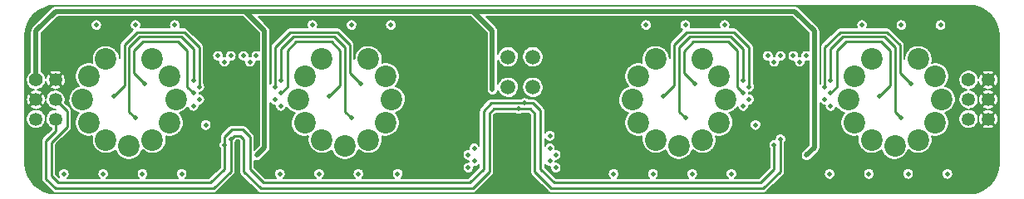
<source format=gbr>
G04 #@! TF.FileFunction,Copper,L3,Inr,Signal*
%FSLAX46Y46*%
G04 Gerber Fmt 4.6, Leading zero omitted, Abs format (unit mm)*
G04 Created by KiCad (PCBNEW 4.0.7) date 02/04/18 23:22:38*
%MOMM*%
%LPD*%
G01*
G04 APERTURE LIST*
%ADD10C,0.100000*%
%ADD11C,2.200000*%
%ADD12C,1.500000*%
%ADD13C,5.000000*%
%ADD14C,1.400000*%
%ADD15C,1.350000*%
%ADD16C,0.508000*%
%ADD17C,0.250000*%
%ADD18C,0.500000*%
%ADD19C,0.150000*%
G04 APERTURE END LIST*
D10*
D11*
X127625000Y-97886000D03*
X125886000Y-99625000D03*
X125250000Y-102000000D03*
X125886000Y-104375000D03*
X127625000Y-106114000D03*
X130000000Y-106750000D03*
X132375000Y-106114000D03*
X134114000Y-104375000D03*
X134114000Y-99625000D03*
X132375000Y-97886000D03*
X134750000Y-102000000D03*
X105625000Y-97886000D03*
X103886000Y-99625000D03*
X103250000Y-102000000D03*
X103886000Y-104375000D03*
X105625000Y-106114000D03*
X108000000Y-106750000D03*
X110375000Y-106114000D03*
X112114000Y-104375000D03*
X112114000Y-99625000D03*
X110375000Y-97886000D03*
X112750000Y-102000000D03*
X161625000Y-97886000D03*
X159886000Y-99625000D03*
X159250000Y-102000000D03*
X159886000Y-104375000D03*
X161625000Y-106114000D03*
X164000000Y-106750000D03*
X166375000Y-106114000D03*
X168114000Y-104375000D03*
X168114000Y-99625000D03*
X166375000Y-97886000D03*
X168750000Y-102000000D03*
X183625000Y-97886000D03*
X181886000Y-99625000D03*
X181250000Y-102000000D03*
X181886000Y-104375000D03*
X183625000Y-106114000D03*
X186000000Y-106750000D03*
X188375000Y-106114000D03*
X190114000Y-104375000D03*
X190114000Y-99625000D03*
X188375000Y-97886000D03*
X190750000Y-102000000D03*
D12*
X149100000Y-97650000D03*
X149100000Y-100750000D03*
X146600000Y-97650000D03*
X146600000Y-100750000D03*
D13*
X154000000Y-102000000D03*
X140000000Y-102000000D03*
D14*
X98500000Y-100000000D03*
D15*
X100500000Y-100000000D03*
X98500000Y-102000000D03*
X100500000Y-102000000D03*
X98500000Y-104000000D03*
X100500000Y-104000000D03*
D14*
X193500000Y-100000000D03*
D15*
X195500000Y-100000000D03*
X193500000Y-102000000D03*
X195500000Y-102000000D03*
X193500000Y-104000000D03*
X195500000Y-104000000D03*
D16*
X171800000Y-104600000D03*
X115800000Y-104600000D03*
X150850000Y-105700000D03*
X173700000Y-106650000D03*
X148300000Y-102350000D03*
X117700000Y-106650000D03*
X174350000Y-106050000D03*
X147650000Y-102950000D03*
X118350000Y-106050000D03*
X145000000Y-101000000D03*
X177000000Y-107700000D03*
X121000000Y-107700000D03*
X108650000Y-94400000D03*
X117700000Y-98150000D03*
X104650000Y-94400000D03*
X117050000Y-97550000D03*
X106400000Y-101650000D03*
X115150000Y-100700000D03*
X101350000Y-109600000D03*
X114550000Y-102650000D03*
X105350000Y-109600000D03*
X115150000Y-102000000D03*
X114550000Y-100050000D03*
X108650000Y-103900000D03*
X109350000Y-109600000D03*
X123450000Y-102650000D03*
X122850000Y-102000000D03*
X113350000Y-109600000D03*
X109600000Y-100350000D03*
X114550000Y-101350000D03*
X112650000Y-94400000D03*
X118350000Y-97550000D03*
X120300000Y-98150000D03*
X130650000Y-94400000D03*
X119650000Y-97550000D03*
X126650000Y-94400000D03*
X123450000Y-101350000D03*
X128400000Y-101650000D03*
X123350000Y-109600000D03*
X142550000Y-108950000D03*
X127350000Y-109600000D03*
X143150000Y-107000000D03*
X123450000Y-100050000D03*
X130650000Y-103900000D03*
X142550000Y-107650000D03*
X131350000Y-109600000D03*
X143150000Y-108300000D03*
X135350000Y-109600000D03*
X122850000Y-100700000D03*
X131600000Y-100350000D03*
X120950000Y-97550000D03*
X134650000Y-94400000D03*
X164650000Y-94400000D03*
X173700000Y-98150000D03*
X160650000Y-94400000D03*
X173050000Y-97550000D03*
X162400000Y-101650000D03*
X171150000Y-100700000D03*
X157350000Y-109600000D03*
X150850000Y-108300000D03*
X161350000Y-109600000D03*
X151450000Y-107650000D03*
X164650000Y-103900000D03*
X170550000Y-100050000D03*
X150850000Y-107000000D03*
X165350000Y-109600000D03*
X169350000Y-109600000D03*
X151450000Y-108950000D03*
X165600000Y-100350000D03*
X170550000Y-101350000D03*
X174350000Y-97550000D03*
X168650000Y-94400000D03*
X186650000Y-94400000D03*
X176300000Y-98150000D03*
X175650000Y-97550000D03*
X182650000Y-94400000D03*
X179450000Y-101350000D03*
X184400000Y-101650000D03*
X179350000Y-109600000D03*
X171150000Y-102000000D03*
X170550000Y-102650000D03*
X183350000Y-109600000D03*
X186650000Y-103900000D03*
X179450000Y-100050000D03*
X178850000Y-102000000D03*
X187350000Y-109600000D03*
X179450000Y-102650000D03*
X191350000Y-109600000D03*
X178850000Y-100700000D03*
X187600000Y-100350000D03*
X176950000Y-97550000D03*
X190650000Y-94400000D03*
X173406250Y-101468750D03*
X173406250Y-102531250D03*
X173406250Y-103593750D03*
X174468750Y-103593750D03*
X175531250Y-103593750D03*
X176593750Y-103593750D03*
X176593750Y-102531250D03*
X176593750Y-101468750D03*
X176593750Y-100406250D03*
X175531250Y-100406250D03*
X174468750Y-100406250D03*
X173406250Y-100406250D03*
X145406250Y-106468750D03*
X145406250Y-107531250D03*
X145406250Y-108593750D03*
X146468750Y-108593750D03*
X147531250Y-108593750D03*
X148593750Y-108593750D03*
X148593750Y-107531250D03*
X148593750Y-106468750D03*
X148593750Y-105406250D03*
X147531250Y-105406250D03*
X146468750Y-105406250D03*
X145406250Y-105406250D03*
X117406250Y-103593750D03*
X118468750Y-103593750D03*
X119531250Y-103593750D03*
X120593750Y-103593750D03*
X120593750Y-102531250D03*
X117406250Y-102531250D03*
X117406250Y-101468750D03*
X120593750Y-101468750D03*
X120593750Y-100406250D03*
X119531250Y-100406250D03*
X118468750Y-100406250D03*
X117406250Y-100406250D03*
X174468750Y-102531250D03*
X175531250Y-102531250D03*
X175531250Y-101468750D03*
X174468750Y-101468750D03*
X146468750Y-107531250D03*
X147531250Y-107531250D03*
X147531250Y-106468750D03*
X146468750Y-106468750D03*
X119531250Y-102531250D03*
X118468750Y-102531250D03*
X119531250Y-101468750D03*
X118468750Y-101468750D03*
D17*
X148300000Y-102350000D02*
X149150000Y-102350000D01*
X149150000Y-102350000D02*
X149900000Y-103100000D01*
X149900000Y-103100000D02*
X149900000Y-109100000D01*
X117700000Y-106650000D02*
X117700000Y-105800000D01*
X118450000Y-105050000D02*
X119550000Y-105050000D01*
X117700000Y-105800000D02*
X118450000Y-105050000D01*
X119550000Y-105050000D02*
X120300000Y-105800000D01*
X121700000Y-110500000D02*
X142700000Y-110500000D01*
X144100000Y-109100000D02*
X144100000Y-103150000D01*
X120300000Y-105800000D02*
X120300000Y-109100000D01*
X120300000Y-109100000D02*
X121700000Y-110500000D01*
X142700000Y-110500000D02*
X144100000Y-109100000D01*
X144100000Y-103150000D02*
X144900000Y-102350000D01*
X144900000Y-102350000D02*
X148300000Y-102350000D01*
X149900000Y-109100000D02*
X151300000Y-110500000D01*
X151300000Y-110500000D02*
X172300000Y-110500000D01*
X172300000Y-110500000D02*
X173700000Y-109100000D01*
X173700000Y-109100000D02*
X173700000Y-106650000D01*
X101700000Y-104800000D02*
X100100000Y-106400000D01*
X100100000Y-106400000D02*
X100100000Y-109800000D01*
X100100000Y-109800000D02*
X100800000Y-110500000D01*
X100800000Y-110500000D02*
X116300000Y-110500000D01*
X100500000Y-102000000D02*
X101700000Y-103200000D01*
X117700000Y-109100000D02*
X117700000Y-106650000D01*
X116300000Y-110500000D02*
X117700000Y-109100000D01*
X101700000Y-103200000D02*
X101700000Y-104800000D01*
X147650000Y-102950000D02*
X148850000Y-102950000D01*
X148850000Y-102950000D02*
X149300000Y-103400000D01*
X149300000Y-103400000D02*
X149300000Y-109400000D01*
X118350000Y-106050000D02*
X118700000Y-105700000D01*
X144700000Y-109400000D02*
X144700000Y-103400000D01*
X118700000Y-105700000D02*
X119300000Y-105700000D01*
X119650000Y-106050000D02*
X119650000Y-109350000D01*
X119300000Y-105700000D02*
X119650000Y-106050000D01*
X119650000Y-109350000D02*
X121400000Y-111100000D01*
X121400000Y-111100000D02*
X143000000Y-111100000D01*
X143000000Y-111100000D02*
X144700000Y-109400000D01*
X144700000Y-103400000D02*
X145150000Y-102950000D01*
X145150000Y-102950000D02*
X147650000Y-102950000D01*
X149300000Y-109400000D02*
X151000000Y-111100000D01*
X151000000Y-111100000D02*
X172600000Y-111100000D01*
X172600000Y-111100000D02*
X174350000Y-109350000D01*
X174350000Y-109350000D02*
X174350000Y-106050000D01*
X100500000Y-104000000D02*
X100500000Y-105200000D01*
X100500000Y-105200000D02*
X99500000Y-106200000D01*
X99500000Y-106200000D02*
X99500000Y-110100000D01*
X99500000Y-110100000D02*
X100500000Y-111100000D01*
X100500000Y-111100000D02*
X116600000Y-111100000D01*
X116600000Y-111100000D02*
X118350000Y-109350000D01*
X118350000Y-109350000D02*
X118350000Y-106050000D01*
D18*
X119800000Y-93000000D02*
X119500000Y-93000000D01*
X121000000Y-107700000D02*
X121800000Y-106900000D01*
X121800000Y-106900000D02*
X121800000Y-95000000D01*
X121800000Y-95000000D02*
X119800000Y-93000000D01*
X98500000Y-100000000D02*
X98500000Y-95000000D01*
X98500000Y-95000000D02*
X100500000Y-93000000D01*
X100500000Y-93000000D02*
X119500000Y-93000000D01*
X145000000Y-95000000D02*
X143000000Y-93000000D01*
X143000000Y-93000000D02*
X143500000Y-93000000D01*
X145000000Y-101000000D02*
X145000000Y-95000000D01*
X119500000Y-93000000D02*
X143000000Y-93000000D01*
X143000000Y-93000000D02*
X143500000Y-93000000D01*
X143500000Y-93000000D02*
X175800000Y-93000000D01*
X175800000Y-93000000D02*
X177800000Y-95000000D01*
X177800000Y-95000000D02*
X177800000Y-106900000D01*
X177000000Y-107700000D02*
X177800000Y-106900000D01*
D17*
X106400000Y-101650000D02*
X107500000Y-100550000D01*
X107500000Y-100550000D02*
X107500000Y-96400000D01*
X107500000Y-96400000D02*
X108800000Y-95100000D01*
X115150000Y-100700000D02*
X115150000Y-96650000D01*
X115150000Y-96650000D02*
X113600000Y-95100000D01*
X113600000Y-95100000D02*
X108800000Y-95100000D01*
X108650000Y-103900000D02*
X108000000Y-103250000D01*
X108000000Y-103250000D02*
X108000000Y-96700000D01*
X108000000Y-96700000D02*
X109100000Y-95600000D01*
X109100000Y-95600000D02*
X113300000Y-95600000D01*
X114550000Y-100050000D02*
X114550000Y-96850000D01*
X114550000Y-96850000D02*
X113300000Y-95600000D01*
X109600000Y-100350000D02*
X108500000Y-99250000D01*
X108500000Y-99250000D02*
X108500000Y-97000000D01*
X108500000Y-97000000D02*
X109400000Y-96100000D01*
X109400000Y-96100000D02*
X113000000Y-96100000D01*
X114550000Y-101350000D02*
X113900000Y-100700000D01*
X113900000Y-100700000D02*
X113900000Y-97000000D01*
X113900000Y-97000000D02*
X113000000Y-96100000D01*
X128400000Y-101650000D02*
X129500000Y-100550000D01*
X129500000Y-100550000D02*
X129500000Y-97000000D01*
X128600000Y-96100000D02*
X129500000Y-97000000D01*
X124100000Y-100700000D02*
X124100000Y-97000000D01*
X125000000Y-96100000D02*
X128600000Y-96100000D01*
X123450000Y-101350000D02*
X124100000Y-100700000D01*
X124100000Y-97000000D02*
X125000000Y-96100000D01*
X130650000Y-103900000D02*
X130000000Y-103250000D01*
X130000000Y-103250000D02*
X130000000Y-96700000D01*
X123450000Y-100050000D02*
X123450000Y-96850000D01*
X123450000Y-96850000D02*
X124700000Y-95600000D01*
X124700000Y-95600000D02*
X128900000Y-95600000D01*
X128900000Y-95600000D02*
X130000000Y-96700000D01*
X131600000Y-100350000D02*
X130500000Y-99250000D01*
X130500000Y-99250000D02*
X130500000Y-96400000D01*
X122850000Y-96650000D02*
X124400000Y-95100000D01*
X122850000Y-100700000D02*
X122850000Y-96650000D01*
X124400000Y-95100000D02*
X129200000Y-95100000D01*
X129200000Y-95100000D02*
X130500000Y-96400000D01*
X162400000Y-101650000D02*
X163500000Y-100550000D01*
X163500000Y-100550000D02*
X163500000Y-96400000D01*
X171150000Y-100700000D02*
X171150000Y-96650000D01*
X171150000Y-96650000D02*
X169600000Y-95100000D01*
X169600000Y-95100000D02*
X164800000Y-95100000D01*
X164800000Y-95100000D02*
X163500000Y-96400000D01*
X164650000Y-103900000D02*
X164000000Y-103250000D01*
X164000000Y-103250000D02*
X164000000Y-96700000D01*
X170550000Y-100050000D02*
X170550000Y-96850000D01*
X170550000Y-96850000D02*
X169300000Y-95600000D01*
X169300000Y-95600000D02*
X165100000Y-95600000D01*
X165100000Y-95600000D02*
X164000000Y-96700000D01*
X165600000Y-100350000D02*
X164500000Y-99250000D01*
X164500000Y-99250000D02*
X164500000Y-97050002D01*
X164500000Y-97050002D02*
X165450002Y-96100000D01*
X165450002Y-96100000D02*
X169000000Y-96100000D01*
X170550000Y-101350000D02*
X169900000Y-100700000D01*
X169900000Y-100700000D02*
X169900000Y-97000000D01*
X169900000Y-97000000D02*
X169000000Y-96100000D01*
X184400000Y-101650000D02*
X185500000Y-100550000D01*
X185500000Y-100550000D02*
X185500000Y-97000000D01*
X184600000Y-96100000D02*
X185500000Y-97000000D01*
X179450000Y-101350000D02*
X180100000Y-100700000D01*
X180100000Y-100700000D02*
X180100000Y-97000000D01*
X180100000Y-97000000D02*
X181000000Y-96100000D01*
X181000000Y-96100000D02*
X184600000Y-96100000D01*
X186650000Y-103900000D02*
X186000000Y-103250000D01*
X186000000Y-103250000D02*
X186000000Y-96700000D01*
X179450000Y-100050000D02*
X179450000Y-96850000D01*
X179450000Y-96850000D02*
X180700000Y-95600000D01*
X180700000Y-95600000D02*
X184900000Y-95600000D01*
X184900000Y-95600000D02*
X186000000Y-96700000D01*
X187600000Y-100350000D02*
X186500000Y-99250000D01*
X186500000Y-99250000D02*
X186500000Y-96400000D01*
X178850000Y-100700000D02*
X178850000Y-96650000D01*
X178850000Y-96650000D02*
X180400000Y-95100000D01*
X180400000Y-95100000D02*
X185200000Y-95100000D01*
X185200000Y-95100000D02*
X186500000Y-96400000D01*
X174468750Y-102531250D02*
X174450000Y-102550000D01*
X175531250Y-102531250D02*
X175550000Y-102550000D01*
X175531250Y-101468750D02*
X175550000Y-101450000D01*
X174468750Y-101468750D02*
X174450000Y-101450000D01*
X146468750Y-107531250D02*
X146450000Y-107550000D01*
X147531250Y-107531250D02*
X147550000Y-107550000D01*
X147531250Y-106468750D02*
X147550000Y-106450000D01*
X146468750Y-106468750D02*
X146450000Y-106450000D01*
X119531250Y-102531250D02*
X119550000Y-102550000D01*
X118468750Y-102531250D02*
X118450000Y-102550000D01*
X119531250Y-101468750D02*
X119550000Y-101450000D01*
X118468750Y-101468750D02*
X118450000Y-101450000D01*
D19*
G36*
X194101752Y-92460921D02*
X194680587Y-92635681D01*
X195214454Y-92919543D01*
X195683016Y-93301693D01*
X196068427Y-93767576D01*
X196356008Y-94299445D01*
X196534804Y-94877045D01*
X196599987Y-95497222D01*
X196600000Y-95500816D01*
X196600000Y-108480436D01*
X196539079Y-109101752D01*
X196364318Y-109680590D01*
X196080457Y-110214454D01*
X195698308Y-110683016D01*
X195232426Y-111068426D01*
X194700555Y-111356008D01*
X194122960Y-111534803D01*
X193502778Y-111599987D01*
X193499184Y-111600000D01*
X100519564Y-111600000D01*
X99898248Y-111539079D01*
X99319410Y-111364318D01*
X98785546Y-111080457D01*
X98316984Y-110698308D01*
X97931574Y-110232426D01*
X97643992Y-109700555D01*
X97465197Y-109122960D01*
X97400013Y-108502778D01*
X97400000Y-108499184D01*
X97400000Y-104084083D01*
X97498685Y-104084083D01*
X97534087Y-104276971D01*
X97606280Y-104459310D01*
X97712514Y-104624154D01*
X97848744Y-104765223D01*
X98009780Y-104877146D01*
X98189488Y-104955659D01*
X98381023Y-104997770D01*
X98577090Y-105001877D01*
X98770221Y-104967823D01*
X98953059Y-104896905D01*
X99118641Y-104791824D01*
X99260658Y-104656583D01*
X99373702Y-104496332D01*
X99453468Y-104317176D01*
X99496916Y-104125940D01*
X99500043Y-103901945D01*
X99461952Y-103709570D01*
X99387220Y-103528257D01*
X99278694Y-103364912D01*
X99140508Y-103225758D01*
X98977926Y-103116095D01*
X98797139Y-103040099D01*
X98605034Y-103000666D01*
X98551695Y-103000294D01*
X98706381Y-102983415D01*
X98894270Y-102924256D01*
X99049447Y-102841314D01*
X99116763Y-102687474D01*
X98500000Y-102070711D01*
X97883237Y-102687474D01*
X97950553Y-102841314D01*
X98125243Y-102932339D01*
X98314334Y-102987536D01*
X98451536Y-102999594D01*
X98408929Y-102999297D01*
X98216292Y-103036044D01*
X98034462Y-103109508D01*
X97870364Y-103216891D01*
X97730249Y-103354102D01*
X97619453Y-103515915D01*
X97542197Y-103696167D01*
X97501423Y-103887992D01*
X97498685Y-104084083D01*
X97400000Y-104084083D01*
X97400000Y-102010561D01*
X97495218Y-102010561D01*
X97516585Y-102206381D01*
X97575744Y-102394270D01*
X97658686Y-102549447D01*
X97812526Y-102616763D01*
X98429289Y-102000000D01*
X97812526Y-101383237D01*
X97658686Y-101450553D01*
X97567661Y-101625243D01*
X97512464Y-101814334D01*
X97495218Y-102010561D01*
X97400000Y-102010561D01*
X97400000Y-100086185D01*
X97473652Y-100086185D01*
X97509939Y-100283895D01*
X97583937Y-100470793D01*
X97692827Y-100639757D01*
X97832462Y-100784354D01*
X97997524Y-100899075D01*
X98181725Y-100979550D01*
X98331412Y-101012461D01*
X98293619Y-101016585D01*
X98105730Y-101075744D01*
X97950553Y-101158686D01*
X97883237Y-101312526D01*
X98500000Y-101929289D01*
X99116763Y-101312526D01*
X99049447Y-101158686D01*
X98874757Y-101067661D01*
X98685666Y-101012464D01*
X98669222Y-101011019D01*
X98776977Y-100992019D01*
X98964386Y-100919328D01*
X99134107Y-100811620D01*
X99279675Y-100672997D01*
X99395545Y-100508740D01*
X99477304Y-100325106D01*
X99512592Y-100169785D01*
X99516585Y-100206381D01*
X99575744Y-100394270D01*
X99658686Y-100549447D01*
X99812526Y-100616763D01*
X100429289Y-100000000D01*
X100570711Y-100000000D01*
X101187474Y-100616763D01*
X101341314Y-100549447D01*
X101432339Y-100374757D01*
X101487536Y-100185666D01*
X101504782Y-99989439D01*
X101483415Y-99793619D01*
X101424256Y-99605730D01*
X101341314Y-99450553D01*
X101187474Y-99383237D01*
X100570711Y-100000000D01*
X100429289Y-100000000D01*
X99812526Y-99383237D01*
X99658686Y-99450553D01*
X99567661Y-99625243D01*
X99512464Y-99814334D01*
X99511148Y-99829311D01*
X99486001Y-99702309D01*
X99409401Y-99516463D01*
X99298162Y-99349035D01*
X99261907Y-99312526D01*
X99883237Y-99312526D01*
X100500000Y-99929289D01*
X101116763Y-99312526D01*
X101049447Y-99158686D01*
X100874757Y-99067661D01*
X100685666Y-99012464D01*
X100489439Y-98995218D01*
X100293619Y-99016585D01*
X100105730Y-99075744D01*
X99950553Y-99158686D01*
X99883237Y-99312526D01*
X99261907Y-99312526D01*
X99156521Y-99206402D01*
X99075000Y-99151415D01*
X99075000Y-95238172D01*
X99864488Y-94448684D01*
X104070238Y-94448684D01*
X104090736Y-94560366D01*
X104132536Y-94665940D01*
X104194046Y-94761385D01*
X104272923Y-94843065D01*
X104366162Y-94907868D01*
X104470213Y-94953327D01*
X104581112Y-94977709D01*
X104694635Y-94980087D01*
X104806458Y-94960370D01*
X104912321Y-94919308D01*
X105008193Y-94858466D01*
X105090421Y-94780161D01*
X105155874Y-94687376D01*
X105202058Y-94583645D01*
X105227214Y-94472919D01*
X105229025Y-94343226D01*
X105206970Y-94231841D01*
X105163701Y-94126861D01*
X105100864Y-94032284D01*
X105020855Y-93951714D01*
X104926719Y-93888219D01*
X104822044Y-93844217D01*
X104710815Y-93821385D01*
X104597270Y-93820592D01*
X104485733Y-93841869D01*
X104380453Y-93884405D01*
X104285441Y-93946580D01*
X104204314Y-94026025D01*
X104140163Y-94119715D01*
X104095432Y-94224081D01*
X104071824Y-94335147D01*
X104070238Y-94448684D01*
X99864488Y-94448684D01*
X100738172Y-93575000D01*
X119561828Y-93575000D01*
X121225000Y-95238172D01*
X121225000Y-97037496D01*
X121122044Y-96994217D01*
X121010815Y-96971385D01*
X120897270Y-96970592D01*
X120785733Y-96991869D01*
X120680453Y-97034405D01*
X120585441Y-97096580D01*
X120504314Y-97176025D01*
X120440163Y-97269715D01*
X120395432Y-97374081D01*
X120371824Y-97485147D01*
X120370591Y-97573392D01*
X120360815Y-97571385D01*
X120247270Y-97570592D01*
X120227893Y-97574288D01*
X120229025Y-97493226D01*
X120206970Y-97381841D01*
X120163701Y-97276861D01*
X120100864Y-97182284D01*
X120020855Y-97101714D01*
X119926719Y-97038219D01*
X119822044Y-96994217D01*
X119710815Y-96971385D01*
X119597270Y-96970592D01*
X119485733Y-96991869D01*
X119380453Y-97034405D01*
X119285441Y-97096580D01*
X119204314Y-97176025D01*
X119140163Y-97269715D01*
X119095432Y-97374081D01*
X119071824Y-97485147D01*
X119070238Y-97598684D01*
X119090736Y-97710366D01*
X119132536Y-97815940D01*
X119194046Y-97911385D01*
X119272923Y-97993065D01*
X119366162Y-98057868D01*
X119470213Y-98103327D01*
X119581112Y-98127709D01*
X119694635Y-98130087D01*
X119721262Y-98125392D01*
X119720238Y-98198684D01*
X119740736Y-98310366D01*
X119782536Y-98415940D01*
X119844046Y-98511385D01*
X119922923Y-98593065D01*
X120016162Y-98657868D01*
X120120213Y-98703327D01*
X120231112Y-98727709D01*
X120344635Y-98730087D01*
X120456458Y-98710370D01*
X120562321Y-98669308D01*
X120658193Y-98608466D01*
X120740421Y-98530161D01*
X120805874Y-98437376D01*
X120852058Y-98333645D01*
X120877214Y-98222919D01*
X120878551Y-98127146D01*
X120881112Y-98127709D01*
X120994635Y-98130087D01*
X121106458Y-98110370D01*
X121212321Y-98069308D01*
X121225000Y-98061262D01*
X121225000Y-106661827D01*
X120750000Y-107136828D01*
X120750000Y-105800000D01*
X120745947Y-105758661D01*
X120742321Y-105717222D01*
X120741661Y-105714950D01*
X120741430Y-105712595D01*
X120729418Y-105672810D01*
X120717819Y-105632884D01*
X120716730Y-105630783D01*
X120716046Y-105628518D01*
X120696516Y-105591788D01*
X120677401Y-105554912D01*
X120675927Y-105553066D01*
X120674815Y-105550974D01*
X120648530Y-105518746D01*
X120622610Y-105486276D01*
X120619362Y-105482982D01*
X120619307Y-105482915D01*
X120619245Y-105482864D01*
X120618198Y-105481802D01*
X119868198Y-104731802D01*
X119836095Y-104705432D01*
X119804235Y-104678699D01*
X119802162Y-104677559D01*
X119800333Y-104676057D01*
X119763686Y-104656407D01*
X119727274Y-104636389D01*
X119725020Y-104635674D01*
X119722933Y-104634555D01*
X119683143Y-104622390D01*
X119643560Y-104609834D01*
X119641211Y-104609571D01*
X119638946Y-104608878D01*
X119597576Y-104604676D01*
X119556283Y-104600044D01*
X119551656Y-104600012D01*
X119551571Y-104600003D01*
X119551492Y-104600010D01*
X119550000Y-104600000D01*
X118450000Y-104600000D01*
X118408661Y-104604053D01*
X118367222Y-104607679D01*
X118364950Y-104608339D01*
X118362595Y-104608570D01*
X118322810Y-104620582D01*
X118282884Y-104632181D01*
X118280783Y-104633270D01*
X118278518Y-104633954D01*
X118241788Y-104653484D01*
X118204912Y-104672599D01*
X118203066Y-104674073D01*
X118200974Y-104675185D01*
X118168746Y-104701470D01*
X118136276Y-104727390D01*
X118132982Y-104730638D01*
X118132915Y-104730693D01*
X118132864Y-104730755D01*
X118131802Y-104731802D01*
X117381802Y-105481802D01*
X117355432Y-105513905D01*
X117328699Y-105545765D01*
X117327559Y-105547838D01*
X117326057Y-105549667D01*
X117306407Y-105586314D01*
X117286389Y-105622726D01*
X117285674Y-105624980D01*
X117284555Y-105627067D01*
X117272390Y-105666857D01*
X117259834Y-105706440D01*
X117259571Y-105708789D01*
X117258878Y-105711054D01*
X117254676Y-105752424D01*
X117250044Y-105793717D01*
X117250012Y-105798344D01*
X117250003Y-105798429D01*
X117250010Y-105798508D01*
X117250000Y-105800000D01*
X117250000Y-106282325D01*
X117190163Y-106369715D01*
X117145432Y-106474081D01*
X117121824Y-106585147D01*
X117120238Y-106698684D01*
X117140736Y-106810366D01*
X117182536Y-106915940D01*
X117244046Y-107011385D01*
X117250000Y-107017551D01*
X117250000Y-108913604D01*
X116113604Y-110050000D01*
X113717083Y-110050000D01*
X113790421Y-109980161D01*
X113855874Y-109887376D01*
X113902058Y-109783645D01*
X113927214Y-109672919D01*
X113929025Y-109543226D01*
X113906970Y-109431841D01*
X113863701Y-109326861D01*
X113800864Y-109232284D01*
X113720855Y-109151714D01*
X113626719Y-109088219D01*
X113522044Y-109044217D01*
X113410815Y-109021385D01*
X113297270Y-109020592D01*
X113185733Y-109041869D01*
X113080453Y-109084405D01*
X112985441Y-109146580D01*
X112904314Y-109226025D01*
X112840163Y-109319715D01*
X112795432Y-109424081D01*
X112771824Y-109535147D01*
X112770238Y-109648684D01*
X112790736Y-109760366D01*
X112832536Y-109865940D01*
X112894046Y-109961385D01*
X112972923Y-110043065D01*
X112982901Y-110050000D01*
X109717083Y-110050000D01*
X109790421Y-109980161D01*
X109855874Y-109887376D01*
X109902058Y-109783645D01*
X109927214Y-109672919D01*
X109929025Y-109543226D01*
X109906970Y-109431841D01*
X109863701Y-109326861D01*
X109800864Y-109232284D01*
X109720855Y-109151714D01*
X109626719Y-109088219D01*
X109522044Y-109044217D01*
X109410815Y-109021385D01*
X109297270Y-109020592D01*
X109185733Y-109041869D01*
X109080453Y-109084405D01*
X108985441Y-109146580D01*
X108904314Y-109226025D01*
X108840163Y-109319715D01*
X108795432Y-109424081D01*
X108771824Y-109535147D01*
X108770238Y-109648684D01*
X108790736Y-109760366D01*
X108832536Y-109865940D01*
X108894046Y-109961385D01*
X108972923Y-110043065D01*
X108982901Y-110050000D01*
X105717083Y-110050000D01*
X105790421Y-109980161D01*
X105855874Y-109887376D01*
X105902058Y-109783645D01*
X105927214Y-109672919D01*
X105929025Y-109543226D01*
X105906970Y-109431841D01*
X105863701Y-109326861D01*
X105800864Y-109232284D01*
X105720855Y-109151714D01*
X105626719Y-109088219D01*
X105522044Y-109044217D01*
X105410815Y-109021385D01*
X105297270Y-109020592D01*
X105185733Y-109041869D01*
X105080453Y-109084405D01*
X104985441Y-109146580D01*
X104904314Y-109226025D01*
X104840163Y-109319715D01*
X104795432Y-109424081D01*
X104771824Y-109535147D01*
X104770238Y-109648684D01*
X104790736Y-109760366D01*
X104832536Y-109865940D01*
X104894046Y-109961385D01*
X104972923Y-110043065D01*
X104982901Y-110050000D01*
X101717083Y-110050000D01*
X101790421Y-109980161D01*
X101855874Y-109887376D01*
X101902058Y-109783645D01*
X101927214Y-109672919D01*
X101929025Y-109543226D01*
X101906970Y-109431841D01*
X101863701Y-109326861D01*
X101800864Y-109232284D01*
X101720855Y-109151714D01*
X101626719Y-109088219D01*
X101522044Y-109044217D01*
X101410815Y-109021385D01*
X101297270Y-109020592D01*
X101185733Y-109041869D01*
X101080453Y-109084405D01*
X100985441Y-109146580D01*
X100904314Y-109226025D01*
X100840163Y-109319715D01*
X100795432Y-109424081D01*
X100771824Y-109535147D01*
X100770238Y-109648684D01*
X100790736Y-109760366D01*
X100832536Y-109865940D01*
X100887276Y-109950880D01*
X100550000Y-109613604D01*
X100550000Y-106586396D01*
X102018198Y-105118198D01*
X102044568Y-105086095D01*
X102071301Y-105054235D01*
X102072441Y-105052162D01*
X102073943Y-105050333D01*
X102093593Y-105013686D01*
X102113611Y-104977274D01*
X102114326Y-104975020D01*
X102115445Y-104972933D01*
X102127610Y-104933143D01*
X102140166Y-104893560D01*
X102140429Y-104891211D01*
X102141122Y-104888946D01*
X102145324Y-104847576D01*
X102149956Y-104806283D01*
X102149988Y-104801656D01*
X102149997Y-104801571D01*
X102149990Y-104801492D01*
X102150000Y-104800000D01*
X102150000Y-103200000D01*
X102145947Y-103158661D01*
X102142321Y-103117222D01*
X102141661Y-103114950D01*
X102141430Y-103112595D01*
X102129418Y-103072810D01*
X102117819Y-103032884D01*
X102116730Y-103030783D01*
X102116046Y-103028518D01*
X102096516Y-102991788D01*
X102077401Y-102954912D01*
X102075927Y-102953066D01*
X102074815Y-102950974D01*
X102048505Y-102918715D01*
X102022609Y-102886276D01*
X102019363Y-102882984D01*
X102019307Y-102882915D01*
X102019244Y-102882863D01*
X102018198Y-102881802D01*
X101453487Y-102317091D01*
X101496916Y-102125940D01*
X101497001Y-102119818D01*
X101823127Y-102119818D01*
X101873574Y-102394684D01*
X101976449Y-102654516D01*
X102127833Y-102889418D01*
X102321960Y-103090443D01*
X102551436Y-103249933D01*
X102807520Y-103361813D01*
X102869856Y-103375518D01*
X102789105Y-103454596D01*
X102631221Y-103685179D01*
X102521131Y-103942038D01*
X102463029Y-104215388D01*
X102459127Y-104494818D01*
X102509574Y-104769684D01*
X102612449Y-105029516D01*
X102763833Y-105264418D01*
X102957960Y-105465443D01*
X103187436Y-105624933D01*
X103443520Y-105736813D01*
X103716458Y-105796822D01*
X103995854Y-105802675D01*
X104243560Y-105758998D01*
X104202029Y-105954388D01*
X104198127Y-106233818D01*
X104248574Y-106508684D01*
X104351449Y-106768516D01*
X104502833Y-107003418D01*
X104696960Y-107204443D01*
X104926436Y-107363933D01*
X105182520Y-107475813D01*
X105455458Y-107535822D01*
X105734854Y-107541675D01*
X106010065Y-107493148D01*
X106270609Y-107392089D01*
X106506563Y-107242349D01*
X106621424Y-107132968D01*
X106623574Y-107144684D01*
X106726449Y-107404516D01*
X106877833Y-107639418D01*
X107071960Y-107840443D01*
X107301436Y-107999933D01*
X107557520Y-108111813D01*
X107830458Y-108171822D01*
X108109854Y-108177675D01*
X108385065Y-108129148D01*
X108645609Y-108028089D01*
X108881563Y-107878349D01*
X109083937Y-107685630D01*
X109245025Y-107457273D01*
X109358691Y-107201976D01*
X109375049Y-107129977D01*
X109446960Y-107204443D01*
X109676436Y-107363933D01*
X109932520Y-107475813D01*
X110205458Y-107535822D01*
X110484854Y-107541675D01*
X110760065Y-107493148D01*
X111020609Y-107392089D01*
X111256563Y-107242349D01*
X111458937Y-107049630D01*
X111620025Y-106821273D01*
X111733691Y-106565976D01*
X111795604Y-106293464D01*
X111800061Y-105974272D01*
X111756754Y-105755553D01*
X111944458Y-105796822D01*
X112223854Y-105802675D01*
X112499065Y-105754148D01*
X112759609Y-105653089D01*
X112995563Y-105503349D01*
X113197937Y-105310630D01*
X113359025Y-105082273D01*
X113472691Y-104826976D01*
X113513197Y-104648684D01*
X115220238Y-104648684D01*
X115240736Y-104760366D01*
X115282536Y-104865940D01*
X115344046Y-104961385D01*
X115422923Y-105043065D01*
X115516162Y-105107868D01*
X115620213Y-105153327D01*
X115731112Y-105177709D01*
X115844635Y-105180087D01*
X115956458Y-105160370D01*
X116062321Y-105119308D01*
X116158193Y-105058466D01*
X116240421Y-104980161D01*
X116305874Y-104887376D01*
X116352058Y-104783645D01*
X116377214Y-104672919D01*
X116379025Y-104543226D01*
X116356970Y-104431841D01*
X116313701Y-104326861D01*
X116250864Y-104232284D01*
X116170855Y-104151714D01*
X116076719Y-104088219D01*
X115972044Y-104044217D01*
X115860815Y-104021385D01*
X115747270Y-104020592D01*
X115635733Y-104041869D01*
X115530453Y-104084405D01*
X115435441Y-104146580D01*
X115354314Y-104226025D01*
X115290163Y-104319715D01*
X115245432Y-104424081D01*
X115221824Y-104535147D01*
X115220238Y-104648684D01*
X113513197Y-104648684D01*
X113534604Y-104554464D01*
X113539061Y-104235272D01*
X113484781Y-103961137D01*
X113378288Y-103702766D01*
X113223639Y-103470000D01*
X113133664Y-103379395D01*
X113135065Y-103379148D01*
X113395609Y-103278089D01*
X113631563Y-103128349D01*
X113833937Y-102935630D01*
X113976607Y-102733383D01*
X113990736Y-102810366D01*
X114032536Y-102915940D01*
X114094046Y-103011385D01*
X114172923Y-103093065D01*
X114266162Y-103157868D01*
X114370213Y-103203327D01*
X114481112Y-103227709D01*
X114594635Y-103230087D01*
X114706458Y-103210370D01*
X114812321Y-103169308D01*
X114908193Y-103108466D01*
X114990421Y-103030161D01*
X115055874Y-102937376D01*
X115102058Y-102833645D01*
X115127214Y-102722919D01*
X115129025Y-102593226D01*
X115126139Y-102578652D01*
X115194635Y-102580087D01*
X115306458Y-102560370D01*
X115412321Y-102519308D01*
X115508193Y-102458466D01*
X115590421Y-102380161D01*
X115655874Y-102287376D01*
X115702058Y-102183645D01*
X115727214Y-102072919D01*
X115729025Y-101943226D01*
X115706970Y-101831841D01*
X115663701Y-101726861D01*
X115600864Y-101632284D01*
X115520855Y-101551714D01*
X115426719Y-101488219D01*
X115322044Y-101444217D01*
X115210815Y-101421385D01*
X115127244Y-101420801D01*
X115129025Y-101293226D01*
X115126139Y-101278652D01*
X115194635Y-101280087D01*
X115306458Y-101260370D01*
X115412321Y-101219308D01*
X115508193Y-101158466D01*
X115590421Y-101080161D01*
X115655874Y-100987376D01*
X115702058Y-100883645D01*
X115727214Y-100772919D01*
X115729025Y-100643226D01*
X115706970Y-100531841D01*
X115663701Y-100426861D01*
X115600864Y-100332284D01*
X115600000Y-100331414D01*
X115600000Y-97598684D01*
X116470238Y-97598684D01*
X116490736Y-97710366D01*
X116532536Y-97815940D01*
X116594046Y-97911385D01*
X116672923Y-97993065D01*
X116766162Y-98057868D01*
X116870213Y-98103327D01*
X116981112Y-98127709D01*
X117094635Y-98130087D01*
X117121262Y-98125392D01*
X117120238Y-98198684D01*
X117140736Y-98310366D01*
X117182536Y-98415940D01*
X117244046Y-98511385D01*
X117322923Y-98593065D01*
X117416162Y-98657868D01*
X117520213Y-98703327D01*
X117631112Y-98727709D01*
X117744635Y-98730087D01*
X117856458Y-98710370D01*
X117962321Y-98669308D01*
X118058193Y-98608466D01*
X118140421Y-98530161D01*
X118205874Y-98437376D01*
X118252058Y-98333645D01*
X118277214Y-98222919D01*
X118278551Y-98127146D01*
X118281112Y-98127709D01*
X118394635Y-98130087D01*
X118506458Y-98110370D01*
X118612321Y-98069308D01*
X118708193Y-98008466D01*
X118790421Y-97930161D01*
X118855874Y-97837376D01*
X118902058Y-97733645D01*
X118927214Y-97622919D01*
X118929025Y-97493226D01*
X118906970Y-97381841D01*
X118863701Y-97276861D01*
X118800864Y-97182284D01*
X118720855Y-97101714D01*
X118626719Y-97038219D01*
X118522044Y-96994217D01*
X118410815Y-96971385D01*
X118297270Y-96970592D01*
X118185733Y-96991869D01*
X118080453Y-97034405D01*
X117985441Y-97096580D01*
X117904314Y-97176025D01*
X117840163Y-97269715D01*
X117795432Y-97374081D01*
X117771824Y-97485147D01*
X117770591Y-97573392D01*
X117760815Y-97571385D01*
X117647270Y-97570592D01*
X117627893Y-97574288D01*
X117629025Y-97493226D01*
X117606970Y-97381841D01*
X117563701Y-97276861D01*
X117500864Y-97182284D01*
X117420855Y-97101714D01*
X117326719Y-97038219D01*
X117222044Y-96994217D01*
X117110815Y-96971385D01*
X116997270Y-96970592D01*
X116885733Y-96991869D01*
X116780453Y-97034405D01*
X116685441Y-97096580D01*
X116604314Y-97176025D01*
X116540163Y-97269715D01*
X116495432Y-97374081D01*
X116471824Y-97485147D01*
X116470238Y-97598684D01*
X115600000Y-97598684D01*
X115600000Y-96650000D01*
X115595947Y-96608661D01*
X115592321Y-96567222D01*
X115591661Y-96564950D01*
X115591430Y-96562595D01*
X115579418Y-96522810D01*
X115567819Y-96482884D01*
X115566730Y-96480783D01*
X115566046Y-96478518D01*
X115546505Y-96441767D01*
X115527401Y-96404913D01*
X115525929Y-96403069D01*
X115524815Y-96400974D01*
X115498512Y-96368724D01*
X115472610Y-96336276D01*
X115469362Y-96332982D01*
X115469307Y-96332915D01*
X115469245Y-96332864D01*
X115468198Y-96331802D01*
X113918198Y-94781802D01*
X113886095Y-94755432D01*
X113854235Y-94728699D01*
X113852162Y-94727559D01*
X113850333Y-94726057D01*
X113813686Y-94706407D01*
X113777274Y-94686389D01*
X113775020Y-94685674D01*
X113772933Y-94684555D01*
X113733143Y-94672390D01*
X113693560Y-94659834D01*
X113691211Y-94659571D01*
X113688946Y-94658878D01*
X113647576Y-94654676D01*
X113606283Y-94650044D01*
X113601656Y-94650012D01*
X113601571Y-94650003D01*
X113601492Y-94650010D01*
X113600000Y-94650000D01*
X113172515Y-94650000D01*
X113202058Y-94583645D01*
X113227214Y-94472919D01*
X113229025Y-94343226D01*
X113206970Y-94231841D01*
X113163701Y-94126861D01*
X113100864Y-94032284D01*
X113020855Y-93951714D01*
X112926719Y-93888219D01*
X112822044Y-93844217D01*
X112710815Y-93821385D01*
X112597270Y-93820592D01*
X112485733Y-93841869D01*
X112380453Y-93884405D01*
X112285441Y-93946580D01*
X112204314Y-94026025D01*
X112140163Y-94119715D01*
X112095432Y-94224081D01*
X112071824Y-94335147D01*
X112070238Y-94448684D01*
X112090736Y-94560366D01*
X112126225Y-94650000D01*
X109172515Y-94650000D01*
X109202058Y-94583645D01*
X109227214Y-94472919D01*
X109229025Y-94343226D01*
X109206970Y-94231841D01*
X109163701Y-94126861D01*
X109100864Y-94032284D01*
X109020855Y-93951714D01*
X108926719Y-93888219D01*
X108822044Y-93844217D01*
X108710815Y-93821385D01*
X108597270Y-93820592D01*
X108485733Y-93841869D01*
X108380453Y-93884405D01*
X108285441Y-93946580D01*
X108204314Y-94026025D01*
X108140163Y-94119715D01*
X108095432Y-94224081D01*
X108071824Y-94335147D01*
X108070238Y-94448684D01*
X108090736Y-94560366D01*
X108132536Y-94665940D01*
X108194046Y-94761385D01*
X108272923Y-94843065D01*
X108360011Y-94903593D01*
X107181802Y-96081802D01*
X107155432Y-96113905D01*
X107128699Y-96145765D01*
X107127559Y-96147838D01*
X107126057Y-96149667D01*
X107106407Y-96186314D01*
X107086389Y-96222726D01*
X107085674Y-96224980D01*
X107084555Y-96227067D01*
X107072390Y-96266857D01*
X107059834Y-96306440D01*
X107059571Y-96308789D01*
X107058878Y-96311054D01*
X107054676Y-96352424D01*
X107050044Y-96393717D01*
X107050012Y-96398344D01*
X107050003Y-96398429D01*
X107050010Y-96398508D01*
X107050000Y-96400000D01*
X107050000Y-97745964D01*
X106995781Y-97472137D01*
X106889288Y-97213766D01*
X106734639Y-96981000D01*
X106537724Y-96782706D01*
X106306044Y-96626436D01*
X106048423Y-96518142D01*
X105774674Y-96461949D01*
X105495224Y-96459998D01*
X105220717Y-96512363D01*
X104961609Y-96617050D01*
X104727769Y-96770070D01*
X104528105Y-96965596D01*
X104370221Y-97196179D01*
X104260131Y-97453038D01*
X104202029Y-97726388D01*
X104198127Y-98005818D01*
X104241702Y-98243241D01*
X104035674Y-98200949D01*
X103756224Y-98198998D01*
X103481717Y-98251363D01*
X103222609Y-98356050D01*
X102988769Y-98509070D01*
X102789105Y-98704596D01*
X102631221Y-98935179D01*
X102521131Y-99192038D01*
X102463029Y-99465388D01*
X102459127Y-99744818D01*
X102509574Y-100019684D01*
X102612449Y-100279516D01*
X102763833Y-100514418D01*
X102867858Y-100622139D01*
X102845717Y-100626363D01*
X102586609Y-100731050D01*
X102352769Y-100884070D01*
X102153105Y-101079596D01*
X101995221Y-101310179D01*
X101885131Y-101567038D01*
X101827029Y-101840388D01*
X101823127Y-102119818D01*
X101497001Y-102119818D01*
X101500043Y-101901945D01*
X101461952Y-101709570D01*
X101387220Y-101528257D01*
X101278694Y-101364912D01*
X101140508Y-101225758D01*
X100977926Y-101116095D01*
X100797139Y-101040099D01*
X100605034Y-101000666D01*
X100551695Y-101000294D01*
X100706381Y-100983415D01*
X100894270Y-100924256D01*
X101049447Y-100841314D01*
X101116763Y-100687474D01*
X100500000Y-100070711D01*
X99883237Y-100687474D01*
X99950553Y-100841314D01*
X100125243Y-100932339D01*
X100314334Y-100987536D01*
X100451536Y-100999594D01*
X100408929Y-100999297D01*
X100216292Y-101036044D01*
X100034462Y-101109508D01*
X99870364Y-101216891D01*
X99730249Y-101354102D01*
X99619453Y-101515915D01*
X99542197Y-101696167D01*
X99501423Y-101887992D01*
X99500548Y-101950639D01*
X99483415Y-101793619D01*
X99424256Y-101605730D01*
X99341314Y-101450553D01*
X99187474Y-101383237D01*
X98570711Y-102000000D01*
X99187474Y-102616763D01*
X99341314Y-102549447D01*
X99432339Y-102374757D01*
X99487536Y-102185666D01*
X99499105Y-102054038D01*
X99498685Y-102084083D01*
X99534087Y-102276971D01*
X99606280Y-102459310D01*
X99712514Y-102624154D01*
X99848744Y-102765223D01*
X100009780Y-102877146D01*
X100189488Y-102955659D01*
X100381023Y-102997770D01*
X100476411Y-102999768D01*
X100408929Y-102999297D01*
X100216292Y-103036044D01*
X100034462Y-103109508D01*
X99870364Y-103216891D01*
X99730249Y-103354102D01*
X99619453Y-103515915D01*
X99542197Y-103696167D01*
X99501423Y-103887992D01*
X99498685Y-104084083D01*
X99534087Y-104276971D01*
X99606280Y-104459310D01*
X99712514Y-104624154D01*
X99848744Y-104765223D01*
X100009780Y-104877146D01*
X100050000Y-104894718D01*
X100050000Y-105013604D01*
X99181802Y-105881802D01*
X99155432Y-105913905D01*
X99128699Y-105945765D01*
X99127559Y-105947838D01*
X99126057Y-105949667D01*
X99106407Y-105986314D01*
X99086389Y-106022726D01*
X99085674Y-106024980D01*
X99084555Y-106027067D01*
X99072390Y-106066857D01*
X99059834Y-106106440D01*
X99059571Y-106108789D01*
X99058878Y-106111054D01*
X99054676Y-106152424D01*
X99050044Y-106193717D01*
X99050012Y-106198344D01*
X99050003Y-106198429D01*
X99050010Y-106198508D01*
X99050000Y-106200000D01*
X99050000Y-110100000D01*
X99054053Y-110141339D01*
X99057679Y-110182778D01*
X99058339Y-110185050D01*
X99058570Y-110187405D01*
X99070586Y-110227204D01*
X99082181Y-110267115D01*
X99083270Y-110269215D01*
X99083954Y-110271482D01*
X99103505Y-110308251D01*
X99122599Y-110345087D01*
X99124071Y-110346931D01*
X99125185Y-110349026D01*
X99151488Y-110381276D01*
X99177390Y-110413724D01*
X99180638Y-110417018D01*
X99180693Y-110417085D01*
X99180755Y-110417136D01*
X99181802Y-110418198D01*
X100181802Y-111418198D01*
X100213905Y-111444568D01*
X100245765Y-111471301D01*
X100247838Y-111472441D01*
X100249667Y-111473943D01*
X100286314Y-111493593D01*
X100322726Y-111513611D01*
X100324980Y-111514326D01*
X100327067Y-111515445D01*
X100366898Y-111527623D01*
X100406440Y-111540166D01*
X100408784Y-111540429D01*
X100411054Y-111541123D01*
X100452474Y-111545330D01*
X100493717Y-111549956D01*
X100498344Y-111549988D01*
X100498429Y-111549997D01*
X100498508Y-111549990D01*
X100500000Y-111550000D01*
X116600000Y-111550000D01*
X116641339Y-111545947D01*
X116682778Y-111542321D01*
X116685050Y-111541661D01*
X116687405Y-111541430D01*
X116727204Y-111529414D01*
X116767115Y-111517819D01*
X116769215Y-111516730D01*
X116771482Y-111516046D01*
X116808251Y-111496495D01*
X116845087Y-111477401D01*
X116846931Y-111475929D01*
X116849026Y-111474815D01*
X116881276Y-111448512D01*
X116913724Y-111422610D01*
X116917018Y-111419362D01*
X116917085Y-111419307D01*
X116917136Y-111419245D01*
X116918198Y-111418198D01*
X118668198Y-109668198D01*
X118694568Y-109636095D01*
X118721301Y-109604235D01*
X118722441Y-109602162D01*
X118723943Y-109600333D01*
X118743593Y-109563686D01*
X118763611Y-109527274D01*
X118764326Y-109525020D01*
X118765445Y-109522933D01*
X118777610Y-109483143D01*
X118790166Y-109443560D01*
X118790429Y-109441211D01*
X118791122Y-109438946D01*
X118795324Y-109397576D01*
X118799956Y-109356283D01*
X118799988Y-109351656D01*
X118799997Y-109351571D01*
X118799990Y-109351492D01*
X118800000Y-109350000D01*
X118800000Y-106416582D01*
X118855874Y-106337376D01*
X118902058Y-106233645D01*
X118921061Y-106150000D01*
X119113604Y-106150000D01*
X119200000Y-106236396D01*
X119200000Y-109350000D01*
X119204053Y-109391339D01*
X119207679Y-109432778D01*
X119208339Y-109435050D01*
X119208570Y-109437405D01*
X119220586Y-109477204D01*
X119232181Y-109517115D01*
X119233270Y-109519215D01*
X119233954Y-109521482D01*
X119253505Y-109558251D01*
X119272599Y-109595087D01*
X119274071Y-109596931D01*
X119275185Y-109599026D01*
X119301488Y-109631276D01*
X119327390Y-109663724D01*
X119330638Y-109667018D01*
X119330693Y-109667085D01*
X119330755Y-109667136D01*
X119331802Y-109668198D01*
X121081802Y-111418198D01*
X121113905Y-111444568D01*
X121145765Y-111471301D01*
X121147838Y-111472441D01*
X121149667Y-111473943D01*
X121186314Y-111493593D01*
X121222726Y-111513611D01*
X121224980Y-111514326D01*
X121227067Y-111515445D01*
X121266857Y-111527610D01*
X121306440Y-111540166D01*
X121308789Y-111540429D01*
X121311054Y-111541122D01*
X121352424Y-111545324D01*
X121393717Y-111549956D01*
X121398344Y-111549988D01*
X121398429Y-111549997D01*
X121398508Y-111549990D01*
X121400000Y-111550000D01*
X143000000Y-111550000D01*
X143041339Y-111545947D01*
X143082778Y-111542321D01*
X143085050Y-111541661D01*
X143087405Y-111541430D01*
X143127204Y-111529414D01*
X143167115Y-111517819D01*
X143169215Y-111516730D01*
X143171482Y-111516046D01*
X143208251Y-111496495D01*
X143245087Y-111477401D01*
X143246931Y-111475929D01*
X143249026Y-111474815D01*
X143281276Y-111448512D01*
X143313724Y-111422610D01*
X143317018Y-111419362D01*
X143317085Y-111419307D01*
X143317136Y-111419245D01*
X143318198Y-111418198D01*
X145018198Y-109718198D01*
X145044586Y-109686073D01*
X145071301Y-109654235D01*
X145072439Y-109652165D01*
X145073943Y-109650334D01*
X145093605Y-109613665D01*
X145113611Y-109577274D01*
X145114326Y-109575020D01*
X145115445Y-109572933D01*
X145127610Y-109533143D01*
X145140166Y-109493560D01*
X145140429Y-109491211D01*
X145141122Y-109488946D01*
X145145324Y-109447576D01*
X145149956Y-109406283D01*
X145149988Y-109401656D01*
X145149997Y-109401571D01*
X145149990Y-109401492D01*
X145150000Y-109400000D01*
X145150000Y-103586396D01*
X145336396Y-103400000D01*
X147282901Y-103400000D01*
X147366162Y-103457868D01*
X147470213Y-103503327D01*
X147581112Y-103527709D01*
X147694635Y-103530087D01*
X147806458Y-103510370D01*
X147912321Y-103469308D01*
X148008193Y-103408466D01*
X148017083Y-103400000D01*
X148663604Y-103400000D01*
X148850000Y-103586396D01*
X148850000Y-109400000D01*
X148854053Y-109441339D01*
X148857679Y-109482778D01*
X148858339Y-109485050D01*
X148858570Y-109487405D01*
X148870586Y-109527204D01*
X148882181Y-109567115D01*
X148883270Y-109569215D01*
X148883954Y-109571482D01*
X148903505Y-109608251D01*
X148922599Y-109645087D01*
X148924071Y-109646931D01*
X148925185Y-109649026D01*
X148951488Y-109681276D01*
X148977390Y-109713724D01*
X148980638Y-109717018D01*
X148980693Y-109717085D01*
X148980755Y-109717136D01*
X148981802Y-109718198D01*
X150681802Y-111418198D01*
X150713927Y-111444586D01*
X150745765Y-111471301D01*
X150747835Y-111472439D01*
X150749666Y-111473943D01*
X150786335Y-111493605D01*
X150822726Y-111513611D01*
X150824980Y-111514326D01*
X150827067Y-111515445D01*
X150866857Y-111527610D01*
X150906440Y-111540166D01*
X150908789Y-111540429D01*
X150911054Y-111541122D01*
X150952424Y-111545324D01*
X150993717Y-111549956D01*
X150998344Y-111549988D01*
X150998429Y-111549997D01*
X150998508Y-111549990D01*
X151000000Y-111550000D01*
X172600000Y-111550000D01*
X172641339Y-111545947D01*
X172682778Y-111542321D01*
X172685050Y-111541661D01*
X172687405Y-111541430D01*
X172727204Y-111529414D01*
X172767115Y-111517819D01*
X172769215Y-111516730D01*
X172771482Y-111516046D01*
X172808251Y-111496495D01*
X172845087Y-111477401D01*
X172846931Y-111475929D01*
X172849026Y-111474815D01*
X172881276Y-111448512D01*
X172913724Y-111422610D01*
X172917018Y-111419362D01*
X172917085Y-111419307D01*
X172917136Y-111419245D01*
X172918198Y-111418198D01*
X174668198Y-109668198D01*
X174684227Y-109648684D01*
X178770238Y-109648684D01*
X178790736Y-109760366D01*
X178832536Y-109865940D01*
X178894046Y-109961385D01*
X178972923Y-110043065D01*
X179066162Y-110107868D01*
X179170213Y-110153327D01*
X179281112Y-110177709D01*
X179394635Y-110180087D01*
X179506458Y-110160370D01*
X179612321Y-110119308D01*
X179708193Y-110058466D01*
X179790421Y-109980161D01*
X179855874Y-109887376D01*
X179902058Y-109783645D01*
X179927214Y-109672919D01*
X179927552Y-109648684D01*
X182770238Y-109648684D01*
X182790736Y-109760366D01*
X182832536Y-109865940D01*
X182894046Y-109961385D01*
X182972923Y-110043065D01*
X183066162Y-110107868D01*
X183170213Y-110153327D01*
X183281112Y-110177709D01*
X183394635Y-110180087D01*
X183506458Y-110160370D01*
X183612321Y-110119308D01*
X183708193Y-110058466D01*
X183790421Y-109980161D01*
X183855874Y-109887376D01*
X183902058Y-109783645D01*
X183927214Y-109672919D01*
X183927552Y-109648684D01*
X186770238Y-109648684D01*
X186790736Y-109760366D01*
X186832536Y-109865940D01*
X186894046Y-109961385D01*
X186972923Y-110043065D01*
X187066162Y-110107868D01*
X187170213Y-110153327D01*
X187281112Y-110177709D01*
X187394635Y-110180087D01*
X187506458Y-110160370D01*
X187612321Y-110119308D01*
X187708193Y-110058466D01*
X187790421Y-109980161D01*
X187855874Y-109887376D01*
X187902058Y-109783645D01*
X187927214Y-109672919D01*
X187927552Y-109648684D01*
X190770238Y-109648684D01*
X190790736Y-109760366D01*
X190832536Y-109865940D01*
X190894046Y-109961385D01*
X190972923Y-110043065D01*
X191066162Y-110107868D01*
X191170213Y-110153327D01*
X191281112Y-110177709D01*
X191394635Y-110180087D01*
X191506458Y-110160370D01*
X191612321Y-110119308D01*
X191708193Y-110058466D01*
X191790421Y-109980161D01*
X191855874Y-109887376D01*
X191902058Y-109783645D01*
X191927214Y-109672919D01*
X191929025Y-109543226D01*
X191906970Y-109431841D01*
X191863701Y-109326861D01*
X191800864Y-109232284D01*
X191720855Y-109151714D01*
X191626719Y-109088219D01*
X191522044Y-109044217D01*
X191410815Y-109021385D01*
X191297270Y-109020592D01*
X191185733Y-109041869D01*
X191080453Y-109084405D01*
X190985441Y-109146580D01*
X190904314Y-109226025D01*
X190840163Y-109319715D01*
X190795432Y-109424081D01*
X190771824Y-109535147D01*
X190770238Y-109648684D01*
X187927552Y-109648684D01*
X187929025Y-109543226D01*
X187906970Y-109431841D01*
X187863701Y-109326861D01*
X187800864Y-109232284D01*
X187720855Y-109151714D01*
X187626719Y-109088219D01*
X187522044Y-109044217D01*
X187410815Y-109021385D01*
X187297270Y-109020592D01*
X187185733Y-109041869D01*
X187080453Y-109084405D01*
X186985441Y-109146580D01*
X186904314Y-109226025D01*
X186840163Y-109319715D01*
X186795432Y-109424081D01*
X186771824Y-109535147D01*
X186770238Y-109648684D01*
X183927552Y-109648684D01*
X183929025Y-109543226D01*
X183906970Y-109431841D01*
X183863701Y-109326861D01*
X183800864Y-109232284D01*
X183720855Y-109151714D01*
X183626719Y-109088219D01*
X183522044Y-109044217D01*
X183410815Y-109021385D01*
X183297270Y-109020592D01*
X183185733Y-109041869D01*
X183080453Y-109084405D01*
X182985441Y-109146580D01*
X182904314Y-109226025D01*
X182840163Y-109319715D01*
X182795432Y-109424081D01*
X182771824Y-109535147D01*
X182770238Y-109648684D01*
X179927552Y-109648684D01*
X179929025Y-109543226D01*
X179906970Y-109431841D01*
X179863701Y-109326861D01*
X179800864Y-109232284D01*
X179720855Y-109151714D01*
X179626719Y-109088219D01*
X179522044Y-109044217D01*
X179410815Y-109021385D01*
X179297270Y-109020592D01*
X179185733Y-109041869D01*
X179080453Y-109084405D01*
X178985441Y-109146580D01*
X178904314Y-109226025D01*
X178840163Y-109319715D01*
X178795432Y-109424081D01*
X178771824Y-109535147D01*
X178770238Y-109648684D01*
X174684227Y-109648684D01*
X174694568Y-109636095D01*
X174721301Y-109604235D01*
X174722441Y-109602162D01*
X174723943Y-109600333D01*
X174743593Y-109563686D01*
X174763611Y-109527274D01*
X174764326Y-109525020D01*
X174765445Y-109522933D01*
X174777610Y-109483143D01*
X174790166Y-109443560D01*
X174790429Y-109441211D01*
X174791122Y-109438946D01*
X174795324Y-109397576D01*
X174799956Y-109356283D01*
X174799988Y-109351656D01*
X174799997Y-109351571D01*
X174799990Y-109351492D01*
X174800000Y-109350000D01*
X174800000Y-106416582D01*
X174855874Y-106337376D01*
X174902058Y-106233645D01*
X174927214Y-106122919D01*
X174929025Y-105993226D01*
X174906970Y-105881841D01*
X174863701Y-105776861D01*
X174800864Y-105682284D01*
X174720855Y-105601714D01*
X174626719Y-105538219D01*
X174522044Y-105494217D01*
X174410815Y-105471385D01*
X174297270Y-105470592D01*
X174185733Y-105491869D01*
X174080453Y-105534405D01*
X173985441Y-105596580D01*
X173904314Y-105676025D01*
X173840163Y-105769715D01*
X173795432Y-105874081D01*
X173771824Y-105985147D01*
X173770591Y-106073392D01*
X173760815Y-106071385D01*
X173647270Y-106070592D01*
X173535733Y-106091869D01*
X173430453Y-106134405D01*
X173335441Y-106196580D01*
X173254314Y-106276025D01*
X173190163Y-106369715D01*
X173145432Y-106474081D01*
X173121824Y-106585147D01*
X173120238Y-106698684D01*
X173140736Y-106810366D01*
X173182536Y-106915940D01*
X173244046Y-107011385D01*
X173250000Y-107017551D01*
X173250000Y-108913604D01*
X172113604Y-110050000D01*
X169717083Y-110050000D01*
X169790421Y-109980161D01*
X169855874Y-109887376D01*
X169902058Y-109783645D01*
X169927214Y-109672919D01*
X169929025Y-109543226D01*
X169906970Y-109431841D01*
X169863701Y-109326861D01*
X169800864Y-109232284D01*
X169720855Y-109151714D01*
X169626719Y-109088219D01*
X169522044Y-109044217D01*
X169410815Y-109021385D01*
X169297270Y-109020592D01*
X169185733Y-109041869D01*
X169080453Y-109084405D01*
X168985441Y-109146580D01*
X168904314Y-109226025D01*
X168840163Y-109319715D01*
X168795432Y-109424081D01*
X168771824Y-109535147D01*
X168770238Y-109648684D01*
X168790736Y-109760366D01*
X168832536Y-109865940D01*
X168894046Y-109961385D01*
X168972923Y-110043065D01*
X168982901Y-110050000D01*
X165717083Y-110050000D01*
X165790421Y-109980161D01*
X165855874Y-109887376D01*
X165902058Y-109783645D01*
X165927214Y-109672919D01*
X165929025Y-109543226D01*
X165906970Y-109431841D01*
X165863701Y-109326861D01*
X165800864Y-109232284D01*
X165720855Y-109151714D01*
X165626719Y-109088219D01*
X165522044Y-109044217D01*
X165410815Y-109021385D01*
X165297270Y-109020592D01*
X165185733Y-109041869D01*
X165080453Y-109084405D01*
X164985441Y-109146580D01*
X164904314Y-109226025D01*
X164840163Y-109319715D01*
X164795432Y-109424081D01*
X164771824Y-109535147D01*
X164770238Y-109648684D01*
X164790736Y-109760366D01*
X164832536Y-109865940D01*
X164894046Y-109961385D01*
X164972923Y-110043065D01*
X164982901Y-110050000D01*
X161717083Y-110050000D01*
X161790421Y-109980161D01*
X161855874Y-109887376D01*
X161902058Y-109783645D01*
X161927214Y-109672919D01*
X161929025Y-109543226D01*
X161906970Y-109431841D01*
X161863701Y-109326861D01*
X161800864Y-109232284D01*
X161720855Y-109151714D01*
X161626719Y-109088219D01*
X161522044Y-109044217D01*
X161410815Y-109021385D01*
X161297270Y-109020592D01*
X161185733Y-109041869D01*
X161080453Y-109084405D01*
X160985441Y-109146580D01*
X160904314Y-109226025D01*
X160840163Y-109319715D01*
X160795432Y-109424081D01*
X160771824Y-109535147D01*
X160770238Y-109648684D01*
X160790736Y-109760366D01*
X160832536Y-109865940D01*
X160894046Y-109961385D01*
X160972923Y-110043065D01*
X160982901Y-110050000D01*
X157717083Y-110050000D01*
X157790421Y-109980161D01*
X157855874Y-109887376D01*
X157902058Y-109783645D01*
X157927214Y-109672919D01*
X157929025Y-109543226D01*
X157906970Y-109431841D01*
X157863701Y-109326861D01*
X157800864Y-109232284D01*
X157720855Y-109151714D01*
X157626719Y-109088219D01*
X157522044Y-109044217D01*
X157410815Y-109021385D01*
X157297270Y-109020592D01*
X157185733Y-109041869D01*
X157080453Y-109084405D01*
X156985441Y-109146580D01*
X156904314Y-109226025D01*
X156840163Y-109319715D01*
X156795432Y-109424081D01*
X156771824Y-109535147D01*
X156770238Y-109648684D01*
X156790736Y-109760366D01*
X156832536Y-109865940D01*
X156894046Y-109961385D01*
X156972923Y-110043065D01*
X156982901Y-110050000D01*
X151486396Y-110050000D01*
X150350000Y-108913604D01*
X150350000Y-108593039D01*
X150394046Y-108661385D01*
X150472923Y-108743065D01*
X150566162Y-108807868D01*
X150670213Y-108853327D01*
X150781112Y-108877709D01*
X150872996Y-108879634D01*
X150871824Y-108885147D01*
X150870238Y-108998684D01*
X150890736Y-109110366D01*
X150932536Y-109215940D01*
X150994046Y-109311385D01*
X151072923Y-109393065D01*
X151166162Y-109457868D01*
X151270213Y-109503327D01*
X151381112Y-109527709D01*
X151494635Y-109530087D01*
X151606458Y-109510370D01*
X151712321Y-109469308D01*
X151808193Y-109408466D01*
X151890421Y-109330161D01*
X151955874Y-109237376D01*
X152002058Y-109133645D01*
X152027214Y-109022919D01*
X152029025Y-108893226D01*
X152006970Y-108781841D01*
X151963701Y-108676861D01*
X151900864Y-108582284D01*
X151820855Y-108501714D01*
X151726719Y-108438219D01*
X151622044Y-108394217D01*
X151510815Y-108371385D01*
X151427244Y-108370801D01*
X151429025Y-108243226D01*
X151426139Y-108228652D01*
X151494635Y-108230087D01*
X151606458Y-108210370D01*
X151712321Y-108169308D01*
X151808193Y-108108466D01*
X151890421Y-108030161D01*
X151955874Y-107937376D01*
X152002058Y-107833645D01*
X152027214Y-107722919D01*
X152029025Y-107593226D01*
X152006970Y-107481841D01*
X151963701Y-107376861D01*
X151900864Y-107282284D01*
X151820855Y-107201714D01*
X151726719Y-107138219D01*
X151622044Y-107094217D01*
X151510815Y-107071385D01*
X151427244Y-107070801D01*
X151429025Y-106943226D01*
X151406970Y-106831841D01*
X151363701Y-106726861D01*
X151300864Y-106632284D01*
X151220855Y-106551714D01*
X151126719Y-106488219D01*
X151022044Y-106444217D01*
X150910815Y-106421385D01*
X150797270Y-106420592D01*
X150685733Y-106441869D01*
X150580453Y-106484405D01*
X150485441Y-106546580D01*
X150404314Y-106626025D01*
X150350000Y-106705348D01*
X150350000Y-105993039D01*
X150394046Y-106061385D01*
X150472923Y-106143065D01*
X150566162Y-106207868D01*
X150670213Y-106253327D01*
X150781112Y-106277709D01*
X150894635Y-106280087D01*
X151006458Y-106260370D01*
X151112321Y-106219308D01*
X151208193Y-106158466D01*
X151290421Y-106080161D01*
X151355874Y-105987376D01*
X151402058Y-105883645D01*
X151427214Y-105772919D01*
X151429025Y-105643226D01*
X151406970Y-105531841D01*
X151363701Y-105426861D01*
X151300864Y-105332284D01*
X151220855Y-105251714D01*
X151126719Y-105188219D01*
X151022044Y-105144217D01*
X150910815Y-105121385D01*
X150797270Y-105120592D01*
X150685733Y-105141869D01*
X150580453Y-105184405D01*
X150485441Y-105246580D01*
X150404314Y-105326025D01*
X150350000Y-105405348D01*
X150350000Y-103100000D01*
X150345947Y-103058661D01*
X150342321Y-103017222D01*
X150341661Y-103014950D01*
X150341430Y-103012595D01*
X150329418Y-102972810D01*
X150317819Y-102932884D01*
X150316730Y-102930783D01*
X150316046Y-102928518D01*
X150296516Y-102891788D01*
X150277401Y-102854912D01*
X150275927Y-102853066D01*
X150274815Y-102850974D01*
X150248530Y-102818746D01*
X150222610Y-102786276D01*
X150219362Y-102782982D01*
X150219307Y-102782915D01*
X150219245Y-102782864D01*
X150218198Y-102781802D01*
X149556214Y-102119818D01*
X157823127Y-102119818D01*
X157873574Y-102394684D01*
X157976449Y-102654516D01*
X158127833Y-102889418D01*
X158321960Y-103090443D01*
X158551436Y-103249933D01*
X158807520Y-103361813D01*
X158869856Y-103375518D01*
X158789105Y-103454596D01*
X158631221Y-103685179D01*
X158521131Y-103942038D01*
X158463029Y-104215388D01*
X158459127Y-104494818D01*
X158509574Y-104769684D01*
X158612449Y-105029516D01*
X158763833Y-105264418D01*
X158957960Y-105465443D01*
X159187436Y-105624933D01*
X159443520Y-105736813D01*
X159716458Y-105796822D01*
X159995854Y-105802675D01*
X160243560Y-105758998D01*
X160202029Y-105954388D01*
X160198127Y-106233818D01*
X160248574Y-106508684D01*
X160351449Y-106768516D01*
X160502833Y-107003418D01*
X160696960Y-107204443D01*
X160926436Y-107363933D01*
X161182520Y-107475813D01*
X161455458Y-107535822D01*
X161734854Y-107541675D01*
X162010065Y-107493148D01*
X162270609Y-107392089D01*
X162506563Y-107242349D01*
X162621424Y-107132968D01*
X162623574Y-107144684D01*
X162726449Y-107404516D01*
X162877833Y-107639418D01*
X163071960Y-107840443D01*
X163301436Y-107999933D01*
X163557520Y-108111813D01*
X163830458Y-108171822D01*
X164109854Y-108177675D01*
X164385065Y-108129148D01*
X164645609Y-108028089D01*
X164881563Y-107878349D01*
X165083937Y-107685630D01*
X165245025Y-107457273D01*
X165358691Y-107201976D01*
X165375049Y-107129977D01*
X165446960Y-107204443D01*
X165676436Y-107363933D01*
X165932520Y-107475813D01*
X166205458Y-107535822D01*
X166484854Y-107541675D01*
X166760065Y-107493148D01*
X167020609Y-107392089D01*
X167256563Y-107242349D01*
X167458937Y-107049630D01*
X167620025Y-106821273D01*
X167733691Y-106565976D01*
X167795604Y-106293464D01*
X167800061Y-105974272D01*
X167756754Y-105755553D01*
X167944458Y-105796822D01*
X168223854Y-105802675D01*
X168499065Y-105754148D01*
X168759609Y-105653089D01*
X168995563Y-105503349D01*
X169197937Y-105310630D01*
X169359025Y-105082273D01*
X169472691Y-104826976D01*
X169513197Y-104648684D01*
X171220238Y-104648684D01*
X171240736Y-104760366D01*
X171282536Y-104865940D01*
X171344046Y-104961385D01*
X171422923Y-105043065D01*
X171516162Y-105107868D01*
X171620213Y-105153327D01*
X171731112Y-105177709D01*
X171844635Y-105180087D01*
X171956458Y-105160370D01*
X172062321Y-105119308D01*
X172158193Y-105058466D01*
X172240421Y-104980161D01*
X172305874Y-104887376D01*
X172352058Y-104783645D01*
X172377214Y-104672919D01*
X172379025Y-104543226D01*
X172356970Y-104431841D01*
X172313701Y-104326861D01*
X172250864Y-104232284D01*
X172170855Y-104151714D01*
X172076719Y-104088219D01*
X171972044Y-104044217D01*
X171860815Y-104021385D01*
X171747270Y-104020592D01*
X171635733Y-104041869D01*
X171530453Y-104084405D01*
X171435441Y-104146580D01*
X171354314Y-104226025D01*
X171290163Y-104319715D01*
X171245432Y-104424081D01*
X171221824Y-104535147D01*
X171220238Y-104648684D01*
X169513197Y-104648684D01*
X169534604Y-104554464D01*
X169539061Y-104235272D01*
X169484781Y-103961137D01*
X169378288Y-103702766D01*
X169223639Y-103470000D01*
X169133664Y-103379395D01*
X169135065Y-103379148D01*
X169395609Y-103278089D01*
X169631563Y-103128349D01*
X169833937Y-102935630D01*
X169976607Y-102733383D01*
X169990736Y-102810366D01*
X170032536Y-102915940D01*
X170094046Y-103011385D01*
X170172923Y-103093065D01*
X170266162Y-103157868D01*
X170370213Y-103203327D01*
X170481112Y-103227709D01*
X170594635Y-103230087D01*
X170706458Y-103210370D01*
X170812321Y-103169308D01*
X170908193Y-103108466D01*
X170990421Y-103030161D01*
X171055874Y-102937376D01*
X171102058Y-102833645D01*
X171127214Y-102722919D01*
X171129025Y-102593226D01*
X171126139Y-102578652D01*
X171194635Y-102580087D01*
X171306458Y-102560370D01*
X171412321Y-102519308D01*
X171508193Y-102458466D01*
X171590421Y-102380161D01*
X171655874Y-102287376D01*
X171702058Y-102183645D01*
X171727214Y-102072919D01*
X171729025Y-101943226D01*
X171706970Y-101831841D01*
X171663701Y-101726861D01*
X171600864Y-101632284D01*
X171520855Y-101551714D01*
X171426719Y-101488219D01*
X171322044Y-101444217D01*
X171210815Y-101421385D01*
X171127244Y-101420801D01*
X171129025Y-101293226D01*
X171126139Y-101278652D01*
X171194635Y-101280087D01*
X171306458Y-101260370D01*
X171412321Y-101219308D01*
X171508193Y-101158466D01*
X171590421Y-101080161D01*
X171655874Y-100987376D01*
X171702058Y-100883645D01*
X171727214Y-100772919D01*
X171729025Y-100643226D01*
X171706970Y-100531841D01*
X171663701Y-100426861D01*
X171600864Y-100332284D01*
X171600000Y-100331414D01*
X171600000Y-97598684D01*
X172470238Y-97598684D01*
X172490736Y-97710366D01*
X172532536Y-97815940D01*
X172594046Y-97911385D01*
X172672923Y-97993065D01*
X172766162Y-98057868D01*
X172870213Y-98103327D01*
X172981112Y-98127709D01*
X173094635Y-98130087D01*
X173121262Y-98125392D01*
X173120238Y-98198684D01*
X173140736Y-98310366D01*
X173182536Y-98415940D01*
X173244046Y-98511385D01*
X173322923Y-98593065D01*
X173416162Y-98657868D01*
X173520213Y-98703327D01*
X173631112Y-98727709D01*
X173744635Y-98730087D01*
X173856458Y-98710370D01*
X173962321Y-98669308D01*
X174058193Y-98608466D01*
X174140421Y-98530161D01*
X174205874Y-98437376D01*
X174252058Y-98333645D01*
X174277214Y-98222919D01*
X174278551Y-98127146D01*
X174281112Y-98127709D01*
X174394635Y-98130087D01*
X174506458Y-98110370D01*
X174612321Y-98069308D01*
X174708193Y-98008466D01*
X174790421Y-97930161D01*
X174855874Y-97837376D01*
X174902058Y-97733645D01*
X174927214Y-97622919D01*
X174929025Y-97493226D01*
X174906970Y-97381841D01*
X174863701Y-97276861D01*
X174800864Y-97182284D01*
X174720855Y-97101714D01*
X174626719Y-97038219D01*
X174522044Y-96994217D01*
X174410815Y-96971385D01*
X174297270Y-96970592D01*
X174185733Y-96991869D01*
X174080453Y-97034405D01*
X173985441Y-97096580D01*
X173904314Y-97176025D01*
X173840163Y-97269715D01*
X173795432Y-97374081D01*
X173771824Y-97485147D01*
X173770591Y-97573392D01*
X173760815Y-97571385D01*
X173647270Y-97570592D01*
X173627893Y-97574288D01*
X173629025Y-97493226D01*
X173606970Y-97381841D01*
X173563701Y-97276861D01*
X173500864Y-97182284D01*
X173420855Y-97101714D01*
X173326719Y-97038219D01*
X173222044Y-96994217D01*
X173110815Y-96971385D01*
X172997270Y-96970592D01*
X172885733Y-96991869D01*
X172780453Y-97034405D01*
X172685441Y-97096580D01*
X172604314Y-97176025D01*
X172540163Y-97269715D01*
X172495432Y-97374081D01*
X172471824Y-97485147D01*
X172470238Y-97598684D01*
X171600000Y-97598684D01*
X171600000Y-96650000D01*
X171595947Y-96608661D01*
X171592321Y-96567222D01*
X171591661Y-96564950D01*
X171591430Y-96562595D01*
X171579418Y-96522810D01*
X171567819Y-96482884D01*
X171566730Y-96480783D01*
X171566046Y-96478518D01*
X171546505Y-96441767D01*
X171527401Y-96404913D01*
X171525929Y-96403069D01*
X171524815Y-96400974D01*
X171498512Y-96368724D01*
X171472610Y-96336276D01*
X171469362Y-96332982D01*
X171469307Y-96332915D01*
X171469245Y-96332864D01*
X171468198Y-96331802D01*
X169918198Y-94781802D01*
X169886095Y-94755432D01*
X169854235Y-94728699D01*
X169852162Y-94727559D01*
X169850333Y-94726057D01*
X169813686Y-94706407D01*
X169777274Y-94686389D01*
X169775020Y-94685674D01*
X169772933Y-94684555D01*
X169733143Y-94672390D01*
X169693560Y-94659834D01*
X169691211Y-94659571D01*
X169688946Y-94658878D01*
X169647576Y-94654676D01*
X169606283Y-94650044D01*
X169601656Y-94650012D01*
X169601571Y-94650003D01*
X169601492Y-94650010D01*
X169600000Y-94650000D01*
X169172515Y-94650000D01*
X169202058Y-94583645D01*
X169227214Y-94472919D01*
X169229025Y-94343226D01*
X169206970Y-94231841D01*
X169163701Y-94126861D01*
X169100864Y-94032284D01*
X169020855Y-93951714D01*
X168926719Y-93888219D01*
X168822044Y-93844217D01*
X168710815Y-93821385D01*
X168597270Y-93820592D01*
X168485733Y-93841869D01*
X168380453Y-93884405D01*
X168285441Y-93946580D01*
X168204314Y-94026025D01*
X168140163Y-94119715D01*
X168095432Y-94224081D01*
X168071824Y-94335147D01*
X168070238Y-94448684D01*
X168090736Y-94560366D01*
X168126225Y-94650000D01*
X165172515Y-94650000D01*
X165202058Y-94583645D01*
X165227214Y-94472919D01*
X165229025Y-94343226D01*
X165206970Y-94231841D01*
X165163701Y-94126861D01*
X165100864Y-94032284D01*
X165020855Y-93951714D01*
X164926719Y-93888219D01*
X164822044Y-93844217D01*
X164710815Y-93821385D01*
X164597270Y-93820592D01*
X164485733Y-93841869D01*
X164380453Y-93884405D01*
X164285441Y-93946580D01*
X164204314Y-94026025D01*
X164140163Y-94119715D01*
X164095432Y-94224081D01*
X164071824Y-94335147D01*
X164070238Y-94448684D01*
X164090736Y-94560366D01*
X164132536Y-94665940D01*
X164194046Y-94761385D01*
X164272923Y-94843065D01*
X164360011Y-94903593D01*
X163181802Y-96081802D01*
X163155432Y-96113905D01*
X163128699Y-96145765D01*
X163127559Y-96147838D01*
X163126057Y-96149667D01*
X163106407Y-96186314D01*
X163086389Y-96222726D01*
X163085674Y-96224980D01*
X163084555Y-96227067D01*
X163072390Y-96266857D01*
X163059834Y-96306440D01*
X163059571Y-96308789D01*
X163058878Y-96311054D01*
X163054676Y-96352424D01*
X163050044Y-96393717D01*
X163050012Y-96398344D01*
X163050003Y-96398429D01*
X163050010Y-96398508D01*
X163050000Y-96400000D01*
X163050000Y-97745964D01*
X162995781Y-97472137D01*
X162889288Y-97213766D01*
X162734639Y-96981000D01*
X162537724Y-96782706D01*
X162306044Y-96626436D01*
X162048423Y-96518142D01*
X161774674Y-96461949D01*
X161495224Y-96459998D01*
X161220717Y-96512363D01*
X160961609Y-96617050D01*
X160727769Y-96770070D01*
X160528105Y-96965596D01*
X160370221Y-97196179D01*
X160260131Y-97453038D01*
X160202029Y-97726388D01*
X160198127Y-98005818D01*
X160241702Y-98243241D01*
X160035674Y-98200949D01*
X159756224Y-98198998D01*
X159481717Y-98251363D01*
X159222609Y-98356050D01*
X158988769Y-98509070D01*
X158789105Y-98704596D01*
X158631221Y-98935179D01*
X158521131Y-99192038D01*
X158463029Y-99465388D01*
X158459127Y-99744818D01*
X158509574Y-100019684D01*
X158612449Y-100279516D01*
X158763833Y-100514418D01*
X158867858Y-100622139D01*
X158845717Y-100626363D01*
X158586609Y-100731050D01*
X158352769Y-100884070D01*
X158153105Y-101079596D01*
X157995221Y-101310179D01*
X157885131Y-101567038D01*
X157827029Y-101840388D01*
X157823127Y-102119818D01*
X149556214Y-102119818D01*
X149468198Y-102031802D01*
X149436095Y-102005432D01*
X149404235Y-101978699D01*
X149402162Y-101977559D01*
X149400333Y-101976057D01*
X149363686Y-101956407D01*
X149327274Y-101936389D01*
X149325020Y-101935674D01*
X149322933Y-101934555D01*
X149283143Y-101922390D01*
X149243560Y-101909834D01*
X149241211Y-101909571D01*
X149238946Y-101908878D01*
X149197576Y-101904676D01*
X149156283Y-101900044D01*
X149151656Y-101900012D01*
X149151571Y-101900003D01*
X149151492Y-101900010D01*
X149150000Y-101900000D01*
X148668314Y-101900000D01*
X148576719Y-101838219D01*
X148472044Y-101794217D01*
X148360815Y-101771385D01*
X148247270Y-101770592D01*
X148135733Y-101791869D01*
X148030453Y-101834405D01*
X147935441Y-101896580D01*
X147931949Y-101900000D01*
X144900000Y-101900000D01*
X144858661Y-101904053D01*
X144817222Y-101907679D01*
X144814950Y-101908339D01*
X144812595Y-101908570D01*
X144772796Y-101920586D01*
X144732885Y-101932181D01*
X144730785Y-101933270D01*
X144728518Y-101933954D01*
X144691749Y-101953505D01*
X144654913Y-101972599D01*
X144653069Y-101974071D01*
X144650974Y-101975185D01*
X144618724Y-102001488D01*
X144586276Y-102027390D01*
X144582982Y-102030638D01*
X144582915Y-102030693D01*
X144582864Y-102030755D01*
X144581802Y-102031802D01*
X143781802Y-102831802D01*
X143755432Y-102863905D01*
X143728699Y-102895765D01*
X143727559Y-102897838D01*
X143726057Y-102899667D01*
X143706407Y-102936314D01*
X143686389Y-102972726D01*
X143685674Y-102974980D01*
X143684555Y-102977067D01*
X143672390Y-103016857D01*
X143659834Y-103056440D01*
X143659571Y-103058789D01*
X143658878Y-103061054D01*
X143654676Y-103102424D01*
X143650044Y-103143717D01*
X143650012Y-103148344D01*
X143650003Y-103148429D01*
X143650010Y-103148508D01*
X143650000Y-103150000D01*
X143650000Y-106706239D01*
X143600864Y-106632284D01*
X143520855Y-106551714D01*
X143426719Y-106488219D01*
X143322044Y-106444217D01*
X143210815Y-106421385D01*
X143097270Y-106420592D01*
X142985733Y-106441869D01*
X142880453Y-106484405D01*
X142785441Y-106546580D01*
X142704314Y-106626025D01*
X142640163Y-106719715D01*
X142595432Y-106824081D01*
X142571824Y-106935147D01*
X142570238Y-107048684D01*
X142574358Y-107071130D01*
X142497270Y-107070592D01*
X142385733Y-107091869D01*
X142280453Y-107134405D01*
X142185441Y-107196580D01*
X142104314Y-107276025D01*
X142040163Y-107369715D01*
X141995432Y-107474081D01*
X141971824Y-107585147D01*
X141970238Y-107698684D01*
X141990736Y-107810366D01*
X142032536Y-107915940D01*
X142094046Y-108011385D01*
X142172923Y-108093065D01*
X142266162Y-108157868D01*
X142370213Y-108203327D01*
X142481112Y-108227709D01*
X142572996Y-108229634D01*
X142571824Y-108235147D01*
X142570238Y-108348684D01*
X142574358Y-108371130D01*
X142497270Y-108370592D01*
X142385733Y-108391869D01*
X142280453Y-108434405D01*
X142185441Y-108496580D01*
X142104314Y-108576025D01*
X142040163Y-108669715D01*
X141995432Y-108774081D01*
X141971824Y-108885147D01*
X141970238Y-108998684D01*
X141990736Y-109110366D01*
X142032536Y-109215940D01*
X142094046Y-109311385D01*
X142172923Y-109393065D01*
X142266162Y-109457868D01*
X142370213Y-109503327D01*
X142481112Y-109527709D01*
X142594635Y-109530087D01*
X142706458Y-109510370D01*
X142812321Y-109469308D01*
X142908193Y-109408466D01*
X142990421Y-109330161D01*
X143055874Y-109237376D01*
X143102058Y-109133645D01*
X143127214Y-109022919D01*
X143129025Y-108893226D01*
X143126139Y-108878652D01*
X143194635Y-108880087D01*
X143306458Y-108860370D01*
X143412321Y-108819308D01*
X143508193Y-108758466D01*
X143590421Y-108680161D01*
X143650000Y-108595703D01*
X143650000Y-108913604D01*
X142513604Y-110050000D01*
X135717083Y-110050000D01*
X135790421Y-109980161D01*
X135855874Y-109887376D01*
X135902058Y-109783645D01*
X135927214Y-109672919D01*
X135929025Y-109543226D01*
X135906970Y-109431841D01*
X135863701Y-109326861D01*
X135800864Y-109232284D01*
X135720855Y-109151714D01*
X135626719Y-109088219D01*
X135522044Y-109044217D01*
X135410815Y-109021385D01*
X135297270Y-109020592D01*
X135185733Y-109041869D01*
X135080453Y-109084405D01*
X134985441Y-109146580D01*
X134904314Y-109226025D01*
X134840163Y-109319715D01*
X134795432Y-109424081D01*
X134771824Y-109535147D01*
X134770238Y-109648684D01*
X134790736Y-109760366D01*
X134832536Y-109865940D01*
X134894046Y-109961385D01*
X134972923Y-110043065D01*
X134982901Y-110050000D01*
X131717083Y-110050000D01*
X131790421Y-109980161D01*
X131855874Y-109887376D01*
X131902058Y-109783645D01*
X131927214Y-109672919D01*
X131929025Y-109543226D01*
X131906970Y-109431841D01*
X131863701Y-109326861D01*
X131800864Y-109232284D01*
X131720855Y-109151714D01*
X131626719Y-109088219D01*
X131522044Y-109044217D01*
X131410815Y-109021385D01*
X131297270Y-109020592D01*
X131185733Y-109041869D01*
X131080453Y-109084405D01*
X130985441Y-109146580D01*
X130904314Y-109226025D01*
X130840163Y-109319715D01*
X130795432Y-109424081D01*
X130771824Y-109535147D01*
X130770238Y-109648684D01*
X130790736Y-109760366D01*
X130832536Y-109865940D01*
X130894046Y-109961385D01*
X130972923Y-110043065D01*
X130982901Y-110050000D01*
X127717083Y-110050000D01*
X127790421Y-109980161D01*
X127855874Y-109887376D01*
X127902058Y-109783645D01*
X127927214Y-109672919D01*
X127929025Y-109543226D01*
X127906970Y-109431841D01*
X127863701Y-109326861D01*
X127800864Y-109232284D01*
X127720855Y-109151714D01*
X127626719Y-109088219D01*
X127522044Y-109044217D01*
X127410815Y-109021385D01*
X127297270Y-109020592D01*
X127185733Y-109041869D01*
X127080453Y-109084405D01*
X126985441Y-109146580D01*
X126904314Y-109226025D01*
X126840163Y-109319715D01*
X126795432Y-109424081D01*
X126771824Y-109535147D01*
X126770238Y-109648684D01*
X126790736Y-109760366D01*
X126832536Y-109865940D01*
X126894046Y-109961385D01*
X126972923Y-110043065D01*
X126982901Y-110050000D01*
X123717083Y-110050000D01*
X123790421Y-109980161D01*
X123855874Y-109887376D01*
X123902058Y-109783645D01*
X123927214Y-109672919D01*
X123929025Y-109543226D01*
X123906970Y-109431841D01*
X123863701Y-109326861D01*
X123800864Y-109232284D01*
X123720855Y-109151714D01*
X123626719Y-109088219D01*
X123522044Y-109044217D01*
X123410815Y-109021385D01*
X123297270Y-109020592D01*
X123185733Y-109041869D01*
X123080453Y-109084405D01*
X122985441Y-109146580D01*
X122904314Y-109226025D01*
X122840163Y-109319715D01*
X122795432Y-109424081D01*
X122771824Y-109535147D01*
X122770238Y-109648684D01*
X122790736Y-109760366D01*
X122832536Y-109865940D01*
X122894046Y-109961385D01*
X122972923Y-110043065D01*
X122982901Y-110050000D01*
X121886396Y-110050000D01*
X120750000Y-108913604D01*
X120750000Y-108222652D01*
X120820213Y-108253327D01*
X120931112Y-108277709D01*
X121044635Y-108280087D01*
X121156458Y-108260370D01*
X121262321Y-108219308D01*
X121358193Y-108158466D01*
X121440421Y-108080161D01*
X121458166Y-108055006D01*
X122206587Y-107306586D01*
X122240317Y-107265522D01*
X122274440Y-107224856D01*
X122275896Y-107222207D01*
X122277816Y-107219870D01*
X122302915Y-107173061D01*
X122328503Y-107126517D01*
X122329417Y-107123634D01*
X122330846Y-107120970D01*
X122346374Y-107070180D01*
X122362435Y-107019549D01*
X122362772Y-107016544D01*
X122363656Y-107013653D01*
X122369026Y-106960791D01*
X122374944Y-106908028D01*
X122374985Y-106902123D01*
X122374997Y-106902007D01*
X122374987Y-106901899D01*
X122375000Y-106900000D01*
X122375000Y-102331831D01*
X122394046Y-102361385D01*
X122472923Y-102443065D01*
X122566162Y-102507868D01*
X122670213Y-102553327D01*
X122781112Y-102577709D01*
X122872996Y-102579634D01*
X122871824Y-102585147D01*
X122870238Y-102698684D01*
X122890736Y-102810366D01*
X122932536Y-102915940D01*
X122994046Y-103011385D01*
X123072923Y-103093065D01*
X123166162Y-103157868D01*
X123270213Y-103203327D01*
X123381112Y-103227709D01*
X123494635Y-103230087D01*
X123606458Y-103210370D01*
X123712321Y-103169308D01*
X123808193Y-103108466D01*
X123890421Y-103030161D01*
X123955874Y-102937376D01*
X124002058Y-102833645D01*
X124025472Y-102730585D01*
X124127833Y-102889418D01*
X124321960Y-103090443D01*
X124551436Y-103249933D01*
X124807520Y-103361813D01*
X124869856Y-103375518D01*
X124789105Y-103454596D01*
X124631221Y-103685179D01*
X124521131Y-103942038D01*
X124463029Y-104215388D01*
X124459127Y-104494818D01*
X124509574Y-104769684D01*
X124612449Y-105029516D01*
X124763833Y-105264418D01*
X124957960Y-105465443D01*
X125187436Y-105624933D01*
X125443520Y-105736813D01*
X125716458Y-105796822D01*
X125995854Y-105802675D01*
X126243560Y-105758998D01*
X126202029Y-105954388D01*
X126198127Y-106233818D01*
X126248574Y-106508684D01*
X126351449Y-106768516D01*
X126502833Y-107003418D01*
X126696960Y-107204443D01*
X126926436Y-107363933D01*
X127182520Y-107475813D01*
X127455458Y-107535822D01*
X127734854Y-107541675D01*
X128010065Y-107493148D01*
X128270609Y-107392089D01*
X128506563Y-107242349D01*
X128621424Y-107132968D01*
X128623574Y-107144684D01*
X128726449Y-107404516D01*
X128877833Y-107639418D01*
X129071960Y-107840443D01*
X129301436Y-107999933D01*
X129557520Y-108111813D01*
X129830458Y-108171822D01*
X130109854Y-108177675D01*
X130385065Y-108129148D01*
X130645609Y-108028089D01*
X130881563Y-107878349D01*
X131083937Y-107685630D01*
X131245025Y-107457273D01*
X131358691Y-107201976D01*
X131375049Y-107129977D01*
X131446960Y-107204443D01*
X131676436Y-107363933D01*
X131932520Y-107475813D01*
X132205458Y-107535822D01*
X132484854Y-107541675D01*
X132760065Y-107493148D01*
X133020609Y-107392089D01*
X133256563Y-107242349D01*
X133458937Y-107049630D01*
X133620025Y-106821273D01*
X133733691Y-106565976D01*
X133795604Y-106293464D01*
X133800061Y-105974272D01*
X133756754Y-105755553D01*
X133944458Y-105796822D01*
X134223854Y-105802675D01*
X134499065Y-105754148D01*
X134759609Y-105653089D01*
X134995563Y-105503349D01*
X135197937Y-105310630D01*
X135359025Y-105082273D01*
X135472691Y-104826976D01*
X135534604Y-104554464D01*
X135539061Y-104235272D01*
X135484781Y-103961137D01*
X135378288Y-103702766D01*
X135223639Y-103470000D01*
X135133664Y-103379395D01*
X135135065Y-103379148D01*
X135395609Y-103278089D01*
X135631563Y-103128349D01*
X135833937Y-102935630D01*
X135995025Y-102707273D01*
X136108691Y-102451976D01*
X136170604Y-102179464D01*
X136175061Y-101860272D01*
X136120781Y-101586137D01*
X136014288Y-101327766D01*
X135859639Y-101095000D01*
X135662724Y-100896706D01*
X135431044Y-100740436D01*
X135173423Y-100632142D01*
X135131812Y-100623600D01*
X135197937Y-100560630D01*
X135359025Y-100332273D01*
X135472691Y-100076976D01*
X135534604Y-99804464D01*
X135539061Y-99485272D01*
X135484781Y-99211137D01*
X135378288Y-98952766D01*
X135223639Y-98720000D01*
X135026724Y-98521706D01*
X134795044Y-98365436D01*
X134537423Y-98257142D01*
X134263674Y-98200949D01*
X133984224Y-98198998D01*
X133755346Y-98242659D01*
X133795604Y-98065464D01*
X133800061Y-97746272D01*
X133745781Y-97472137D01*
X133639288Y-97213766D01*
X133484639Y-96981000D01*
X133287724Y-96782706D01*
X133056044Y-96626436D01*
X132798423Y-96518142D01*
X132524674Y-96461949D01*
X132245224Y-96459998D01*
X131970717Y-96512363D01*
X131711609Y-96617050D01*
X131477769Y-96770070D01*
X131278105Y-96965596D01*
X131120221Y-97196179D01*
X131010131Y-97453038D01*
X130952029Y-97726388D01*
X130950000Y-97871689D01*
X130950000Y-96400000D01*
X130945947Y-96358661D01*
X130942321Y-96317222D01*
X130941661Y-96314950D01*
X130941430Y-96312595D01*
X130929414Y-96272796D01*
X130917819Y-96232885D01*
X130916730Y-96230785D01*
X130916046Y-96228518D01*
X130896516Y-96191788D01*
X130877402Y-96154913D01*
X130875927Y-96153065D01*
X130874815Y-96150974D01*
X130848534Y-96118751D01*
X130822610Y-96086276D01*
X130819362Y-96082982D01*
X130819307Y-96082915D01*
X130819245Y-96082864D01*
X130818198Y-96081802D01*
X129518198Y-94781802D01*
X129486095Y-94755432D01*
X129454235Y-94728699D01*
X129452162Y-94727559D01*
X129450333Y-94726057D01*
X129413686Y-94706407D01*
X129377274Y-94686389D01*
X129375020Y-94685674D01*
X129372933Y-94684555D01*
X129333143Y-94672390D01*
X129293560Y-94659834D01*
X129291211Y-94659571D01*
X129288946Y-94658878D01*
X129247576Y-94654676D01*
X129206283Y-94650044D01*
X129201656Y-94650012D01*
X129201571Y-94650003D01*
X129201492Y-94650010D01*
X129200000Y-94650000D01*
X127172515Y-94650000D01*
X127202058Y-94583645D01*
X127227214Y-94472919D01*
X127227552Y-94448684D01*
X130070238Y-94448684D01*
X130090736Y-94560366D01*
X130132536Y-94665940D01*
X130194046Y-94761385D01*
X130272923Y-94843065D01*
X130366162Y-94907868D01*
X130470213Y-94953327D01*
X130581112Y-94977709D01*
X130694635Y-94980087D01*
X130806458Y-94960370D01*
X130912321Y-94919308D01*
X131008193Y-94858466D01*
X131090421Y-94780161D01*
X131155874Y-94687376D01*
X131202058Y-94583645D01*
X131227214Y-94472919D01*
X131227552Y-94448684D01*
X134070238Y-94448684D01*
X134090736Y-94560366D01*
X134132536Y-94665940D01*
X134194046Y-94761385D01*
X134272923Y-94843065D01*
X134366162Y-94907868D01*
X134470213Y-94953327D01*
X134581112Y-94977709D01*
X134694635Y-94980087D01*
X134806458Y-94960370D01*
X134912321Y-94919308D01*
X135008193Y-94858466D01*
X135090421Y-94780161D01*
X135155874Y-94687376D01*
X135202058Y-94583645D01*
X135227214Y-94472919D01*
X135229025Y-94343226D01*
X135206970Y-94231841D01*
X135163701Y-94126861D01*
X135100864Y-94032284D01*
X135020855Y-93951714D01*
X134926719Y-93888219D01*
X134822044Y-93844217D01*
X134710815Y-93821385D01*
X134597270Y-93820592D01*
X134485733Y-93841869D01*
X134380453Y-93884405D01*
X134285441Y-93946580D01*
X134204314Y-94026025D01*
X134140163Y-94119715D01*
X134095432Y-94224081D01*
X134071824Y-94335147D01*
X134070238Y-94448684D01*
X131227552Y-94448684D01*
X131229025Y-94343226D01*
X131206970Y-94231841D01*
X131163701Y-94126861D01*
X131100864Y-94032284D01*
X131020855Y-93951714D01*
X130926719Y-93888219D01*
X130822044Y-93844217D01*
X130710815Y-93821385D01*
X130597270Y-93820592D01*
X130485733Y-93841869D01*
X130380453Y-93884405D01*
X130285441Y-93946580D01*
X130204314Y-94026025D01*
X130140163Y-94119715D01*
X130095432Y-94224081D01*
X130071824Y-94335147D01*
X130070238Y-94448684D01*
X127227552Y-94448684D01*
X127229025Y-94343226D01*
X127206970Y-94231841D01*
X127163701Y-94126861D01*
X127100864Y-94032284D01*
X127020855Y-93951714D01*
X126926719Y-93888219D01*
X126822044Y-93844217D01*
X126710815Y-93821385D01*
X126597270Y-93820592D01*
X126485733Y-93841869D01*
X126380453Y-93884405D01*
X126285441Y-93946580D01*
X126204314Y-94026025D01*
X126140163Y-94119715D01*
X126095432Y-94224081D01*
X126071824Y-94335147D01*
X126070238Y-94448684D01*
X126090736Y-94560366D01*
X126126225Y-94650000D01*
X124400000Y-94650000D01*
X124358661Y-94654053D01*
X124317222Y-94657679D01*
X124314950Y-94658339D01*
X124312595Y-94658570D01*
X124272810Y-94670582D01*
X124232884Y-94682181D01*
X124230783Y-94683270D01*
X124228518Y-94683954D01*
X124191767Y-94703495D01*
X124154913Y-94722599D01*
X124153069Y-94724071D01*
X124150974Y-94725185D01*
X124118724Y-94751488D01*
X124086276Y-94777390D01*
X124082982Y-94780638D01*
X124082915Y-94780693D01*
X124082864Y-94780755D01*
X124081802Y-94781802D01*
X122531802Y-96331802D01*
X122505432Y-96363905D01*
X122478699Y-96395765D01*
X122477559Y-96397838D01*
X122476057Y-96399667D01*
X122456407Y-96436314D01*
X122436389Y-96472726D01*
X122435674Y-96474980D01*
X122434555Y-96477067D01*
X122422390Y-96516857D01*
X122409834Y-96556440D01*
X122409571Y-96558789D01*
X122408878Y-96561054D01*
X122404676Y-96602424D01*
X122400044Y-96643717D01*
X122400012Y-96648344D01*
X122400003Y-96648429D01*
X122400010Y-96648508D01*
X122400000Y-96650000D01*
X122400000Y-100332325D01*
X122375000Y-100368837D01*
X122375000Y-95000000D01*
X122369816Y-94947133D01*
X122365188Y-94894228D01*
X122364344Y-94891323D01*
X122364049Y-94888315D01*
X122348710Y-94837510D01*
X122333880Y-94786464D01*
X122332487Y-94783777D01*
X122331614Y-94780885D01*
X122306680Y-94733991D01*
X122282235Y-94686832D01*
X122280350Y-94684471D01*
X122278930Y-94681800D01*
X122245337Y-94640611D01*
X122212223Y-94599130D01*
X122208078Y-94594927D01*
X122208003Y-94594835D01*
X122207918Y-94594765D01*
X122206586Y-94593414D01*
X121188172Y-93575000D01*
X142761828Y-93575000D01*
X144425000Y-95238172D01*
X144425000Y-100920205D01*
X144421824Y-100935147D01*
X144420238Y-101048684D01*
X144440736Y-101160366D01*
X144482536Y-101265940D01*
X144544046Y-101361385D01*
X144622923Y-101443065D01*
X144716162Y-101507868D01*
X144820213Y-101553327D01*
X144931112Y-101577709D01*
X145044635Y-101580087D01*
X145156458Y-101560370D01*
X145262321Y-101519308D01*
X145358193Y-101458466D01*
X145440421Y-101380161D01*
X145505874Y-101287376D01*
X145552058Y-101183645D01*
X145575171Y-101081910D01*
X145639252Y-101243758D01*
X145753454Y-101420964D01*
X145899900Y-101572614D01*
X146073014Y-101692931D01*
X146266200Y-101777332D01*
X146472100Y-101822602D01*
X146682872Y-101827017D01*
X146890487Y-101790409D01*
X147087038Y-101714172D01*
X147265038Y-101601210D01*
X147417707Y-101455826D01*
X147539229Y-101283556D01*
X147624977Y-101090964D01*
X147671683Y-100885385D01*
X147672311Y-100840389D01*
X148023587Y-100840389D01*
X148061644Y-101047744D01*
X148139252Y-101243758D01*
X148253454Y-101420964D01*
X148399900Y-101572614D01*
X148573014Y-101692931D01*
X148766200Y-101777332D01*
X148972100Y-101822602D01*
X149182872Y-101827017D01*
X149390487Y-101790409D01*
X149587038Y-101714172D01*
X149765038Y-101601210D01*
X149917707Y-101455826D01*
X150039229Y-101283556D01*
X150124977Y-101090964D01*
X150171683Y-100885385D01*
X150175046Y-100644591D01*
X150134097Y-100437788D01*
X150053761Y-100242876D01*
X149937096Y-100067281D01*
X149788546Y-99917691D01*
X149613770Y-99799803D01*
X149419424Y-99718107D01*
X149212912Y-99675716D01*
X149002099Y-99674245D01*
X148795014Y-99713748D01*
X148599547Y-99792722D01*
X148423142Y-99908158D01*
X148272518Y-100055660D01*
X148153413Y-100229609D01*
X148070362Y-100423380D01*
X148026531Y-100629591D01*
X148023587Y-100840389D01*
X147672311Y-100840389D01*
X147675046Y-100644591D01*
X147634097Y-100437788D01*
X147553761Y-100242876D01*
X147437096Y-100067281D01*
X147288546Y-99917691D01*
X147113770Y-99799803D01*
X146919424Y-99718107D01*
X146712912Y-99675716D01*
X146502099Y-99674245D01*
X146295014Y-99713748D01*
X146099547Y-99792722D01*
X145923142Y-99908158D01*
X145772518Y-100055660D01*
X145653413Y-100229609D01*
X145575000Y-100412559D01*
X145575000Y-97981477D01*
X145639252Y-98143758D01*
X145753454Y-98320964D01*
X145899900Y-98472614D01*
X146073014Y-98592931D01*
X146266200Y-98677332D01*
X146472100Y-98722602D01*
X146682872Y-98727017D01*
X146890487Y-98690409D01*
X147087038Y-98614172D01*
X147265038Y-98501210D01*
X147417707Y-98355826D01*
X147539229Y-98183556D01*
X147624977Y-97990964D01*
X147671683Y-97785385D01*
X147672311Y-97740389D01*
X148023587Y-97740389D01*
X148061644Y-97947744D01*
X148139252Y-98143758D01*
X148253454Y-98320964D01*
X148399900Y-98472614D01*
X148573014Y-98592931D01*
X148766200Y-98677332D01*
X148972100Y-98722602D01*
X149182872Y-98727017D01*
X149390487Y-98690409D01*
X149587038Y-98614172D01*
X149765038Y-98501210D01*
X149917707Y-98355826D01*
X150039229Y-98183556D01*
X150124977Y-97990964D01*
X150171683Y-97785385D01*
X150175046Y-97544591D01*
X150134097Y-97337788D01*
X150053761Y-97142876D01*
X149937096Y-96967281D01*
X149788546Y-96817691D01*
X149613770Y-96699803D01*
X149419424Y-96618107D01*
X149212912Y-96575716D01*
X149002099Y-96574245D01*
X148795014Y-96613748D01*
X148599547Y-96692722D01*
X148423142Y-96808158D01*
X148272518Y-96955660D01*
X148153413Y-97129609D01*
X148070362Y-97323380D01*
X148026531Y-97529591D01*
X148023587Y-97740389D01*
X147672311Y-97740389D01*
X147675046Y-97544591D01*
X147634097Y-97337788D01*
X147553761Y-97142876D01*
X147437096Y-96967281D01*
X147288546Y-96817691D01*
X147113770Y-96699803D01*
X146919424Y-96618107D01*
X146712912Y-96575716D01*
X146502099Y-96574245D01*
X146295014Y-96613748D01*
X146099547Y-96692722D01*
X145923142Y-96808158D01*
X145772518Y-96955660D01*
X145653413Y-97129609D01*
X145575000Y-97312559D01*
X145575000Y-95000000D01*
X145569816Y-94947133D01*
X145565188Y-94894228D01*
X145564344Y-94891323D01*
X145564049Y-94888315D01*
X145548710Y-94837510D01*
X145533880Y-94786464D01*
X145532487Y-94783777D01*
X145531614Y-94780885D01*
X145506680Y-94733991D01*
X145482235Y-94686832D01*
X145480350Y-94684471D01*
X145478930Y-94681800D01*
X145445337Y-94640611D01*
X145412223Y-94599130D01*
X145408078Y-94594927D01*
X145408003Y-94594835D01*
X145407918Y-94594765D01*
X145406586Y-94593414D01*
X145261856Y-94448684D01*
X160070238Y-94448684D01*
X160090736Y-94560366D01*
X160132536Y-94665940D01*
X160194046Y-94761385D01*
X160272923Y-94843065D01*
X160366162Y-94907868D01*
X160470213Y-94953327D01*
X160581112Y-94977709D01*
X160694635Y-94980087D01*
X160806458Y-94960370D01*
X160912321Y-94919308D01*
X161008193Y-94858466D01*
X161090421Y-94780161D01*
X161155874Y-94687376D01*
X161202058Y-94583645D01*
X161227214Y-94472919D01*
X161229025Y-94343226D01*
X161206970Y-94231841D01*
X161163701Y-94126861D01*
X161100864Y-94032284D01*
X161020855Y-93951714D01*
X160926719Y-93888219D01*
X160822044Y-93844217D01*
X160710815Y-93821385D01*
X160597270Y-93820592D01*
X160485733Y-93841869D01*
X160380453Y-93884405D01*
X160285441Y-93946580D01*
X160204314Y-94026025D01*
X160140163Y-94119715D01*
X160095432Y-94224081D01*
X160071824Y-94335147D01*
X160070238Y-94448684D01*
X145261856Y-94448684D01*
X144388172Y-93575000D01*
X175561828Y-93575000D01*
X177225000Y-95238172D01*
X177225000Y-97037496D01*
X177122044Y-96994217D01*
X177010815Y-96971385D01*
X176897270Y-96970592D01*
X176785733Y-96991869D01*
X176680453Y-97034405D01*
X176585441Y-97096580D01*
X176504314Y-97176025D01*
X176440163Y-97269715D01*
X176395432Y-97374081D01*
X176371824Y-97485147D01*
X176370591Y-97573392D01*
X176360815Y-97571385D01*
X176247270Y-97570592D01*
X176227893Y-97574288D01*
X176229025Y-97493226D01*
X176206970Y-97381841D01*
X176163701Y-97276861D01*
X176100864Y-97182284D01*
X176020855Y-97101714D01*
X175926719Y-97038219D01*
X175822044Y-96994217D01*
X175710815Y-96971385D01*
X175597270Y-96970592D01*
X175485733Y-96991869D01*
X175380453Y-97034405D01*
X175285441Y-97096580D01*
X175204314Y-97176025D01*
X175140163Y-97269715D01*
X175095432Y-97374081D01*
X175071824Y-97485147D01*
X175070238Y-97598684D01*
X175090736Y-97710366D01*
X175132536Y-97815940D01*
X175194046Y-97911385D01*
X175272923Y-97993065D01*
X175366162Y-98057868D01*
X175470213Y-98103327D01*
X175581112Y-98127709D01*
X175694635Y-98130087D01*
X175721262Y-98125392D01*
X175720238Y-98198684D01*
X175740736Y-98310366D01*
X175782536Y-98415940D01*
X175844046Y-98511385D01*
X175922923Y-98593065D01*
X176016162Y-98657868D01*
X176120213Y-98703327D01*
X176231112Y-98727709D01*
X176344635Y-98730087D01*
X176456458Y-98710370D01*
X176562321Y-98669308D01*
X176658193Y-98608466D01*
X176740421Y-98530161D01*
X176805874Y-98437376D01*
X176852058Y-98333645D01*
X176877214Y-98222919D01*
X176878551Y-98127146D01*
X176881112Y-98127709D01*
X176994635Y-98130087D01*
X177106458Y-98110370D01*
X177212321Y-98069308D01*
X177225000Y-98061262D01*
X177225000Y-106661827D01*
X176649350Y-107237478D01*
X176635441Y-107246580D01*
X176554314Y-107326025D01*
X176490163Y-107419715D01*
X176445432Y-107524081D01*
X176421824Y-107635147D01*
X176420238Y-107748684D01*
X176440736Y-107860366D01*
X176482536Y-107965940D01*
X176544046Y-108061385D01*
X176622923Y-108143065D01*
X176716162Y-108207868D01*
X176820213Y-108253327D01*
X176931112Y-108277709D01*
X177044635Y-108280087D01*
X177156458Y-108260370D01*
X177262321Y-108219308D01*
X177358193Y-108158466D01*
X177440421Y-108080161D01*
X177458166Y-108055006D01*
X178206587Y-107306586D01*
X178240317Y-107265522D01*
X178274440Y-107224856D01*
X178275896Y-107222207D01*
X178277816Y-107219870D01*
X178302915Y-107173061D01*
X178328503Y-107126517D01*
X178329417Y-107123634D01*
X178330846Y-107120970D01*
X178346374Y-107070180D01*
X178362435Y-107019549D01*
X178362772Y-107016544D01*
X178363656Y-107013653D01*
X178369026Y-106960791D01*
X178374944Y-106908028D01*
X178374985Y-106902123D01*
X178374997Y-106902007D01*
X178374987Y-106901899D01*
X178375000Y-106900000D01*
X178375000Y-102331831D01*
X178394046Y-102361385D01*
X178472923Y-102443065D01*
X178566162Y-102507868D01*
X178670213Y-102553327D01*
X178781112Y-102577709D01*
X178872996Y-102579634D01*
X178871824Y-102585147D01*
X178870238Y-102698684D01*
X178890736Y-102810366D01*
X178932536Y-102915940D01*
X178994046Y-103011385D01*
X179072923Y-103093065D01*
X179166162Y-103157868D01*
X179270213Y-103203327D01*
X179381112Y-103227709D01*
X179494635Y-103230087D01*
X179606458Y-103210370D01*
X179712321Y-103169308D01*
X179808193Y-103108466D01*
X179890421Y-103030161D01*
X179955874Y-102937376D01*
X180002058Y-102833645D01*
X180025472Y-102730585D01*
X180127833Y-102889418D01*
X180321960Y-103090443D01*
X180551436Y-103249933D01*
X180807520Y-103361813D01*
X180869856Y-103375518D01*
X180789105Y-103454596D01*
X180631221Y-103685179D01*
X180521131Y-103942038D01*
X180463029Y-104215388D01*
X180459127Y-104494818D01*
X180509574Y-104769684D01*
X180612449Y-105029516D01*
X180763833Y-105264418D01*
X180957960Y-105465443D01*
X181187436Y-105624933D01*
X181443520Y-105736813D01*
X181716458Y-105796822D01*
X181995854Y-105802675D01*
X182243560Y-105758998D01*
X182202029Y-105954388D01*
X182198127Y-106233818D01*
X182248574Y-106508684D01*
X182351449Y-106768516D01*
X182502833Y-107003418D01*
X182696960Y-107204443D01*
X182926436Y-107363933D01*
X183182520Y-107475813D01*
X183455458Y-107535822D01*
X183734854Y-107541675D01*
X184010065Y-107493148D01*
X184270609Y-107392089D01*
X184506563Y-107242349D01*
X184621424Y-107132968D01*
X184623574Y-107144684D01*
X184726449Y-107404516D01*
X184877833Y-107639418D01*
X185071960Y-107840443D01*
X185301436Y-107999933D01*
X185557520Y-108111813D01*
X185830458Y-108171822D01*
X186109854Y-108177675D01*
X186385065Y-108129148D01*
X186645609Y-108028089D01*
X186881563Y-107878349D01*
X187083937Y-107685630D01*
X187245025Y-107457273D01*
X187358691Y-107201976D01*
X187375049Y-107129977D01*
X187446960Y-107204443D01*
X187676436Y-107363933D01*
X187932520Y-107475813D01*
X188205458Y-107535822D01*
X188484854Y-107541675D01*
X188760065Y-107493148D01*
X189020609Y-107392089D01*
X189256563Y-107242349D01*
X189458937Y-107049630D01*
X189620025Y-106821273D01*
X189733691Y-106565976D01*
X189795604Y-106293464D01*
X189800061Y-105974272D01*
X189756754Y-105755553D01*
X189944458Y-105796822D01*
X190223854Y-105802675D01*
X190499065Y-105754148D01*
X190759609Y-105653089D01*
X190995563Y-105503349D01*
X191197937Y-105310630D01*
X191359025Y-105082273D01*
X191472691Y-104826976D01*
X191534604Y-104554464D01*
X191539061Y-104235272D01*
X191484781Y-103961137D01*
X191378288Y-103702766D01*
X191223639Y-103470000D01*
X191133664Y-103379395D01*
X191135065Y-103379148D01*
X191395609Y-103278089D01*
X191631563Y-103128349D01*
X191833937Y-102935630D01*
X191995025Y-102707273D01*
X192108691Y-102451976D01*
X192170604Y-102179464D01*
X192175061Y-101860272D01*
X192120781Y-101586137D01*
X192014288Y-101327766D01*
X191859639Y-101095000D01*
X191662724Y-100896706D01*
X191431044Y-100740436D01*
X191173423Y-100632142D01*
X191131812Y-100623600D01*
X191197937Y-100560630D01*
X191359025Y-100332273D01*
X191468590Y-100086185D01*
X192473652Y-100086185D01*
X192509939Y-100283895D01*
X192583937Y-100470793D01*
X192692827Y-100639757D01*
X192832462Y-100784354D01*
X192997524Y-100899075D01*
X193181725Y-100979550D01*
X193335364Y-101013330D01*
X193216292Y-101036044D01*
X193034462Y-101109508D01*
X192870364Y-101216891D01*
X192730249Y-101354102D01*
X192619453Y-101515915D01*
X192542197Y-101696167D01*
X192501423Y-101887992D01*
X192498685Y-102084083D01*
X192534087Y-102276971D01*
X192606280Y-102459310D01*
X192712514Y-102624154D01*
X192848744Y-102765223D01*
X193009780Y-102877146D01*
X193189488Y-102955659D01*
X193381023Y-102997770D01*
X193476411Y-102999768D01*
X193408929Y-102999297D01*
X193216292Y-103036044D01*
X193034462Y-103109508D01*
X192870364Y-103216891D01*
X192730249Y-103354102D01*
X192619453Y-103515915D01*
X192542197Y-103696167D01*
X192501423Y-103887992D01*
X192498685Y-104084083D01*
X192534087Y-104276971D01*
X192606280Y-104459310D01*
X192712514Y-104624154D01*
X192848744Y-104765223D01*
X193009780Y-104877146D01*
X193189488Y-104955659D01*
X193381023Y-104997770D01*
X193577090Y-105001877D01*
X193770221Y-104967823D01*
X193953059Y-104896905D01*
X194118641Y-104791824D01*
X194228219Y-104687474D01*
X194883237Y-104687474D01*
X194950553Y-104841314D01*
X195125243Y-104932339D01*
X195314334Y-104987536D01*
X195510561Y-105004782D01*
X195706381Y-104983415D01*
X195894270Y-104924256D01*
X196049447Y-104841314D01*
X196116763Y-104687474D01*
X195500000Y-104070711D01*
X194883237Y-104687474D01*
X194228219Y-104687474D01*
X194260658Y-104656583D01*
X194373702Y-104496332D01*
X194453468Y-104317176D01*
X194496916Y-104125940D01*
X194498151Y-104037445D01*
X194516585Y-104206381D01*
X194575744Y-104394270D01*
X194658686Y-104549447D01*
X194812526Y-104616763D01*
X195429289Y-104000000D01*
X195570711Y-104000000D01*
X196187474Y-104616763D01*
X196341314Y-104549447D01*
X196432339Y-104374757D01*
X196487536Y-104185666D01*
X196504782Y-103989439D01*
X196483415Y-103793619D01*
X196424256Y-103605730D01*
X196341314Y-103450553D01*
X196187474Y-103383237D01*
X195570711Y-104000000D01*
X195429289Y-104000000D01*
X194812526Y-103383237D01*
X194658686Y-103450553D01*
X194567661Y-103625243D01*
X194512464Y-103814334D01*
X194499152Y-103965805D01*
X194500043Y-103901945D01*
X194461952Y-103709570D01*
X194387220Y-103528257D01*
X194278694Y-103364912D01*
X194140508Y-103225758D01*
X193977926Y-103116095D01*
X193797139Y-103040099D01*
X193605034Y-103000666D01*
X193584761Y-103000524D01*
X193770221Y-102967823D01*
X193953059Y-102896905D01*
X194118641Y-102791824D01*
X194228219Y-102687474D01*
X194883237Y-102687474D01*
X194950553Y-102841314D01*
X195125243Y-102932339D01*
X195314334Y-102987536D01*
X195450315Y-102999487D01*
X195293619Y-103016585D01*
X195105730Y-103075744D01*
X194950553Y-103158686D01*
X194883237Y-103312526D01*
X195500000Y-103929289D01*
X196116763Y-103312526D01*
X196049447Y-103158686D01*
X195874757Y-103067661D01*
X195685666Y-103012464D01*
X195549685Y-103000513D01*
X195706381Y-102983415D01*
X195894270Y-102924256D01*
X196049447Y-102841314D01*
X196116763Y-102687474D01*
X195500000Y-102070711D01*
X194883237Y-102687474D01*
X194228219Y-102687474D01*
X194260658Y-102656583D01*
X194373702Y-102496332D01*
X194453468Y-102317176D01*
X194496916Y-102125940D01*
X194498151Y-102037445D01*
X194516585Y-102206381D01*
X194575744Y-102394270D01*
X194658686Y-102549447D01*
X194812526Y-102616763D01*
X195429289Y-102000000D01*
X195570711Y-102000000D01*
X196187474Y-102616763D01*
X196341314Y-102549447D01*
X196432339Y-102374757D01*
X196487536Y-102185666D01*
X196504782Y-101989439D01*
X196483415Y-101793619D01*
X196424256Y-101605730D01*
X196341314Y-101450553D01*
X196187474Y-101383237D01*
X195570711Y-102000000D01*
X195429289Y-102000000D01*
X194812526Y-101383237D01*
X194658686Y-101450553D01*
X194567661Y-101625243D01*
X194512464Y-101814334D01*
X194499152Y-101965805D01*
X194500043Y-101901945D01*
X194461952Y-101709570D01*
X194387220Y-101528257D01*
X194278694Y-101364912D01*
X194140508Y-101225758D01*
X193977926Y-101116095D01*
X193797139Y-101040099D01*
X193661824Y-101012323D01*
X193776977Y-100992019D01*
X193964386Y-100919328D01*
X194134107Y-100811620D01*
X194264472Y-100687474D01*
X194883237Y-100687474D01*
X194950553Y-100841314D01*
X195125243Y-100932339D01*
X195314334Y-100987536D01*
X195450315Y-100999487D01*
X195293619Y-101016585D01*
X195105730Y-101075744D01*
X194950553Y-101158686D01*
X194883237Y-101312526D01*
X195500000Y-101929289D01*
X196116763Y-101312526D01*
X196049447Y-101158686D01*
X195874757Y-101067661D01*
X195685666Y-101012464D01*
X195549685Y-101000513D01*
X195706381Y-100983415D01*
X195894270Y-100924256D01*
X196049447Y-100841314D01*
X196116763Y-100687474D01*
X195500000Y-100070711D01*
X194883237Y-100687474D01*
X194264472Y-100687474D01*
X194279675Y-100672997D01*
X194395545Y-100508740D01*
X194477304Y-100325106D01*
X194512592Y-100169785D01*
X194516585Y-100206381D01*
X194575744Y-100394270D01*
X194658686Y-100549447D01*
X194812526Y-100616763D01*
X195429289Y-100000000D01*
X195570711Y-100000000D01*
X196187474Y-100616763D01*
X196341314Y-100549447D01*
X196432339Y-100374757D01*
X196487536Y-100185666D01*
X196504782Y-99989439D01*
X196483415Y-99793619D01*
X196424256Y-99605730D01*
X196341314Y-99450553D01*
X196187474Y-99383237D01*
X195570711Y-100000000D01*
X195429289Y-100000000D01*
X194812526Y-99383237D01*
X194658686Y-99450553D01*
X194567661Y-99625243D01*
X194512464Y-99814334D01*
X194511148Y-99829311D01*
X194486001Y-99702309D01*
X194409401Y-99516463D01*
X194298162Y-99349035D01*
X194261907Y-99312526D01*
X194883237Y-99312526D01*
X195500000Y-99929289D01*
X196116763Y-99312526D01*
X196049447Y-99158686D01*
X195874757Y-99067661D01*
X195685666Y-99012464D01*
X195489439Y-98995218D01*
X195293619Y-99016585D01*
X195105730Y-99075744D01*
X194950553Y-99158686D01*
X194883237Y-99312526D01*
X194261907Y-99312526D01*
X194156521Y-99206402D01*
X193989874Y-99093997D01*
X193804567Y-99016101D01*
X193607660Y-98975682D01*
X193406652Y-98974279D01*
X193209200Y-99011945D01*
X193022824Y-99087246D01*
X192854623Y-99197313D01*
X192711005Y-99337954D01*
X192597439Y-99503813D01*
X192518252Y-99688571D01*
X192476459Y-99885191D01*
X192473652Y-100086185D01*
X191468590Y-100086185D01*
X191472691Y-100076976D01*
X191534604Y-99804464D01*
X191539061Y-99485272D01*
X191484781Y-99211137D01*
X191378288Y-98952766D01*
X191223639Y-98720000D01*
X191026724Y-98521706D01*
X190795044Y-98365436D01*
X190537423Y-98257142D01*
X190263674Y-98200949D01*
X189984224Y-98198998D01*
X189755346Y-98242659D01*
X189795604Y-98065464D01*
X189800061Y-97746272D01*
X189745781Y-97472137D01*
X189639288Y-97213766D01*
X189484639Y-96981000D01*
X189287724Y-96782706D01*
X189056044Y-96626436D01*
X188798423Y-96518142D01*
X188524674Y-96461949D01*
X188245224Y-96459998D01*
X187970717Y-96512363D01*
X187711609Y-96617050D01*
X187477769Y-96770070D01*
X187278105Y-96965596D01*
X187120221Y-97196179D01*
X187010131Y-97453038D01*
X186952029Y-97726388D01*
X186950000Y-97871689D01*
X186950000Y-96400000D01*
X186945947Y-96358661D01*
X186942321Y-96317222D01*
X186941661Y-96314950D01*
X186941430Y-96312595D01*
X186929414Y-96272796D01*
X186917819Y-96232885D01*
X186916730Y-96230785D01*
X186916046Y-96228518D01*
X186896516Y-96191788D01*
X186877402Y-96154913D01*
X186875927Y-96153065D01*
X186874815Y-96150974D01*
X186848534Y-96118751D01*
X186822610Y-96086276D01*
X186819362Y-96082982D01*
X186819307Y-96082915D01*
X186819245Y-96082864D01*
X186818198Y-96081802D01*
X185518198Y-94781802D01*
X185486095Y-94755432D01*
X185454235Y-94728699D01*
X185452162Y-94727559D01*
X185450333Y-94726057D01*
X185413686Y-94706407D01*
X185377274Y-94686389D01*
X185375020Y-94685674D01*
X185372933Y-94684555D01*
X185333143Y-94672390D01*
X185293560Y-94659834D01*
X185291211Y-94659571D01*
X185288946Y-94658878D01*
X185247576Y-94654676D01*
X185206283Y-94650044D01*
X185201656Y-94650012D01*
X185201571Y-94650003D01*
X185201492Y-94650010D01*
X185200000Y-94650000D01*
X183172515Y-94650000D01*
X183202058Y-94583645D01*
X183227214Y-94472919D01*
X183227552Y-94448684D01*
X186070238Y-94448684D01*
X186090736Y-94560366D01*
X186132536Y-94665940D01*
X186194046Y-94761385D01*
X186272923Y-94843065D01*
X186366162Y-94907868D01*
X186470213Y-94953327D01*
X186581112Y-94977709D01*
X186694635Y-94980087D01*
X186806458Y-94960370D01*
X186912321Y-94919308D01*
X187008193Y-94858466D01*
X187090421Y-94780161D01*
X187155874Y-94687376D01*
X187202058Y-94583645D01*
X187227214Y-94472919D01*
X187227552Y-94448684D01*
X190070238Y-94448684D01*
X190090736Y-94560366D01*
X190132536Y-94665940D01*
X190194046Y-94761385D01*
X190272923Y-94843065D01*
X190366162Y-94907868D01*
X190470213Y-94953327D01*
X190581112Y-94977709D01*
X190694635Y-94980087D01*
X190806458Y-94960370D01*
X190912321Y-94919308D01*
X191008193Y-94858466D01*
X191090421Y-94780161D01*
X191155874Y-94687376D01*
X191202058Y-94583645D01*
X191227214Y-94472919D01*
X191229025Y-94343226D01*
X191206970Y-94231841D01*
X191163701Y-94126861D01*
X191100864Y-94032284D01*
X191020855Y-93951714D01*
X190926719Y-93888219D01*
X190822044Y-93844217D01*
X190710815Y-93821385D01*
X190597270Y-93820592D01*
X190485733Y-93841869D01*
X190380453Y-93884405D01*
X190285441Y-93946580D01*
X190204314Y-94026025D01*
X190140163Y-94119715D01*
X190095432Y-94224081D01*
X190071824Y-94335147D01*
X190070238Y-94448684D01*
X187227552Y-94448684D01*
X187229025Y-94343226D01*
X187206970Y-94231841D01*
X187163701Y-94126861D01*
X187100864Y-94032284D01*
X187020855Y-93951714D01*
X186926719Y-93888219D01*
X186822044Y-93844217D01*
X186710815Y-93821385D01*
X186597270Y-93820592D01*
X186485733Y-93841869D01*
X186380453Y-93884405D01*
X186285441Y-93946580D01*
X186204314Y-94026025D01*
X186140163Y-94119715D01*
X186095432Y-94224081D01*
X186071824Y-94335147D01*
X186070238Y-94448684D01*
X183227552Y-94448684D01*
X183229025Y-94343226D01*
X183206970Y-94231841D01*
X183163701Y-94126861D01*
X183100864Y-94032284D01*
X183020855Y-93951714D01*
X182926719Y-93888219D01*
X182822044Y-93844217D01*
X182710815Y-93821385D01*
X182597270Y-93820592D01*
X182485733Y-93841869D01*
X182380453Y-93884405D01*
X182285441Y-93946580D01*
X182204314Y-94026025D01*
X182140163Y-94119715D01*
X182095432Y-94224081D01*
X182071824Y-94335147D01*
X182070238Y-94448684D01*
X182090736Y-94560366D01*
X182126225Y-94650000D01*
X180400000Y-94650000D01*
X180358661Y-94654053D01*
X180317222Y-94657679D01*
X180314950Y-94658339D01*
X180312595Y-94658570D01*
X180272810Y-94670582D01*
X180232884Y-94682181D01*
X180230783Y-94683270D01*
X180228518Y-94683954D01*
X180191767Y-94703495D01*
X180154913Y-94722599D01*
X180153069Y-94724071D01*
X180150974Y-94725185D01*
X180118724Y-94751488D01*
X180086276Y-94777390D01*
X180082982Y-94780638D01*
X180082915Y-94780693D01*
X180082864Y-94780755D01*
X180081802Y-94781802D01*
X178531802Y-96331802D01*
X178505432Y-96363905D01*
X178478699Y-96395765D01*
X178477559Y-96397838D01*
X178476057Y-96399667D01*
X178456407Y-96436314D01*
X178436389Y-96472726D01*
X178435674Y-96474980D01*
X178434555Y-96477067D01*
X178422390Y-96516857D01*
X178409834Y-96556440D01*
X178409571Y-96558789D01*
X178408878Y-96561054D01*
X178404676Y-96602424D01*
X178400044Y-96643717D01*
X178400012Y-96648344D01*
X178400003Y-96648429D01*
X178400010Y-96648508D01*
X178400000Y-96650000D01*
X178400000Y-100332325D01*
X178375000Y-100368837D01*
X178375000Y-95000000D01*
X178369816Y-94947133D01*
X178365188Y-94894228D01*
X178364344Y-94891323D01*
X178364049Y-94888315D01*
X178348710Y-94837510D01*
X178333880Y-94786464D01*
X178332487Y-94783777D01*
X178331614Y-94780885D01*
X178306680Y-94733991D01*
X178282235Y-94686832D01*
X178280350Y-94684471D01*
X178278930Y-94681800D01*
X178245337Y-94640611D01*
X178212223Y-94599130D01*
X178208078Y-94594927D01*
X178208003Y-94594835D01*
X178207918Y-94594765D01*
X178206586Y-94593414D01*
X176206586Y-92593414D01*
X176165552Y-92559708D01*
X176124856Y-92525560D01*
X176122207Y-92524104D01*
X176119870Y-92522184D01*
X176073061Y-92497085D01*
X176026517Y-92471497D01*
X176023634Y-92470583D01*
X176020970Y-92469154D01*
X175970180Y-92453626D01*
X175919549Y-92437565D01*
X175916544Y-92437228D01*
X175913653Y-92436344D01*
X175860791Y-92430974D01*
X175808028Y-92425056D01*
X175802123Y-92425015D01*
X175802007Y-92425003D01*
X175801899Y-92425013D01*
X175800000Y-92425000D01*
X100500000Y-92425000D01*
X100447133Y-92430184D01*
X100394228Y-92434812D01*
X100391323Y-92435656D01*
X100388315Y-92435951D01*
X100337510Y-92451290D01*
X100286464Y-92466120D01*
X100283777Y-92467513D01*
X100280885Y-92468386D01*
X100233991Y-92493320D01*
X100186832Y-92517765D01*
X100184471Y-92519650D01*
X100181800Y-92521070D01*
X100140611Y-92554663D01*
X100099130Y-92587777D01*
X100094927Y-92591922D01*
X100094835Y-92591997D01*
X100094765Y-92592082D01*
X100093414Y-92593414D01*
X98093414Y-94593414D01*
X98059708Y-94634448D01*
X98025560Y-94675144D01*
X98024104Y-94677793D01*
X98022184Y-94680130D01*
X97997085Y-94726939D01*
X97971497Y-94773483D01*
X97970583Y-94776366D01*
X97969154Y-94779030D01*
X97953626Y-94829820D01*
X97937565Y-94880451D01*
X97937228Y-94883456D01*
X97936344Y-94886347D01*
X97930974Y-94939209D01*
X97925056Y-94991972D01*
X97925015Y-94997877D01*
X97925003Y-94997993D01*
X97925013Y-94998101D01*
X97925000Y-95000000D01*
X97925000Y-99151260D01*
X97854623Y-99197313D01*
X97711005Y-99337954D01*
X97597439Y-99503813D01*
X97518252Y-99688571D01*
X97476459Y-99885191D01*
X97473652Y-100086185D01*
X97400000Y-100086185D01*
X97400000Y-95519564D01*
X97460921Y-94898248D01*
X97635681Y-94319413D01*
X97919543Y-93785546D01*
X98301693Y-93316984D01*
X98767576Y-92931573D01*
X99299445Y-92643992D01*
X99877045Y-92465196D01*
X100497222Y-92400013D01*
X100500816Y-92400000D01*
X193480436Y-92400000D01*
X194101752Y-92460921D01*
X194101752Y-92460921D01*
G37*
X194101752Y-92460921D02*
X194680587Y-92635681D01*
X195214454Y-92919543D01*
X195683016Y-93301693D01*
X196068427Y-93767576D01*
X196356008Y-94299445D01*
X196534804Y-94877045D01*
X196599987Y-95497222D01*
X196600000Y-95500816D01*
X196600000Y-108480436D01*
X196539079Y-109101752D01*
X196364318Y-109680590D01*
X196080457Y-110214454D01*
X195698308Y-110683016D01*
X195232426Y-111068426D01*
X194700555Y-111356008D01*
X194122960Y-111534803D01*
X193502778Y-111599987D01*
X193499184Y-111600000D01*
X100519564Y-111600000D01*
X99898248Y-111539079D01*
X99319410Y-111364318D01*
X98785546Y-111080457D01*
X98316984Y-110698308D01*
X97931574Y-110232426D01*
X97643992Y-109700555D01*
X97465197Y-109122960D01*
X97400013Y-108502778D01*
X97400000Y-108499184D01*
X97400000Y-104084083D01*
X97498685Y-104084083D01*
X97534087Y-104276971D01*
X97606280Y-104459310D01*
X97712514Y-104624154D01*
X97848744Y-104765223D01*
X98009780Y-104877146D01*
X98189488Y-104955659D01*
X98381023Y-104997770D01*
X98577090Y-105001877D01*
X98770221Y-104967823D01*
X98953059Y-104896905D01*
X99118641Y-104791824D01*
X99260658Y-104656583D01*
X99373702Y-104496332D01*
X99453468Y-104317176D01*
X99496916Y-104125940D01*
X99500043Y-103901945D01*
X99461952Y-103709570D01*
X99387220Y-103528257D01*
X99278694Y-103364912D01*
X99140508Y-103225758D01*
X98977926Y-103116095D01*
X98797139Y-103040099D01*
X98605034Y-103000666D01*
X98551695Y-103000294D01*
X98706381Y-102983415D01*
X98894270Y-102924256D01*
X99049447Y-102841314D01*
X99116763Y-102687474D01*
X98500000Y-102070711D01*
X97883237Y-102687474D01*
X97950553Y-102841314D01*
X98125243Y-102932339D01*
X98314334Y-102987536D01*
X98451536Y-102999594D01*
X98408929Y-102999297D01*
X98216292Y-103036044D01*
X98034462Y-103109508D01*
X97870364Y-103216891D01*
X97730249Y-103354102D01*
X97619453Y-103515915D01*
X97542197Y-103696167D01*
X97501423Y-103887992D01*
X97498685Y-104084083D01*
X97400000Y-104084083D01*
X97400000Y-102010561D01*
X97495218Y-102010561D01*
X97516585Y-102206381D01*
X97575744Y-102394270D01*
X97658686Y-102549447D01*
X97812526Y-102616763D01*
X98429289Y-102000000D01*
X97812526Y-101383237D01*
X97658686Y-101450553D01*
X97567661Y-101625243D01*
X97512464Y-101814334D01*
X97495218Y-102010561D01*
X97400000Y-102010561D01*
X97400000Y-100086185D01*
X97473652Y-100086185D01*
X97509939Y-100283895D01*
X97583937Y-100470793D01*
X97692827Y-100639757D01*
X97832462Y-100784354D01*
X97997524Y-100899075D01*
X98181725Y-100979550D01*
X98331412Y-101012461D01*
X98293619Y-101016585D01*
X98105730Y-101075744D01*
X97950553Y-101158686D01*
X97883237Y-101312526D01*
X98500000Y-101929289D01*
X99116763Y-101312526D01*
X99049447Y-101158686D01*
X98874757Y-101067661D01*
X98685666Y-101012464D01*
X98669222Y-101011019D01*
X98776977Y-100992019D01*
X98964386Y-100919328D01*
X99134107Y-100811620D01*
X99279675Y-100672997D01*
X99395545Y-100508740D01*
X99477304Y-100325106D01*
X99512592Y-100169785D01*
X99516585Y-100206381D01*
X99575744Y-100394270D01*
X99658686Y-100549447D01*
X99812526Y-100616763D01*
X100429289Y-100000000D01*
X100570711Y-100000000D01*
X101187474Y-100616763D01*
X101341314Y-100549447D01*
X101432339Y-100374757D01*
X101487536Y-100185666D01*
X101504782Y-99989439D01*
X101483415Y-99793619D01*
X101424256Y-99605730D01*
X101341314Y-99450553D01*
X101187474Y-99383237D01*
X100570711Y-100000000D01*
X100429289Y-100000000D01*
X99812526Y-99383237D01*
X99658686Y-99450553D01*
X99567661Y-99625243D01*
X99512464Y-99814334D01*
X99511148Y-99829311D01*
X99486001Y-99702309D01*
X99409401Y-99516463D01*
X99298162Y-99349035D01*
X99261907Y-99312526D01*
X99883237Y-99312526D01*
X100500000Y-99929289D01*
X101116763Y-99312526D01*
X101049447Y-99158686D01*
X100874757Y-99067661D01*
X100685666Y-99012464D01*
X100489439Y-98995218D01*
X100293619Y-99016585D01*
X100105730Y-99075744D01*
X99950553Y-99158686D01*
X99883237Y-99312526D01*
X99261907Y-99312526D01*
X99156521Y-99206402D01*
X99075000Y-99151415D01*
X99075000Y-95238172D01*
X99864488Y-94448684D01*
X104070238Y-94448684D01*
X104090736Y-94560366D01*
X104132536Y-94665940D01*
X104194046Y-94761385D01*
X104272923Y-94843065D01*
X104366162Y-94907868D01*
X104470213Y-94953327D01*
X104581112Y-94977709D01*
X104694635Y-94980087D01*
X104806458Y-94960370D01*
X104912321Y-94919308D01*
X105008193Y-94858466D01*
X105090421Y-94780161D01*
X105155874Y-94687376D01*
X105202058Y-94583645D01*
X105227214Y-94472919D01*
X105229025Y-94343226D01*
X105206970Y-94231841D01*
X105163701Y-94126861D01*
X105100864Y-94032284D01*
X105020855Y-93951714D01*
X104926719Y-93888219D01*
X104822044Y-93844217D01*
X104710815Y-93821385D01*
X104597270Y-93820592D01*
X104485733Y-93841869D01*
X104380453Y-93884405D01*
X104285441Y-93946580D01*
X104204314Y-94026025D01*
X104140163Y-94119715D01*
X104095432Y-94224081D01*
X104071824Y-94335147D01*
X104070238Y-94448684D01*
X99864488Y-94448684D01*
X100738172Y-93575000D01*
X119561828Y-93575000D01*
X121225000Y-95238172D01*
X121225000Y-97037496D01*
X121122044Y-96994217D01*
X121010815Y-96971385D01*
X120897270Y-96970592D01*
X120785733Y-96991869D01*
X120680453Y-97034405D01*
X120585441Y-97096580D01*
X120504314Y-97176025D01*
X120440163Y-97269715D01*
X120395432Y-97374081D01*
X120371824Y-97485147D01*
X120370591Y-97573392D01*
X120360815Y-97571385D01*
X120247270Y-97570592D01*
X120227893Y-97574288D01*
X120229025Y-97493226D01*
X120206970Y-97381841D01*
X120163701Y-97276861D01*
X120100864Y-97182284D01*
X120020855Y-97101714D01*
X119926719Y-97038219D01*
X119822044Y-96994217D01*
X119710815Y-96971385D01*
X119597270Y-96970592D01*
X119485733Y-96991869D01*
X119380453Y-97034405D01*
X119285441Y-97096580D01*
X119204314Y-97176025D01*
X119140163Y-97269715D01*
X119095432Y-97374081D01*
X119071824Y-97485147D01*
X119070238Y-97598684D01*
X119090736Y-97710366D01*
X119132536Y-97815940D01*
X119194046Y-97911385D01*
X119272923Y-97993065D01*
X119366162Y-98057868D01*
X119470213Y-98103327D01*
X119581112Y-98127709D01*
X119694635Y-98130087D01*
X119721262Y-98125392D01*
X119720238Y-98198684D01*
X119740736Y-98310366D01*
X119782536Y-98415940D01*
X119844046Y-98511385D01*
X119922923Y-98593065D01*
X120016162Y-98657868D01*
X120120213Y-98703327D01*
X120231112Y-98727709D01*
X120344635Y-98730087D01*
X120456458Y-98710370D01*
X120562321Y-98669308D01*
X120658193Y-98608466D01*
X120740421Y-98530161D01*
X120805874Y-98437376D01*
X120852058Y-98333645D01*
X120877214Y-98222919D01*
X120878551Y-98127146D01*
X120881112Y-98127709D01*
X120994635Y-98130087D01*
X121106458Y-98110370D01*
X121212321Y-98069308D01*
X121225000Y-98061262D01*
X121225000Y-106661827D01*
X120750000Y-107136828D01*
X120750000Y-105800000D01*
X120745947Y-105758661D01*
X120742321Y-105717222D01*
X120741661Y-105714950D01*
X120741430Y-105712595D01*
X120729418Y-105672810D01*
X120717819Y-105632884D01*
X120716730Y-105630783D01*
X120716046Y-105628518D01*
X120696516Y-105591788D01*
X120677401Y-105554912D01*
X120675927Y-105553066D01*
X120674815Y-105550974D01*
X120648530Y-105518746D01*
X120622610Y-105486276D01*
X120619362Y-105482982D01*
X120619307Y-105482915D01*
X120619245Y-105482864D01*
X120618198Y-105481802D01*
X119868198Y-104731802D01*
X119836095Y-104705432D01*
X119804235Y-104678699D01*
X119802162Y-104677559D01*
X119800333Y-104676057D01*
X119763686Y-104656407D01*
X119727274Y-104636389D01*
X119725020Y-104635674D01*
X119722933Y-104634555D01*
X119683143Y-104622390D01*
X119643560Y-104609834D01*
X119641211Y-104609571D01*
X119638946Y-104608878D01*
X119597576Y-104604676D01*
X119556283Y-104600044D01*
X119551656Y-104600012D01*
X119551571Y-104600003D01*
X119551492Y-104600010D01*
X119550000Y-104600000D01*
X118450000Y-104600000D01*
X118408661Y-104604053D01*
X118367222Y-104607679D01*
X118364950Y-104608339D01*
X118362595Y-104608570D01*
X118322810Y-104620582D01*
X118282884Y-104632181D01*
X118280783Y-104633270D01*
X118278518Y-104633954D01*
X118241788Y-104653484D01*
X118204912Y-104672599D01*
X118203066Y-104674073D01*
X118200974Y-104675185D01*
X118168746Y-104701470D01*
X118136276Y-104727390D01*
X118132982Y-104730638D01*
X118132915Y-104730693D01*
X118132864Y-104730755D01*
X118131802Y-104731802D01*
X117381802Y-105481802D01*
X117355432Y-105513905D01*
X117328699Y-105545765D01*
X117327559Y-105547838D01*
X117326057Y-105549667D01*
X117306407Y-105586314D01*
X117286389Y-105622726D01*
X117285674Y-105624980D01*
X117284555Y-105627067D01*
X117272390Y-105666857D01*
X117259834Y-105706440D01*
X117259571Y-105708789D01*
X117258878Y-105711054D01*
X117254676Y-105752424D01*
X117250044Y-105793717D01*
X117250012Y-105798344D01*
X117250003Y-105798429D01*
X117250010Y-105798508D01*
X117250000Y-105800000D01*
X117250000Y-106282325D01*
X117190163Y-106369715D01*
X117145432Y-106474081D01*
X117121824Y-106585147D01*
X117120238Y-106698684D01*
X117140736Y-106810366D01*
X117182536Y-106915940D01*
X117244046Y-107011385D01*
X117250000Y-107017551D01*
X117250000Y-108913604D01*
X116113604Y-110050000D01*
X113717083Y-110050000D01*
X113790421Y-109980161D01*
X113855874Y-109887376D01*
X113902058Y-109783645D01*
X113927214Y-109672919D01*
X113929025Y-109543226D01*
X113906970Y-109431841D01*
X113863701Y-109326861D01*
X113800864Y-109232284D01*
X113720855Y-109151714D01*
X113626719Y-109088219D01*
X113522044Y-109044217D01*
X113410815Y-109021385D01*
X113297270Y-109020592D01*
X113185733Y-109041869D01*
X113080453Y-109084405D01*
X112985441Y-109146580D01*
X112904314Y-109226025D01*
X112840163Y-109319715D01*
X112795432Y-109424081D01*
X112771824Y-109535147D01*
X112770238Y-109648684D01*
X112790736Y-109760366D01*
X112832536Y-109865940D01*
X112894046Y-109961385D01*
X112972923Y-110043065D01*
X112982901Y-110050000D01*
X109717083Y-110050000D01*
X109790421Y-109980161D01*
X109855874Y-109887376D01*
X109902058Y-109783645D01*
X109927214Y-109672919D01*
X109929025Y-109543226D01*
X109906970Y-109431841D01*
X109863701Y-109326861D01*
X109800864Y-109232284D01*
X109720855Y-109151714D01*
X109626719Y-109088219D01*
X109522044Y-109044217D01*
X109410815Y-109021385D01*
X109297270Y-109020592D01*
X109185733Y-109041869D01*
X109080453Y-109084405D01*
X108985441Y-109146580D01*
X108904314Y-109226025D01*
X108840163Y-109319715D01*
X108795432Y-109424081D01*
X108771824Y-109535147D01*
X108770238Y-109648684D01*
X108790736Y-109760366D01*
X108832536Y-109865940D01*
X108894046Y-109961385D01*
X108972923Y-110043065D01*
X108982901Y-110050000D01*
X105717083Y-110050000D01*
X105790421Y-109980161D01*
X105855874Y-109887376D01*
X105902058Y-109783645D01*
X105927214Y-109672919D01*
X105929025Y-109543226D01*
X105906970Y-109431841D01*
X105863701Y-109326861D01*
X105800864Y-109232284D01*
X105720855Y-109151714D01*
X105626719Y-109088219D01*
X105522044Y-109044217D01*
X105410815Y-109021385D01*
X105297270Y-109020592D01*
X105185733Y-109041869D01*
X105080453Y-109084405D01*
X104985441Y-109146580D01*
X104904314Y-109226025D01*
X104840163Y-109319715D01*
X104795432Y-109424081D01*
X104771824Y-109535147D01*
X104770238Y-109648684D01*
X104790736Y-109760366D01*
X104832536Y-109865940D01*
X104894046Y-109961385D01*
X104972923Y-110043065D01*
X104982901Y-110050000D01*
X101717083Y-110050000D01*
X101790421Y-109980161D01*
X101855874Y-109887376D01*
X101902058Y-109783645D01*
X101927214Y-109672919D01*
X101929025Y-109543226D01*
X101906970Y-109431841D01*
X101863701Y-109326861D01*
X101800864Y-109232284D01*
X101720855Y-109151714D01*
X101626719Y-109088219D01*
X101522044Y-109044217D01*
X101410815Y-109021385D01*
X101297270Y-109020592D01*
X101185733Y-109041869D01*
X101080453Y-109084405D01*
X100985441Y-109146580D01*
X100904314Y-109226025D01*
X100840163Y-109319715D01*
X100795432Y-109424081D01*
X100771824Y-109535147D01*
X100770238Y-109648684D01*
X100790736Y-109760366D01*
X100832536Y-109865940D01*
X100887276Y-109950880D01*
X100550000Y-109613604D01*
X100550000Y-106586396D01*
X102018198Y-105118198D01*
X102044568Y-105086095D01*
X102071301Y-105054235D01*
X102072441Y-105052162D01*
X102073943Y-105050333D01*
X102093593Y-105013686D01*
X102113611Y-104977274D01*
X102114326Y-104975020D01*
X102115445Y-104972933D01*
X102127610Y-104933143D01*
X102140166Y-104893560D01*
X102140429Y-104891211D01*
X102141122Y-104888946D01*
X102145324Y-104847576D01*
X102149956Y-104806283D01*
X102149988Y-104801656D01*
X102149997Y-104801571D01*
X102149990Y-104801492D01*
X102150000Y-104800000D01*
X102150000Y-103200000D01*
X102145947Y-103158661D01*
X102142321Y-103117222D01*
X102141661Y-103114950D01*
X102141430Y-103112595D01*
X102129418Y-103072810D01*
X102117819Y-103032884D01*
X102116730Y-103030783D01*
X102116046Y-103028518D01*
X102096516Y-102991788D01*
X102077401Y-102954912D01*
X102075927Y-102953066D01*
X102074815Y-102950974D01*
X102048505Y-102918715D01*
X102022609Y-102886276D01*
X102019363Y-102882984D01*
X102019307Y-102882915D01*
X102019244Y-102882863D01*
X102018198Y-102881802D01*
X101453487Y-102317091D01*
X101496916Y-102125940D01*
X101497001Y-102119818D01*
X101823127Y-102119818D01*
X101873574Y-102394684D01*
X101976449Y-102654516D01*
X102127833Y-102889418D01*
X102321960Y-103090443D01*
X102551436Y-103249933D01*
X102807520Y-103361813D01*
X102869856Y-103375518D01*
X102789105Y-103454596D01*
X102631221Y-103685179D01*
X102521131Y-103942038D01*
X102463029Y-104215388D01*
X102459127Y-104494818D01*
X102509574Y-104769684D01*
X102612449Y-105029516D01*
X102763833Y-105264418D01*
X102957960Y-105465443D01*
X103187436Y-105624933D01*
X103443520Y-105736813D01*
X103716458Y-105796822D01*
X103995854Y-105802675D01*
X104243560Y-105758998D01*
X104202029Y-105954388D01*
X104198127Y-106233818D01*
X104248574Y-106508684D01*
X104351449Y-106768516D01*
X104502833Y-107003418D01*
X104696960Y-107204443D01*
X104926436Y-107363933D01*
X105182520Y-107475813D01*
X105455458Y-107535822D01*
X105734854Y-107541675D01*
X106010065Y-107493148D01*
X106270609Y-107392089D01*
X106506563Y-107242349D01*
X106621424Y-107132968D01*
X106623574Y-107144684D01*
X106726449Y-107404516D01*
X106877833Y-107639418D01*
X107071960Y-107840443D01*
X107301436Y-107999933D01*
X107557520Y-108111813D01*
X107830458Y-108171822D01*
X108109854Y-108177675D01*
X108385065Y-108129148D01*
X108645609Y-108028089D01*
X108881563Y-107878349D01*
X109083937Y-107685630D01*
X109245025Y-107457273D01*
X109358691Y-107201976D01*
X109375049Y-107129977D01*
X109446960Y-107204443D01*
X109676436Y-107363933D01*
X109932520Y-107475813D01*
X110205458Y-107535822D01*
X110484854Y-107541675D01*
X110760065Y-107493148D01*
X111020609Y-107392089D01*
X111256563Y-107242349D01*
X111458937Y-107049630D01*
X111620025Y-106821273D01*
X111733691Y-106565976D01*
X111795604Y-106293464D01*
X111800061Y-105974272D01*
X111756754Y-105755553D01*
X111944458Y-105796822D01*
X112223854Y-105802675D01*
X112499065Y-105754148D01*
X112759609Y-105653089D01*
X112995563Y-105503349D01*
X113197937Y-105310630D01*
X113359025Y-105082273D01*
X113472691Y-104826976D01*
X113513197Y-104648684D01*
X115220238Y-104648684D01*
X115240736Y-104760366D01*
X115282536Y-104865940D01*
X115344046Y-104961385D01*
X115422923Y-105043065D01*
X115516162Y-105107868D01*
X115620213Y-105153327D01*
X115731112Y-105177709D01*
X115844635Y-105180087D01*
X115956458Y-105160370D01*
X116062321Y-105119308D01*
X116158193Y-105058466D01*
X116240421Y-104980161D01*
X116305874Y-104887376D01*
X116352058Y-104783645D01*
X116377214Y-104672919D01*
X116379025Y-104543226D01*
X116356970Y-104431841D01*
X116313701Y-104326861D01*
X116250864Y-104232284D01*
X116170855Y-104151714D01*
X116076719Y-104088219D01*
X115972044Y-104044217D01*
X115860815Y-104021385D01*
X115747270Y-104020592D01*
X115635733Y-104041869D01*
X115530453Y-104084405D01*
X115435441Y-104146580D01*
X115354314Y-104226025D01*
X115290163Y-104319715D01*
X115245432Y-104424081D01*
X115221824Y-104535147D01*
X115220238Y-104648684D01*
X113513197Y-104648684D01*
X113534604Y-104554464D01*
X113539061Y-104235272D01*
X113484781Y-103961137D01*
X113378288Y-103702766D01*
X113223639Y-103470000D01*
X113133664Y-103379395D01*
X113135065Y-103379148D01*
X113395609Y-103278089D01*
X113631563Y-103128349D01*
X113833937Y-102935630D01*
X113976607Y-102733383D01*
X113990736Y-102810366D01*
X114032536Y-102915940D01*
X114094046Y-103011385D01*
X114172923Y-103093065D01*
X114266162Y-103157868D01*
X114370213Y-103203327D01*
X114481112Y-103227709D01*
X114594635Y-103230087D01*
X114706458Y-103210370D01*
X114812321Y-103169308D01*
X114908193Y-103108466D01*
X114990421Y-103030161D01*
X115055874Y-102937376D01*
X115102058Y-102833645D01*
X115127214Y-102722919D01*
X115129025Y-102593226D01*
X115126139Y-102578652D01*
X115194635Y-102580087D01*
X115306458Y-102560370D01*
X115412321Y-102519308D01*
X115508193Y-102458466D01*
X115590421Y-102380161D01*
X115655874Y-102287376D01*
X115702058Y-102183645D01*
X115727214Y-102072919D01*
X115729025Y-101943226D01*
X115706970Y-101831841D01*
X115663701Y-101726861D01*
X115600864Y-101632284D01*
X115520855Y-101551714D01*
X115426719Y-101488219D01*
X115322044Y-101444217D01*
X115210815Y-101421385D01*
X115127244Y-101420801D01*
X115129025Y-101293226D01*
X115126139Y-101278652D01*
X115194635Y-101280087D01*
X115306458Y-101260370D01*
X115412321Y-101219308D01*
X115508193Y-101158466D01*
X115590421Y-101080161D01*
X115655874Y-100987376D01*
X115702058Y-100883645D01*
X115727214Y-100772919D01*
X115729025Y-100643226D01*
X115706970Y-100531841D01*
X115663701Y-100426861D01*
X115600864Y-100332284D01*
X115600000Y-100331414D01*
X115600000Y-97598684D01*
X116470238Y-97598684D01*
X116490736Y-97710366D01*
X116532536Y-97815940D01*
X116594046Y-97911385D01*
X116672923Y-97993065D01*
X116766162Y-98057868D01*
X116870213Y-98103327D01*
X116981112Y-98127709D01*
X117094635Y-98130087D01*
X117121262Y-98125392D01*
X117120238Y-98198684D01*
X117140736Y-98310366D01*
X117182536Y-98415940D01*
X117244046Y-98511385D01*
X117322923Y-98593065D01*
X117416162Y-98657868D01*
X117520213Y-98703327D01*
X117631112Y-98727709D01*
X117744635Y-98730087D01*
X117856458Y-98710370D01*
X117962321Y-98669308D01*
X118058193Y-98608466D01*
X118140421Y-98530161D01*
X118205874Y-98437376D01*
X118252058Y-98333645D01*
X118277214Y-98222919D01*
X118278551Y-98127146D01*
X118281112Y-98127709D01*
X118394635Y-98130087D01*
X118506458Y-98110370D01*
X118612321Y-98069308D01*
X118708193Y-98008466D01*
X118790421Y-97930161D01*
X118855874Y-97837376D01*
X118902058Y-97733645D01*
X118927214Y-97622919D01*
X118929025Y-97493226D01*
X118906970Y-97381841D01*
X118863701Y-97276861D01*
X118800864Y-97182284D01*
X118720855Y-97101714D01*
X118626719Y-97038219D01*
X118522044Y-96994217D01*
X118410815Y-96971385D01*
X118297270Y-96970592D01*
X118185733Y-96991869D01*
X118080453Y-97034405D01*
X117985441Y-97096580D01*
X117904314Y-97176025D01*
X117840163Y-97269715D01*
X117795432Y-97374081D01*
X117771824Y-97485147D01*
X117770591Y-97573392D01*
X117760815Y-97571385D01*
X117647270Y-97570592D01*
X117627893Y-97574288D01*
X117629025Y-97493226D01*
X117606970Y-97381841D01*
X117563701Y-97276861D01*
X117500864Y-97182284D01*
X117420855Y-97101714D01*
X117326719Y-97038219D01*
X117222044Y-96994217D01*
X117110815Y-96971385D01*
X116997270Y-96970592D01*
X116885733Y-96991869D01*
X116780453Y-97034405D01*
X116685441Y-97096580D01*
X116604314Y-97176025D01*
X116540163Y-97269715D01*
X116495432Y-97374081D01*
X116471824Y-97485147D01*
X116470238Y-97598684D01*
X115600000Y-97598684D01*
X115600000Y-96650000D01*
X115595947Y-96608661D01*
X115592321Y-96567222D01*
X115591661Y-96564950D01*
X115591430Y-96562595D01*
X115579418Y-96522810D01*
X115567819Y-96482884D01*
X115566730Y-96480783D01*
X115566046Y-96478518D01*
X115546505Y-96441767D01*
X115527401Y-96404913D01*
X115525929Y-96403069D01*
X115524815Y-96400974D01*
X115498512Y-96368724D01*
X115472610Y-96336276D01*
X115469362Y-96332982D01*
X115469307Y-96332915D01*
X115469245Y-96332864D01*
X115468198Y-96331802D01*
X113918198Y-94781802D01*
X113886095Y-94755432D01*
X113854235Y-94728699D01*
X113852162Y-94727559D01*
X113850333Y-94726057D01*
X113813686Y-94706407D01*
X113777274Y-94686389D01*
X113775020Y-94685674D01*
X113772933Y-94684555D01*
X113733143Y-94672390D01*
X113693560Y-94659834D01*
X113691211Y-94659571D01*
X113688946Y-94658878D01*
X113647576Y-94654676D01*
X113606283Y-94650044D01*
X113601656Y-94650012D01*
X113601571Y-94650003D01*
X113601492Y-94650010D01*
X113600000Y-94650000D01*
X113172515Y-94650000D01*
X113202058Y-94583645D01*
X113227214Y-94472919D01*
X113229025Y-94343226D01*
X113206970Y-94231841D01*
X113163701Y-94126861D01*
X113100864Y-94032284D01*
X113020855Y-93951714D01*
X112926719Y-93888219D01*
X112822044Y-93844217D01*
X112710815Y-93821385D01*
X112597270Y-93820592D01*
X112485733Y-93841869D01*
X112380453Y-93884405D01*
X112285441Y-93946580D01*
X112204314Y-94026025D01*
X112140163Y-94119715D01*
X112095432Y-94224081D01*
X112071824Y-94335147D01*
X112070238Y-94448684D01*
X112090736Y-94560366D01*
X112126225Y-94650000D01*
X109172515Y-94650000D01*
X109202058Y-94583645D01*
X109227214Y-94472919D01*
X109229025Y-94343226D01*
X109206970Y-94231841D01*
X109163701Y-94126861D01*
X109100864Y-94032284D01*
X109020855Y-93951714D01*
X108926719Y-93888219D01*
X108822044Y-93844217D01*
X108710815Y-93821385D01*
X108597270Y-93820592D01*
X108485733Y-93841869D01*
X108380453Y-93884405D01*
X108285441Y-93946580D01*
X108204314Y-94026025D01*
X108140163Y-94119715D01*
X108095432Y-94224081D01*
X108071824Y-94335147D01*
X108070238Y-94448684D01*
X108090736Y-94560366D01*
X108132536Y-94665940D01*
X108194046Y-94761385D01*
X108272923Y-94843065D01*
X108360011Y-94903593D01*
X107181802Y-96081802D01*
X107155432Y-96113905D01*
X107128699Y-96145765D01*
X107127559Y-96147838D01*
X107126057Y-96149667D01*
X107106407Y-96186314D01*
X107086389Y-96222726D01*
X107085674Y-96224980D01*
X107084555Y-96227067D01*
X107072390Y-96266857D01*
X107059834Y-96306440D01*
X107059571Y-96308789D01*
X107058878Y-96311054D01*
X107054676Y-96352424D01*
X107050044Y-96393717D01*
X107050012Y-96398344D01*
X107050003Y-96398429D01*
X107050010Y-96398508D01*
X107050000Y-96400000D01*
X107050000Y-97745964D01*
X106995781Y-97472137D01*
X106889288Y-97213766D01*
X106734639Y-96981000D01*
X106537724Y-96782706D01*
X106306044Y-96626436D01*
X106048423Y-96518142D01*
X105774674Y-96461949D01*
X105495224Y-96459998D01*
X105220717Y-96512363D01*
X104961609Y-96617050D01*
X104727769Y-96770070D01*
X104528105Y-96965596D01*
X104370221Y-97196179D01*
X104260131Y-97453038D01*
X104202029Y-97726388D01*
X104198127Y-98005818D01*
X104241702Y-98243241D01*
X104035674Y-98200949D01*
X103756224Y-98198998D01*
X103481717Y-98251363D01*
X103222609Y-98356050D01*
X102988769Y-98509070D01*
X102789105Y-98704596D01*
X102631221Y-98935179D01*
X102521131Y-99192038D01*
X102463029Y-99465388D01*
X102459127Y-99744818D01*
X102509574Y-100019684D01*
X102612449Y-100279516D01*
X102763833Y-100514418D01*
X102867858Y-100622139D01*
X102845717Y-100626363D01*
X102586609Y-100731050D01*
X102352769Y-100884070D01*
X102153105Y-101079596D01*
X101995221Y-101310179D01*
X101885131Y-101567038D01*
X101827029Y-101840388D01*
X101823127Y-102119818D01*
X101497001Y-102119818D01*
X101500043Y-101901945D01*
X101461952Y-101709570D01*
X101387220Y-101528257D01*
X101278694Y-101364912D01*
X101140508Y-101225758D01*
X100977926Y-101116095D01*
X100797139Y-101040099D01*
X100605034Y-101000666D01*
X100551695Y-101000294D01*
X100706381Y-100983415D01*
X100894270Y-100924256D01*
X101049447Y-100841314D01*
X101116763Y-100687474D01*
X100500000Y-100070711D01*
X99883237Y-100687474D01*
X99950553Y-100841314D01*
X100125243Y-100932339D01*
X100314334Y-100987536D01*
X100451536Y-100999594D01*
X100408929Y-100999297D01*
X100216292Y-101036044D01*
X100034462Y-101109508D01*
X99870364Y-101216891D01*
X99730249Y-101354102D01*
X99619453Y-101515915D01*
X99542197Y-101696167D01*
X99501423Y-101887992D01*
X99500548Y-101950639D01*
X99483415Y-101793619D01*
X99424256Y-101605730D01*
X99341314Y-101450553D01*
X99187474Y-101383237D01*
X98570711Y-102000000D01*
X99187474Y-102616763D01*
X99341314Y-102549447D01*
X99432339Y-102374757D01*
X99487536Y-102185666D01*
X99499105Y-102054038D01*
X99498685Y-102084083D01*
X99534087Y-102276971D01*
X99606280Y-102459310D01*
X99712514Y-102624154D01*
X99848744Y-102765223D01*
X100009780Y-102877146D01*
X100189488Y-102955659D01*
X100381023Y-102997770D01*
X100476411Y-102999768D01*
X100408929Y-102999297D01*
X100216292Y-103036044D01*
X100034462Y-103109508D01*
X99870364Y-103216891D01*
X99730249Y-103354102D01*
X99619453Y-103515915D01*
X99542197Y-103696167D01*
X99501423Y-103887992D01*
X99498685Y-104084083D01*
X99534087Y-104276971D01*
X99606280Y-104459310D01*
X99712514Y-104624154D01*
X99848744Y-104765223D01*
X100009780Y-104877146D01*
X100050000Y-104894718D01*
X100050000Y-105013604D01*
X99181802Y-105881802D01*
X99155432Y-105913905D01*
X99128699Y-105945765D01*
X99127559Y-105947838D01*
X99126057Y-105949667D01*
X99106407Y-105986314D01*
X99086389Y-106022726D01*
X99085674Y-106024980D01*
X99084555Y-106027067D01*
X99072390Y-106066857D01*
X99059834Y-106106440D01*
X99059571Y-106108789D01*
X99058878Y-106111054D01*
X99054676Y-106152424D01*
X99050044Y-106193717D01*
X99050012Y-106198344D01*
X99050003Y-106198429D01*
X99050010Y-106198508D01*
X99050000Y-106200000D01*
X99050000Y-110100000D01*
X99054053Y-110141339D01*
X99057679Y-110182778D01*
X99058339Y-110185050D01*
X99058570Y-110187405D01*
X99070586Y-110227204D01*
X99082181Y-110267115D01*
X99083270Y-110269215D01*
X99083954Y-110271482D01*
X99103505Y-110308251D01*
X99122599Y-110345087D01*
X99124071Y-110346931D01*
X99125185Y-110349026D01*
X99151488Y-110381276D01*
X99177390Y-110413724D01*
X99180638Y-110417018D01*
X99180693Y-110417085D01*
X99180755Y-110417136D01*
X99181802Y-110418198D01*
X100181802Y-111418198D01*
X100213905Y-111444568D01*
X100245765Y-111471301D01*
X100247838Y-111472441D01*
X100249667Y-111473943D01*
X100286314Y-111493593D01*
X100322726Y-111513611D01*
X100324980Y-111514326D01*
X100327067Y-111515445D01*
X100366898Y-111527623D01*
X100406440Y-111540166D01*
X100408784Y-111540429D01*
X100411054Y-111541123D01*
X100452474Y-111545330D01*
X100493717Y-111549956D01*
X100498344Y-111549988D01*
X100498429Y-111549997D01*
X100498508Y-111549990D01*
X100500000Y-111550000D01*
X116600000Y-111550000D01*
X116641339Y-111545947D01*
X116682778Y-111542321D01*
X116685050Y-111541661D01*
X116687405Y-111541430D01*
X116727204Y-111529414D01*
X116767115Y-111517819D01*
X116769215Y-111516730D01*
X116771482Y-111516046D01*
X116808251Y-111496495D01*
X116845087Y-111477401D01*
X116846931Y-111475929D01*
X116849026Y-111474815D01*
X116881276Y-111448512D01*
X116913724Y-111422610D01*
X116917018Y-111419362D01*
X116917085Y-111419307D01*
X116917136Y-111419245D01*
X116918198Y-111418198D01*
X118668198Y-109668198D01*
X118694568Y-109636095D01*
X118721301Y-109604235D01*
X118722441Y-109602162D01*
X118723943Y-109600333D01*
X118743593Y-109563686D01*
X118763611Y-109527274D01*
X118764326Y-109525020D01*
X118765445Y-109522933D01*
X118777610Y-109483143D01*
X118790166Y-109443560D01*
X118790429Y-109441211D01*
X118791122Y-109438946D01*
X118795324Y-109397576D01*
X118799956Y-109356283D01*
X118799988Y-109351656D01*
X118799997Y-109351571D01*
X118799990Y-109351492D01*
X118800000Y-109350000D01*
X118800000Y-106416582D01*
X118855874Y-106337376D01*
X118902058Y-106233645D01*
X118921061Y-106150000D01*
X119113604Y-106150000D01*
X119200000Y-106236396D01*
X119200000Y-109350000D01*
X119204053Y-109391339D01*
X119207679Y-109432778D01*
X119208339Y-109435050D01*
X119208570Y-109437405D01*
X119220586Y-109477204D01*
X119232181Y-109517115D01*
X119233270Y-109519215D01*
X119233954Y-109521482D01*
X119253505Y-109558251D01*
X119272599Y-109595087D01*
X119274071Y-109596931D01*
X119275185Y-109599026D01*
X119301488Y-109631276D01*
X119327390Y-109663724D01*
X119330638Y-109667018D01*
X119330693Y-109667085D01*
X119330755Y-109667136D01*
X119331802Y-109668198D01*
X121081802Y-111418198D01*
X121113905Y-111444568D01*
X121145765Y-111471301D01*
X121147838Y-111472441D01*
X121149667Y-111473943D01*
X121186314Y-111493593D01*
X121222726Y-111513611D01*
X121224980Y-111514326D01*
X121227067Y-111515445D01*
X121266857Y-111527610D01*
X121306440Y-111540166D01*
X121308789Y-111540429D01*
X121311054Y-111541122D01*
X121352424Y-111545324D01*
X121393717Y-111549956D01*
X121398344Y-111549988D01*
X121398429Y-111549997D01*
X121398508Y-111549990D01*
X121400000Y-111550000D01*
X143000000Y-111550000D01*
X143041339Y-111545947D01*
X143082778Y-111542321D01*
X143085050Y-111541661D01*
X143087405Y-111541430D01*
X143127204Y-111529414D01*
X143167115Y-111517819D01*
X143169215Y-111516730D01*
X143171482Y-111516046D01*
X143208251Y-111496495D01*
X143245087Y-111477401D01*
X143246931Y-111475929D01*
X143249026Y-111474815D01*
X143281276Y-111448512D01*
X143313724Y-111422610D01*
X143317018Y-111419362D01*
X143317085Y-111419307D01*
X143317136Y-111419245D01*
X143318198Y-111418198D01*
X145018198Y-109718198D01*
X145044586Y-109686073D01*
X145071301Y-109654235D01*
X145072439Y-109652165D01*
X145073943Y-109650334D01*
X145093605Y-109613665D01*
X145113611Y-109577274D01*
X145114326Y-109575020D01*
X145115445Y-109572933D01*
X145127610Y-109533143D01*
X145140166Y-109493560D01*
X145140429Y-109491211D01*
X145141122Y-109488946D01*
X145145324Y-109447576D01*
X145149956Y-109406283D01*
X145149988Y-109401656D01*
X145149997Y-109401571D01*
X145149990Y-109401492D01*
X145150000Y-109400000D01*
X145150000Y-103586396D01*
X145336396Y-103400000D01*
X147282901Y-103400000D01*
X147366162Y-103457868D01*
X147470213Y-103503327D01*
X147581112Y-103527709D01*
X147694635Y-103530087D01*
X147806458Y-103510370D01*
X147912321Y-103469308D01*
X148008193Y-103408466D01*
X148017083Y-103400000D01*
X148663604Y-103400000D01*
X148850000Y-103586396D01*
X148850000Y-109400000D01*
X148854053Y-109441339D01*
X148857679Y-109482778D01*
X148858339Y-109485050D01*
X148858570Y-109487405D01*
X148870586Y-109527204D01*
X148882181Y-109567115D01*
X148883270Y-109569215D01*
X148883954Y-109571482D01*
X148903505Y-109608251D01*
X148922599Y-109645087D01*
X148924071Y-109646931D01*
X148925185Y-109649026D01*
X148951488Y-109681276D01*
X148977390Y-109713724D01*
X148980638Y-109717018D01*
X148980693Y-109717085D01*
X148980755Y-109717136D01*
X148981802Y-109718198D01*
X150681802Y-111418198D01*
X150713927Y-111444586D01*
X150745765Y-111471301D01*
X150747835Y-111472439D01*
X150749666Y-111473943D01*
X150786335Y-111493605D01*
X150822726Y-111513611D01*
X150824980Y-111514326D01*
X150827067Y-111515445D01*
X150866857Y-111527610D01*
X150906440Y-111540166D01*
X150908789Y-111540429D01*
X150911054Y-111541122D01*
X150952424Y-111545324D01*
X150993717Y-111549956D01*
X150998344Y-111549988D01*
X150998429Y-111549997D01*
X150998508Y-111549990D01*
X151000000Y-111550000D01*
X172600000Y-111550000D01*
X172641339Y-111545947D01*
X172682778Y-111542321D01*
X172685050Y-111541661D01*
X172687405Y-111541430D01*
X172727204Y-111529414D01*
X172767115Y-111517819D01*
X172769215Y-111516730D01*
X172771482Y-111516046D01*
X172808251Y-111496495D01*
X172845087Y-111477401D01*
X172846931Y-111475929D01*
X172849026Y-111474815D01*
X172881276Y-111448512D01*
X172913724Y-111422610D01*
X172917018Y-111419362D01*
X172917085Y-111419307D01*
X172917136Y-111419245D01*
X172918198Y-111418198D01*
X174668198Y-109668198D01*
X174684227Y-109648684D01*
X178770238Y-109648684D01*
X178790736Y-109760366D01*
X178832536Y-109865940D01*
X178894046Y-109961385D01*
X178972923Y-110043065D01*
X179066162Y-110107868D01*
X179170213Y-110153327D01*
X179281112Y-110177709D01*
X179394635Y-110180087D01*
X179506458Y-110160370D01*
X179612321Y-110119308D01*
X179708193Y-110058466D01*
X179790421Y-109980161D01*
X179855874Y-109887376D01*
X179902058Y-109783645D01*
X179927214Y-109672919D01*
X179927552Y-109648684D01*
X182770238Y-109648684D01*
X182790736Y-109760366D01*
X182832536Y-109865940D01*
X182894046Y-109961385D01*
X182972923Y-110043065D01*
X183066162Y-110107868D01*
X183170213Y-110153327D01*
X183281112Y-110177709D01*
X183394635Y-110180087D01*
X183506458Y-110160370D01*
X183612321Y-110119308D01*
X183708193Y-110058466D01*
X183790421Y-109980161D01*
X183855874Y-109887376D01*
X183902058Y-109783645D01*
X183927214Y-109672919D01*
X183927552Y-109648684D01*
X186770238Y-109648684D01*
X186790736Y-109760366D01*
X186832536Y-109865940D01*
X186894046Y-109961385D01*
X186972923Y-110043065D01*
X187066162Y-110107868D01*
X187170213Y-110153327D01*
X187281112Y-110177709D01*
X187394635Y-110180087D01*
X187506458Y-110160370D01*
X187612321Y-110119308D01*
X187708193Y-110058466D01*
X187790421Y-109980161D01*
X187855874Y-109887376D01*
X187902058Y-109783645D01*
X187927214Y-109672919D01*
X187927552Y-109648684D01*
X190770238Y-109648684D01*
X190790736Y-109760366D01*
X190832536Y-109865940D01*
X190894046Y-109961385D01*
X190972923Y-110043065D01*
X191066162Y-110107868D01*
X191170213Y-110153327D01*
X191281112Y-110177709D01*
X191394635Y-110180087D01*
X191506458Y-110160370D01*
X191612321Y-110119308D01*
X191708193Y-110058466D01*
X191790421Y-109980161D01*
X191855874Y-109887376D01*
X191902058Y-109783645D01*
X191927214Y-109672919D01*
X191929025Y-109543226D01*
X191906970Y-109431841D01*
X191863701Y-109326861D01*
X191800864Y-109232284D01*
X191720855Y-109151714D01*
X191626719Y-109088219D01*
X191522044Y-109044217D01*
X191410815Y-109021385D01*
X191297270Y-109020592D01*
X191185733Y-109041869D01*
X191080453Y-109084405D01*
X190985441Y-109146580D01*
X190904314Y-109226025D01*
X190840163Y-109319715D01*
X190795432Y-109424081D01*
X190771824Y-109535147D01*
X190770238Y-109648684D01*
X187927552Y-109648684D01*
X187929025Y-109543226D01*
X187906970Y-109431841D01*
X187863701Y-109326861D01*
X187800864Y-109232284D01*
X187720855Y-109151714D01*
X187626719Y-109088219D01*
X187522044Y-109044217D01*
X187410815Y-109021385D01*
X187297270Y-109020592D01*
X187185733Y-109041869D01*
X187080453Y-109084405D01*
X186985441Y-109146580D01*
X186904314Y-109226025D01*
X186840163Y-109319715D01*
X186795432Y-109424081D01*
X186771824Y-109535147D01*
X186770238Y-109648684D01*
X183927552Y-109648684D01*
X183929025Y-109543226D01*
X183906970Y-109431841D01*
X183863701Y-109326861D01*
X183800864Y-109232284D01*
X183720855Y-109151714D01*
X183626719Y-109088219D01*
X183522044Y-109044217D01*
X183410815Y-109021385D01*
X183297270Y-109020592D01*
X183185733Y-109041869D01*
X183080453Y-109084405D01*
X182985441Y-109146580D01*
X182904314Y-109226025D01*
X182840163Y-109319715D01*
X182795432Y-109424081D01*
X182771824Y-109535147D01*
X182770238Y-109648684D01*
X179927552Y-109648684D01*
X179929025Y-109543226D01*
X179906970Y-109431841D01*
X179863701Y-109326861D01*
X179800864Y-109232284D01*
X179720855Y-109151714D01*
X179626719Y-109088219D01*
X179522044Y-109044217D01*
X179410815Y-109021385D01*
X179297270Y-109020592D01*
X179185733Y-109041869D01*
X179080453Y-109084405D01*
X178985441Y-109146580D01*
X178904314Y-109226025D01*
X178840163Y-109319715D01*
X178795432Y-109424081D01*
X178771824Y-109535147D01*
X178770238Y-109648684D01*
X174684227Y-109648684D01*
X174694568Y-109636095D01*
X174721301Y-109604235D01*
X174722441Y-109602162D01*
X174723943Y-109600333D01*
X174743593Y-109563686D01*
X174763611Y-109527274D01*
X174764326Y-109525020D01*
X174765445Y-109522933D01*
X174777610Y-109483143D01*
X174790166Y-109443560D01*
X174790429Y-109441211D01*
X174791122Y-109438946D01*
X174795324Y-109397576D01*
X174799956Y-109356283D01*
X174799988Y-109351656D01*
X174799997Y-109351571D01*
X174799990Y-109351492D01*
X174800000Y-109350000D01*
X174800000Y-106416582D01*
X174855874Y-106337376D01*
X174902058Y-106233645D01*
X174927214Y-106122919D01*
X174929025Y-105993226D01*
X174906970Y-105881841D01*
X174863701Y-105776861D01*
X174800864Y-105682284D01*
X174720855Y-105601714D01*
X174626719Y-105538219D01*
X174522044Y-105494217D01*
X174410815Y-105471385D01*
X174297270Y-105470592D01*
X174185733Y-105491869D01*
X174080453Y-105534405D01*
X173985441Y-105596580D01*
X173904314Y-105676025D01*
X173840163Y-105769715D01*
X173795432Y-105874081D01*
X173771824Y-105985147D01*
X173770591Y-106073392D01*
X173760815Y-106071385D01*
X173647270Y-106070592D01*
X173535733Y-106091869D01*
X173430453Y-106134405D01*
X173335441Y-106196580D01*
X173254314Y-106276025D01*
X173190163Y-106369715D01*
X173145432Y-106474081D01*
X173121824Y-106585147D01*
X173120238Y-106698684D01*
X173140736Y-106810366D01*
X173182536Y-106915940D01*
X173244046Y-107011385D01*
X173250000Y-107017551D01*
X173250000Y-108913604D01*
X172113604Y-110050000D01*
X169717083Y-110050000D01*
X169790421Y-109980161D01*
X169855874Y-109887376D01*
X169902058Y-109783645D01*
X169927214Y-109672919D01*
X169929025Y-109543226D01*
X169906970Y-109431841D01*
X169863701Y-109326861D01*
X169800864Y-109232284D01*
X169720855Y-109151714D01*
X169626719Y-109088219D01*
X169522044Y-109044217D01*
X169410815Y-109021385D01*
X169297270Y-109020592D01*
X169185733Y-109041869D01*
X169080453Y-109084405D01*
X168985441Y-109146580D01*
X168904314Y-109226025D01*
X168840163Y-109319715D01*
X168795432Y-109424081D01*
X168771824Y-109535147D01*
X168770238Y-109648684D01*
X168790736Y-109760366D01*
X168832536Y-109865940D01*
X168894046Y-109961385D01*
X168972923Y-110043065D01*
X168982901Y-110050000D01*
X165717083Y-110050000D01*
X165790421Y-109980161D01*
X165855874Y-109887376D01*
X165902058Y-109783645D01*
X165927214Y-109672919D01*
X165929025Y-109543226D01*
X165906970Y-109431841D01*
X165863701Y-109326861D01*
X165800864Y-109232284D01*
X165720855Y-109151714D01*
X165626719Y-109088219D01*
X165522044Y-109044217D01*
X165410815Y-109021385D01*
X165297270Y-109020592D01*
X165185733Y-109041869D01*
X165080453Y-109084405D01*
X164985441Y-109146580D01*
X164904314Y-109226025D01*
X164840163Y-109319715D01*
X164795432Y-109424081D01*
X164771824Y-109535147D01*
X164770238Y-109648684D01*
X164790736Y-109760366D01*
X164832536Y-109865940D01*
X164894046Y-109961385D01*
X164972923Y-110043065D01*
X164982901Y-110050000D01*
X161717083Y-110050000D01*
X161790421Y-109980161D01*
X161855874Y-109887376D01*
X161902058Y-109783645D01*
X161927214Y-109672919D01*
X161929025Y-109543226D01*
X161906970Y-109431841D01*
X161863701Y-109326861D01*
X161800864Y-109232284D01*
X161720855Y-109151714D01*
X161626719Y-109088219D01*
X161522044Y-109044217D01*
X161410815Y-109021385D01*
X161297270Y-109020592D01*
X161185733Y-109041869D01*
X161080453Y-109084405D01*
X160985441Y-109146580D01*
X160904314Y-109226025D01*
X160840163Y-109319715D01*
X160795432Y-109424081D01*
X160771824Y-109535147D01*
X160770238Y-109648684D01*
X160790736Y-109760366D01*
X160832536Y-109865940D01*
X160894046Y-109961385D01*
X160972923Y-110043065D01*
X160982901Y-110050000D01*
X157717083Y-110050000D01*
X157790421Y-109980161D01*
X157855874Y-109887376D01*
X157902058Y-109783645D01*
X157927214Y-109672919D01*
X157929025Y-109543226D01*
X157906970Y-109431841D01*
X157863701Y-109326861D01*
X157800864Y-109232284D01*
X157720855Y-109151714D01*
X157626719Y-109088219D01*
X157522044Y-109044217D01*
X157410815Y-109021385D01*
X157297270Y-109020592D01*
X157185733Y-109041869D01*
X157080453Y-109084405D01*
X156985441Y-109146580D01*
X156904314Y-109226025D01*
X156840163Y-109319715D01*
X156795432Y-109424081D01*
X156771824Y-109535147D01*
X156770238Y-109648684D01*
X156790736Y-109760366D01*
X156832536Y-109865940D01*
X156894046Y-109961385D01*
X156972923Y-110043065D01*
X156982901Y-110050000D01*
X151486396Y-110050000D01*
X150350000Y-108913604D01*
X150350000Y-108593039D01*
X150394046Y-108661385D01*
X150472923Y-108743065D01*
X150566162Y-108807868D01*
X150670213Y-108853327D01*
X150781112Y-108877709D01*
X150872996Y-108879634D01*
X150871824Y-108885147D01*
X150870238Y-108998684D01*
X150890736Y-109110366D01*
X150932536Y-109215940D01*
X150994046Y-109311385D01*
X151072923Y-109393065D01*
X151166162Y-109457868D01*
X151270213Y-109503327D01*
X151381112Y-109527709D01*
X151494635Y-109530087D01*
X151606458Y-109510370D01*
X151712321Y-109469308D01*
X151808193Y-109408466D01*
X151890421Y-109330161D01*
X151955874Y-109237376D01*
X152002058Y-109133645D01*
X152027214Y-109022919D01*
X152029025Y-108893226D01*
X152006970Y-108781841D01*
X151963701Y-108676861D01*
X151900864Y-108582284D01*
X151820855Y-108501714D01*
X151726719Y-108438219D01*
X151622044Y-108394217D01*
X151510815Y-108371385D01*
X151427244Y-108370801D01*
X151429025Y-108243226D01*
X151426139Y-108228652D01*
X151494635Y-108230087D01*
X151606458Y-108210370D01*
X151712321Y-108169308D01*
X151808193Y-108108466D01*
X151890421Y-108030161D01*
X151955874Y-107937376D01*
X152002058Y-107833645D01*
X152027214Y-107722919D01*
X152029025Y-107593226D01*
X152006970Y-107481841D01*
X151963701Y-107376861D01*
X151900864Y-107282284D01*
X151820855Y-107201714D01*
X151726719Y-107138219D01*
X151622044Y-107094217D01*
X151510815Y-107071385D01*
X151427244Y-107070801D01*
X151429025Y-106943226D01*
X151406970Y-106831841D01*
X151363701Y-106726861D01*
X151300864Y-106632284D01*
X151220855Y-106551714D01*
X151126719Y-106488219D01*
X151022044Y-106444217D01*
X150910815Y-106421385D01*
X150797270Y-106420592D01*
X150685733Y-106441869D01*
X150580453Y-106484405D01*
X150485441Y-106546580D01*
X150404314Y-106626025D01*
X150350000Y-106705348D01*
X150350000Y-105993039D01*
X150394046Y-106061385D01*
X150472923Y-106143065D01*
X150566162Y-106207868D01*
X150670213Y-106253327D01*
X150781112Y-106277709D01*
X150894635Y-106280087D01*
X151006458Y-106260370D01*
X151112321Y-106219308D01*
X151208193Y-106158466D01*
X151290421Y-106080161D01*
X151355874Y-105987376D01*
X151402058Y-105883645D01*
X151427214Y-105772919D01*
X151429025Y-105643226D01*
X151406970Y-105531841D01*
X151363701Y-105426861D01*
X151300864Y-105332284D01*
X151220855Y-105251714D01*
X151126719Y-105188219D01*
X151022044Y-105144217D01*
X150910815Y-105121385D01*
X150797270Y-105120592D01*
X150685733Y-105141869D01*
X150580453Y-105184405D01*
X150485441Y-105246580D01*
X150404314Y-105326025D01*
X150350000Y-105405348D01*
X150350000Y-103100000D01*
X150345947Y-103058661D01*
X150342321Y-103017222D01*
X150341661Y-103014950D01*
X150341430Y-103012595D01*
X150329418Y-102972810D01*
X150317819Y-102932884D01*
X150316730Y-102930783D01*
X150316046Y-102928518D01*
X150296516Y-102891788D01*
X150277401Y-102854912D01*
X150275927Y-102853066D01*
X150274815Y-102850974D01*
X150248530Y-102818746D01*
X150222610Y-102786276D01*
X150219362Y-102782982D01*
X150219307Y-102782915D01*
X150219245Y-102782864D01*
X150218198Y-102781802D01*
X149556214Y-102119818D01*
X157823127Y-102119818D01*
X157873574Y-102394684D01*
X157976449Y-102654516D01*
X158127833Y-102889418D01*
X158321960Y-103090443D01*
X158551436Y-103249933D01*
X158807520Y-103361813D01*
X158869856Y-103375518D01*
X158789105Y-103454596D01*
X158631221Y-103685179D01*
X158521131Y-103942038D01*
X158463029Y-104215388D01*
X158459127Y-104494818D01*
X158509574Y-104769684D01*
X158612449Y-105029516D01*
X158763833Y-105264418D01*
X158957960Y-105465443D01*
X159187436Y-105624933D01*
X159443520Y-105736813D01*
X159716458Y-105796822D01*
X159995854Y-105802675D01*
X160243560Y-105758998D01*
X160202029Y-105954388D01*
X160198127Y-106233818D01*
X160248574Y-106508684D01*
X160351449Y-106768516D01*
X160502833Y-107003418D01*
X160696960Y-107204443D01*
X160926436Y-107363933D01*
X161182520Y-107475813D01*
X161455458Y-107535822D01*
X161734854Y-107541675D01*
X162010065Y-107493148D01*
X162270609Y-107392089D01*
X162506563Y-107242349D01*
X162621424Y-107132968D01*
X162623574Y-107144684D01*
X162726449Y-107404516D01*
X162877833Y-107639418D01*
X163071960Y-107840443D01*
X163301436Y-107999933D01*
X163557520Y-108111813D01*
X163830458Y-108171822D01*
X164109854Y-108177675D01*
X164385065Y-108129148D01*
X164645609Y-108028089D01*
X164881563Y-107878349D01*
X165083937Y-107685630D01*
X165245025Y-107457273D01*
X165358691Y-107201976D01*
X165375049Y-107129977D01*
X165446960Y-107204443D01*
X165676436Y-107363933D01*
X165932520Y-107475813D01*
X166205458Y-107535822D01*
X166484854Y-107541675D01*
X166760065Y-107493148D01*
X167020609Y-107392089D01*
X167256563Y-107242349D01*
X167458937Y-107049630D01*
X167620025Y-106821273D01*
X167733691Y-106565976D01*
X167795604Y-106293464D01*
X167800061Y-105974272D01*
X167756754Y-105755553D01*
X167944458Y-105796822D01*
X168223854Y-105802675D01*
X168499065Y-105754148D01*
X168759609Y-105653089D01*
X168995563Y-105503349D01*
X169197937Y-105310630D01*
X169359025Y-105082273D01*
X169472691Y-104826976D01*
X169513197Y-104648684D01*
X171220238Y-104648684D01*
X171240736Y-104760366D01*
X171282536Y-104865940D01*
X171344046Y-104961385D01*
X171422923Y-105043065D01*
X171516162Y-105107868D01*
X171620213Y-105153327D01*
X171731112Y-105177709D01*
X171844635Y-105180087D01*
X171956458Y-105160370D01*
X172062321Y-105119308D01*
X172158193Y-105058466D01*
X172240421Y-104980161D01*
X172305874Y-104887376D01*
X172352058Y-104783645D01*
X172377214Y-104672919D01*
X172379025Y-104543226D01*
X172356970Y-104431841D01*
X172313701Y-104326861D01*
X172250864Y-104232284D01*
X172170855Y-104151714D01*
X172076719Y-104088219D01*
X171972044Y-104044217D01*
X171860815Y-104021385D01*
X171747270Y-104020592D01*
X171635733Y-104041869D01*
X171530453Y-104084405D01*
X171435441Y-104146580D01*
X171354314Y-104226025D01*
X171290163Y-104319715D01*
X171245432Y-104424081D01*
X171221824Y-104535147D01*
X171220238Y-104648684D01*
X169513197Y-104648684D01*
X169534604Y-104554464D01*
X169539061Y-104235272D01*
X169484781Y-103961137D01*
X169378288Y-103702766D01*
X169223639Y-103470000D01*
X169133664Y-103379395D01*
X169135065Y-103379148D01*
X169395609Y-103278089D01*
X169631563Y-103128349D01*
X169833937Y-102935630D01*
X169976607Y-102733383D01*
X169990736Y-102810366D01*
X170032536Y-102915940D01*
X170094046Y-103011385D01*
X170172923Y-103093065D01*
X170266162Y-103157868D01*
X170370213Y-103203327D01*
X170481112Y-103227709D01*
X170594635Y-103230087D01*
X170706458Y-103210370D01*
X170812321Y-103169308D01*
X170908193Y-103108466D01*
X170990421Y-103030161D01*
X171055874Y-102937376D01*
X171102058Y-102833645D01*
X171127214Y-102722919D01*
X171129025Y-102593226D01*
X171126139Y-102578652D01*
X171194635Y-102580087D01*
X171306458Y-102560370D01*
X171412321Y-102519308D01*
X171508193Y-102458466D01*
X171590421Y-102380161D01*
X171655874Y-102287376D01*
X171702058Y-102183645D01*
X171727214Y-102072919D01*
X171729025Y-101943226D01*
X171706970Y-101831841D01*
X171663701Y-101726861D01*
X171600864Y-101632284D01*
X171520855Y-101551714D01*
X171426719Y-101488219D01*
X171322044Y-101444217D01*
X171210815Y-101421385D01*
X171127244Y-101420801D01*
X171129025Y-101293226D01*
X171126139Y-101278652D01*
X171194635Y-101280087D01*
X171306458Y-101260370D01*
X171412321Y-101219308D01*
X171508193Y-101158466D01*
X171590421Y-101080161D01*
X171655874Y-100987376D01*
X171702058Y-100883645D01*
X171727214Y-100772919D01*
X171729025Y-100643226D01*
X171706970Y-100531841D01*
X171663701Y-100426861D01*
X171600864Y-100332284D01*
X171600000Y-100331414D01*
X171600000Y-97598684D01*
X172470238Y-97598684D01*
X172490736Y-97710366D01*
X172532536Y-97815940D01*
X172594046Y-97911385D01*
X172672923Y-97993065D01*
X172766162Y-98057868D01*
X172870213Y-98103327D01*
X172981112Y-98127709D01*
X173094635Y-98130087D01*
X173121262Y-98125392D01*
X173120238Y-98198684D01*
X173140736Y-98310366D01*
X173182536Y-98415940D01*
X173244046Y-98511385D01*
X173322923Y-98593065D01*
X173416162Y-98657868D01*
X173520213Y-98703327D01*
X173631112Y-98727709D01*
X173744635Y-98730087D01*
X173856458Y-98710370D01*
X173962321Y-98669308D01*
X174058193Y-98608466D01*
X174140421Y-98530161D01*
X174205874Y-98437376D01*
X174252058Y-98333645D01*
X174277214Y-98222919D01*
X174278551Y-98127146D01*
X174281112Y-98127709D01*
X174394635Y-98130087D01*
X174506458Y-98110370D01*
X174612321Y-98069308D01*
X174708193Y-98008466D01*
X174790421Y-97930161D01*
X174855874Y-97837376D01*
X174902058Y-97733645D01*
X174927214Y-97622919D01*
X174929025Y-97493226D01*
X174906970Y-97381841D01*
X174863701Y-97276861D01*
X174800864Y-97182284D01*
X174720855Y-97101714D01*
X174626719Y-97038219D01*
X174522044Y-96994217D01*
X174410815Y-96971385D01*
X174297270Y-96970592D01*
X174185733Y-96991869D01*
X174080453Y-97034405D01*
X173985441Y-97096580D01*
X173904314Y-97176025D01*
X173840163Y-97269715D01*
X173795432Y-97374081D01*
X173771824Y-97485147D01*
X173770591Y-97573392D01*
X173760815Y-97571385D01*
X173647270Y-97570592D01*
X173627893Y-97574288D01*
X173629025Y-97493226D01*
X173606970Y-97381841D01*
X173563701Y-97276861D01*
X173500864Y-97182284D01*
X173420855Y-97101714D01*
X173326719Y-97038219D01*
X173222044Y-96994217D01*
X173110815Y-96971385D01*
X172997270Y-96970592D01*
X172885733Y-96991869D01*
X172780453Y-97034405D01*
X172685441Y-97096580D01*
X172604314Y-97176025D01*
X172540163Y-97269715D01*
X172495432Y-97374081D01*
X172471824Y-97485147D01*
X172470238Y-97598684D01*
X171600000Y-97598684D01*
X171600000Y-96650000D01*
X171595947Y-96608661D01*
X171592321Y-96567222D01*
X171591661Y-96564950D01*
X171591430Y-96562595D01*
X171579418Y-96522810D01*
X171567819Y-96482884D01*
X171566730Y-96480783D01*
X171566046Y-96478518D01*
X171546505Y-96441767D01*
X171527401Y-96404913D01*
X171525929Y-96403069D01*
X171524815Y-96400974D01*
X171498512Y-96368724D01*
X171472610Y-96336276D01*
X171469362Y-96332982D01*
X171469307Y-96332915D01*
X171469245Y-96332864D01*
X171468198Y-96331802D01*
X169918198Y-94781802D01*
X169886095Y-94755432D01*
X169854235Y-94728699D01*
X169852162Y-94727559D01*
X169850333Y-94726057D01*
X169813686Y-94706407D01*
X169777274Y-94686389D01*
X169775020Y-94685674D01*
X169772933Y-94684555D01*
X169733143Y-94672390D01*
X169693560Y-94659834D01*
X169691211Y-94659571D01*
X169688946Y-94658878D01*
X169647576Y-94654676D01*
X169606283Y-94650044D01*
X169601656Y-94650012D01*
X169601571Y-94650003D01*
X169601492Y-94650010D01*
X169600000Y-94650000D01*
X169172515Y-94650000D01*
X169202058Y-94583645D01*
X169227214Y-94472919D01*
X169229025Y-94343226D01*
X169206970Y-94231841D01*
X169163701Y-94126861D01*
X169100864Y-94032284D01*
X169020855Y-93951714D01*
X168926719Y-93888219D01*
X168822044Y-93844217D01*
X168710815Y-93821385D01*
X168597270Y-93820592D01*
X168485733Y-93841869D01*
X168380453Y-93884405D01*
X168285441Y-93946580D01*
X168204314Y-94026025D01*
X168140163Y-94119715D01*
X168095432Y-94224081D01*
X168071824Y-94335147D01*
X168070238Y-94448684D01*
X168090736Y-94560366D01*
X168126225Y-94650000D01*
X165172515Y-94650000D01*
X165202058Y-94583645D01*
X165227214Y-94472919D01*
X165229025Y-94343226D01*
X165206970Y-94231841D01*
X165163701Y-94126861D01*
X165100864Y-94032284D01*
X165020855Y-93951714D01*
X164926719Y-93888219D01*
X164822044Y-93844217D01*
X164710815Y-93821385D01*
X164597270Y-93820592D01*
X164485733Y-93841869D01*
X164380453Y-93884405D01*
X164285441Y-93946580D01*
X164204314Y-94026025D01*
X164140163Y-94119715D01*
X164095432Y-94224081D01*
X164071824Y-94335147D01*
X164070238Y-94448684D01*
X164090736Y-94560366D01*
X164132536Y-94665940D01*
X164194046Y-94761385D01*
X164272923Y-94843065D01*
X164360011Y-94903593D01*
X163181802Y-96081802D01*
X163155432Y-96113905D01*
X163128699Y-96145765D01*
X163127559Y-96147838D01*
X163126057Y-96149667D01*
X163106407Y-96186314D01*
X163086389Y-96222726D01*
X163085674Y-96224980D01*
X163084555Y-96227067D01*
X163072390Y-96266857D01*
X163059834Y-96306440D01*
X163059571Y-96308789D01*
X163058878Y-96311054D01*
X163054676Y-96352424D01*
X163050044Y-96393717D01*
X163050012Y-96398344D01*
X163050003Y-96398429D01*
X163050010Y-96398508D01*
X163050000Y-96400000D01*
X163050000Y-97745964D01*
X162995781Y-97472137D01*
X162889288Y-97213766D01*
X162734639Y-96981000D01*
X162537724Y-96782706D01*
X162306044Y-96626436D01*
X162048423Y-96518142D01*
X161774674Y-96461949D01*
X161495224Y-96459998D01*
X161220717Y-96512363D01*
X160961609Y-96617050D01*
X160727769Y-96770070D01*
X160528105Y-96965596D01*
X160370221Y-97196179D01*
X160260131Y-97453038D01*
X160202029Y-97726388D01*
X160198127Y-98005818D01*
X160241702Y-98243241D01*
X160035674Y-98200949D01*
X159756224Y-98198998D01*
X159481717Y-98251363D01*
X159222609Y-98356050D01*
X158988769Y-98509070D01*
X158789105Y-98704596D01*
X158631221Y-98935179D01*
X158521131Y-99192038D01*
X158463029Y-99465388D01*
X158459127Y-99744818D01*
X158509574Y-100019684D01*
X158612449Y-100279516D01*
X158763833Y-100514418D01*
X158867858Y-100622139D01*
X158845717Y-100626363D01*
X158586609Y-100731050D01*
X158352769Y-100884070D01*
X158153105Y-101079596D01*
X157995221Y-101310179D01*
X157885131Y-101567038D01*
X157827029Y-101840388D01*
X157823127Y-102119818D01*
X149556214Y-102119818D01*
X149468198Y-102031802D01*
X149436095Y-102005432D01*
X149404235Y-101978699D01*
X149402162Y-101977559D01*
X149400333Y-101976057D01*
X149363686Y-101956407D01*
X149327274Y-101936389D01*
X149325020Y-101935674D01*
X149322933Y-101934555D01*
X149283143Y-101922390D01*
X149243560Y-101909834D01*
X149241211Y-101909571D01*
X149238946Y-101908878D01*
X149197576Y-101904676D01*
X149156283Y-101900044D01*
X149151656Y-101900012D01*
X149151571Y-101900003D01*
X149151492Y-101900010D01*
X149150000Y-101900000D01*
X148668314Y-101900000D01*
X148576719Y-101838219D01*
X148472044Y-101794217D01*
X148360815Y-101771385D01*
X148247270Y-101770592D01*
X148135733Y-101791869D01*
X148030453Y-101834405D01*
X147935441Y-101896580D01*
X147931949Y-101900000D01*
X144900000Y-101900000D01*
X144858661Y-101904053D01*
X144817222Y-101907679D01*
X144814950Y-101908339D01*
X144812595Y-101908570D01*
X144772796Y-101920586D01*
X144732885Y-101932181D01*
X144730785Y-101933270D01*
X144728518Y-101933954D01*
X144691749Y-101953505D01*
X144654913Y-101972599D01*
X144653069Y-101974071D01*
X144650974Y-101975185D01*
X144618724Y-102001488D01*
X144586276Y-102027390D01*
X144582982Y-102030638D01*
X144582915Y-102030693D01*
X144582864Y-102030755D01*
X144581802Y-102031802D01*
X143781802Y-102831802D01*
X143755432Y-102863905D01*
X143728699Y-102895765D01*
X143727559Y-102897838D01*
X143726057Y-102899667D01*
X143706407Y-102936314D01*
X143686389Y-102972726D01*
X143685674Y-102974980D01*
X143684555Y-102977067D01*
X143672390Y-103016857D01*
X143659834Y-103056440D01*
X143659571Y-103058789D01*
X143658878Y-103061054D01*
X143654676Y-103102424D01*
X143650044Y-103143717D01*
X143650012Y-103148344D01*
X143650003Y-103148429D01*
X143650010Y-103148508D01*
X143650000Y-103150000D01*
X143650000Y-106706239D01*
X143600864Y-106632284D01*
X143520855Y-106551714D01*
X143426719Y-106488219D01*
X143322044Y-106444217D01*
X143210815Y-106421385D01*
X143097270Y-106420592D01*
X142985733Y-106441869D01*
X142880453Y-106484405D01*
X142785441Y-106546580D01*
X142704314Y-106626025D01*
X142640163Y-106719715D01*
X142595432Y-106824081D01*
X142571824Y-106935147D01*
X142570238Y-107048684D01*
X142574358Y-107071130D01*
X142497270Y-107070592D01*
X142385733Y-107091869D01*
X142280453Y-107134405D01*
X142185441Y-107196580D01*
X142104314Y-107276025D01*
X142040163Y-107369715D01*
X141995432Y-107474081D01*
X141971824Y-107585147D01*
X141970238Y-107698684D01*
X141990736Y-107810366D01*
X142032536Y-107915940D01*
X142094046Y-108011385D01*
X142172923Y-108093065D01*
X142266162Y-108157868D01*
X142370213Y-108203327D01*
X142481112Y-108227709D01*
X142572996Y-108229634D01*
X142571824Y-108235147D01*
X142570238Y-108348684D01*
X142574358Y-108371130D01*
X142497270Y-108370592D01*
X142385733Y-108391869D01*
X142280453Y-108434405D01*
X142185441Y-108496580D01*
X142104314Y-108576025D01*
X142040163Y-108669715D01*
X141995432Y-108774081D01*
X141971824Y-108885147D01*
X141970238Y-108998684D01*
X141990736Y-109110366D01*
X142032536Y-109215940D01*
X142094046Y-109311385D01*
X142172923Y-109393065D01*
X142266162Y-109457868D01*
X142370213Y-109503327D01*
X142481112Y-109527709D01*
X142594635Y-109530087D01*
X142706458Y-109510370D01*
X142812321Y-109469308D01*
X142908193Y-109408466D01*
X142990421Y-109330161D01*
X143055874Y-109237376D01*
X143102058Y-109133645D01*
X143127214Y-109022919D01*
X143129025Y-108893226D01*
X143126139Y-108878652D01*
X143194635Y-108880087D01*
X143306458Y-108860370D01*
X143412321Y-108819308D01*
X143508193Y-108758466D01*
X143590421Y-108680161D01*
X143650000Y-108595703D01*
X143650000Y-108913604D01*
X142513604Y-110050000D01*
X135717083Y-110050000D01*
X135790421Y-109980161D01*
X135855874Y-109887376D01*
X135902058Y-109783645D01*
X135927214Y-109672919D01*
X135929025Y-109543226D01*
X135906970Y-109431841D01*
X135863701Y-109326861D01*
X135800864Y-109232284D01*
X135720855Y-109151714D01*
X135626719Y-109088219D01*
X135522044Y-109044217D01*
X135410815Y-109021385D01*
X135297270Y-109020592D01*
X135185733Y-109041869D01*
X135080453Y-109084405D01*
X134985441Y-109146580D01*
X134904314Y-109226025D01*
X134840163Y-109319715D01*
X134795432Y-109424081D01*
X134771824Y-109535147D01*
X134770238Y-109648684D01*
X134790736Y-109760366D01*
X134832536Y-109865940D01*
X134894046Y-109961385D01*
X134972923Y-110043065D01*
X134982901Y-110050000D01*
X131717083Y-110050000D01*
X131790421Y-109980161D01*
X131855874Y-109887376D01*
X131902058Y-109783645D01*
X131927214Y-109672919D01*
X131929025Y-109543226D01*
X131906970Y-109431841D01*
X131863701Y-109326861D01*
X131800864Y-109232284D01*
X131720855Y-109151714D01*
X131626719Y-109088219D01*
X131522044Y-109044217D01*
X131410815Y-109021385D01*
X131297270Y-109020592D01*
X131185733Y-109041869D01*
X131080453Y-109084405D01*
X130985441Y-109146580D01*
X130904314Y-109226025D01*
X130840163Y-109319715D01*
X130795432Y-109424081D01*
X130771824Y-109535147D01*
X130770238Y-109648684D01*
X130790736Y-109760366D01*
X130832536Y-109865940D01*
X130894046Y-109961385D01*
X130972923Y-110043065D01*
X130982901Y-110050000D01*
X127717083Y-110050000D01*
X127790421Y-109980161D01*
X127855874Y-109887376D01*
X127902058Y-109783645D01*
X127927214Y-109672919D01*
X127929025Y-109543226D01*
X127906970Y-109431841D01*
X127863701Y-109326861D01*
X127800864Y-109232284D01*
X127720855Y-109151714D01*
X127626719Y-109088219D01*
X127522044Y-109044217D01*
X127410815Y-109021385D01*
X127297270Y-109020592D01*
X127185733Y-109041869D01*
X127080453Y-109084405D01*
X126985441Y-109146580D01*
X126904314Y-109226025D01*
X126840163Y-109319715D01*
X126795432Y-109424081D01*
X126771824Y-109535147D01*
X126770238Y-109648684D01*
X126790736Y-109760366D01*
X126832536Y-109865940D01*
X126894046Y-109961385D01*
X126972923Y-110043065D01*
X126982901Y-110050000D01*
X123717083Y-110050000D01*
X123790421Y-109980161D01*
X123855874Y-109887376D01*
X123902058Y-109783645D01*
X123927214Y-109672919D01*
X123929025Y-109543226D01*
X123906970Y-109431841D01*
X123863701Y-109326861D01*
X123800864Y-109232284D01*
X123720855Y-109151714D01*
X123626719Y-109088219D01*
X123522044Y-109044217D01*
X123410815Y-109021385D01*
X123297270Y-109020592D01*
X123185733Y-109041869D01*
X123080453Y-109084405D01*
X122985441Y-109146580D01*
X122904314Y-109226025D01*
X122840163Y-109319715D01*
X122795432Y-109424081D01*
X122771824Y-109535147D01*
X122770238Y-109648684D01*
X122790736Y-109760366D01*
X122832536Y-109865940D01*
X122894046Y-109961385D01*
X122972923Y-110043065D01*
X122982901Y-110050000D01*
X121886396Y-110050000D01*
X120750000Y-108913604D01*
X120750000Y-108222652D01*
X120820213Y-108253327D01*
X120931112Y-108277709D01*
X121044635Y-108280087D01*
X121156458Y-108260370D01*
X121262321Y-108219308D01*
X121358193Y-108158466D01*
X121440421Y-108080161D01*
X121458166Y-108055006D01*
X122206587Y-107306586D01*
X122240317Y-107265522D01*
X122274440Y-107224856D01*
X122275896Y-107222207D01*
X122277816Y-107219870D01*
X122302915Y-107173061D01*
X122328503Y-107126517D01*
X122329417Y-107123634D01*
X122330846Y-107120970D01*
X122346374Y-107070180D01*
X122362435Y-107019549D01*
X122362772Y-107016544D01*
X122363656Y-107013653D01*
X122369026Y-106960791D01*
X122374944Y-106908028D01*
X122374985Y-106902123D01*
X122374997Y-106902007D01*
X122374987Y-106901899D01*
X122375000Y-106900000D01*
X122375000Y-102331831D01*
X122394046Y-102361385D01*
X122472923Y-102443065D01*
X122566162Y-102507868D01*
X122670213Y-102553327D01*
X122781112Y-102577709D01*
X122872996Y-102579634D01*
X122871824Y-102585147D01*
X122870238Y-102698684D01*
X122890736Y-102810366D01*
X122932536Y-102915940D01*
X122994046Y-103011385D01*
X123072923Y-103093065D01*
X123166162Y-103157868D01*
X123270213Y-103203327D01*
X123381112Y-103227709D01*
X123494635Y-103230087D01*
X123606458Y-103210370D01*
X123712321Y-103169308D01*
X123808193Y-103108466D01*
X123890421Y-103030161D01*
X123955874Y-102937376D01*
X124002058Y-102833645D01*
X124025472Y-102730585D01*
X124127833Y-102889418D01*
X124321960Y-103090443D01*
X124551436Y-103249933D01*
X124807520Y-103361813D01*
X124869856Y-103375518D01*
X124789105Y-103454596D01*
X124631221Y-103685179D01*
X124521131Y-103942038D01*
X124463029Y-104215388D01*
X124459127Y-104494818D01*
X124509574Y-104769684D01*
X124612449Y-105029516D01*
X124763833Y-105264418D01*
X124957960Y-105465443D01*
X125187436Y-105624933D01*
X125443520Y-105736813D01*
X125716458Y-105796822D01*
X125995854Y-105802675D01*
X126243560Y-105758998D01*
X126202029Y-105954388D01*
X126198127Y-106233818D01*
X126248574Y-106508684D01*
X126351449Y-106768516D01*
X126502833Y-107003418D01*
X126696960Y-107204443D01*
X126926436Y-107363933D01*
X127182520Y-107475813D01*
X127455458Y-107535822D01*
X127734854Y-107541675D01*
X128010065Y-107493148D01*
X128270609Y-107392089D01*
X128506563Y-107242349D01*
X128621424Y-107132968D01*
X128623574Y-107144684D01*
X128726449Y-107404516D01*
X128877833Y-107639418D01*
X129071960Y-107840443D01*
X129301436Y-107999933D01*
X129557520Y-108111813D01*
X129830458Y-108171822D01*
X130109854Y-108177675D01*
X130385065Y-108129148D01*
X130645609Y-108028089D01*
X130881563Y-107878349D01*
X131083937Y-107685630D01*
X131245025Y-107457273D01*
X131358691Y-107201976D01*
X131375049Y-107129977D01*
X131446960Y-107204443D01*
X131676436Y-107363933D01*
X131932520Y-107475813D01*
X132205458Y-107535822D01*
X132484854Y-107541675D01*
X132760065Y-107493148D01*
X133020609Y-107392089D01*
X133256563Y-107242349D01*
X133458937Y-107049630D01*
X133620025Y-106821273D01*
X133733691Y-106565976D01*
X133795604Y-106293464D01*
X133800061Y-105974272D01*
X133756754Y-105755553D01*
X133944458Y-105796822D01*
X134223854Y-105802675D01*
X134499065Y-105754148D01*
X134759609Y-105653089D01*
X134995563Y-105503349D01*
X135197937Y-105310630D01*
X135359025Y-105082273D01*
X135472691Y-104826976D01*
X135534604Y-104554464D01*
X135539061Y-104235272D01*
X135484781Y-103961137D01*
X135378288Y-103702766D01*
X135223639Y-103470000D01*
X135133664Y-103379395D01*
X135135065Y-103379148D01*
X135395609Y-103278089D01*
X135631563Y-103128349D01*
X135833937Y-102935630D01*
X135995025Y-102707273D01*
X136108691Y-102451976D01*
X136170604Y-102179464D01*
X136175061Y-101860272D01*
X136120781Y-101586137D01*
X136014288Y-101327766D01*
X135859639Y-101095000D01*
X135662724Y-100896706D01*
X135431044Y-100740436D01*
X135173423Y-100632142D01*
X135131812Y-100623600D01*
X135197937Y-100560630D01*
X135359025Y-100332273D01*
X135472691Y-100076976D01*
X135534604Y-99804464D01*
X135539061Y-99485272D01*
X135484781Y-99211137D01*
X135378288Y-98952766D01*
X135223639Y-98720000D01*
X135026724Y-98521706D01*
X134795044Y-98365436D01*
X134537423Y-98257142D01*
X134263674Y-98200949D01*
X133984224Y-98198998D01*
X133755346Y-98242659D01*
X133795604Y-98065464D01*
X133800061Y-97746272D01*
X133745781Y-97472137D01*
X133639288Y-97213766D01*
X133484639Y-96981000D01*
X133287724Y-96782706D01*
X133056044Y-96626436D01*
X132798423Y-96518142D01*
X132524674Y-96461949D01*
X132245224Y-96459998D01*
X131970717Y-96512363D01*
X131711609Y-96617050D01*
X131477769Y-96770070D01*
X131278105Y-96965596D01*
X131120221Y-97196179D01*
X131010131Y-97453038D01*
X130952029Y-97726388D01*
X130950000Y-97871689D01*
X130950000Y-96400000D01*
X130945947Y-96358661D01*
X130942321Y-96317222D01*
X130941661Y-96314950D01*
X130941430Y-96312595D01*
X130929414Y-96272796D01*
X130917819Y-96232885D01*
X130916730Y-96230785D01*
X130916046Y-96228518D01*
X130896516Y-96191788D01*
X130877402Y-96154913D01*
X130875927Y-96153065D01*
X130874815Y-96150974D01*
X130848534Y-96118751D01*
X130822610Y-96086276D01*
X130819362Y-96082982D01*
X130819307Y-96082915D01*
X130819245Y-96082864D01*
X130818198Y-96081802D01*
X129518198Y-94781802D01*
X129486095Y-94755432D01*
X129454235Y-94728699D01*
X129452162Y-94727559D01*
X129450333Y-94726057D01*
X129413686Y-94706407D01*
X129377274Y-94686389D01*
X129375020Y-94685674D01*
X129372933Y-94684555D01*
X129333143Y-94672390D01*
X129293560Y-94659834D01*
X129291211Y-94659571D01*
X129288946Y-94658878D01*
X129247576Y-94654676D01*
X129206283Y-94650044D01*
X129201656Y-94650012D01*
X129201571Y-94650003D01*
X129201492Y-94650010D01*
X129200000Y-94650000D01*
X127172515Y-94650000D01*
X127202058Y-94583645D01*
X127227214Y-94472919D01*
X127227552Y-94448684D01*
X130070238Y-94448684D01*
X130090736Y-94560366D01*
X130132536Y-94665940D01*
X130194046Y-94761385D01*
X130272923Y-94843065D01*
X130366162Y-94907868D01*
X130470213Y-94953327D01*
X130581112Y-94977709D01*
X130694635Y-94980087D01*
X130806458Y-94960370D01*
X130912321Y-94919308D01*
X131008193Y-94858466D01*
X131090421Y-94780161D01*
X131155874Y-94687376D01*
X131202058Y-94583645D01*
X131227214Y-94472919D01*
X131227552Y-94448684D01*
X134070238Y-94448684D01*
X134090736Y-94560366D01*
X134132536Y-94665940D01*
X134194046Y-94761385D01*
X134272923Y-94843065D01*
X134366162Y-94907868D01*
X134470213Y-94953327D01*
X134581112Y-94977709D01*
X134694635Y-94980087D01*
X134806458Y-94960370D01*
X134912321Y-94919308D01*
X135008193Y-94858466D01*
X135090421Y-94780161D01*
X135155874Y-94687376D01*
X135202058Y-94583645D01*
X135227214Y-94472919D01*
X135229025Y-94343226D01*
X135206970Y-94231841D01*
X135163701Y-94126861D01*
X135100864Y-94032284D01*
X135020855Y-93951714D01*
X134926719Y-93888219D01*
X134822044Y-93844217D01*
X134710815Y-93821385D01*
X134597270Y-93820592D01*
X134485733Y-93841869D01*
X134380453Y-93884405D01*
X134285441Y-93946580D01*
X134204314Y-94026025D01*
X134140163Y-94119715D01*
X134095432Y-94224081D01*
X134071824Y-94335147D01*
X134070238Y-94448684D01*
X131227552Y-94448684D01*
X131229025Y-94343226D01*
X131206970Y-94231841D01*
X131163701Y-94126861D01*
X131100864Y-94032284D01*
X131020855Y-93951714D01*
X130926719Y-93888219D01*
X130822044Y-93844217D01*
X130710815Y-93821385D01*
X130597270Y-93820592D01*
X130485733Y-93841869D01*
X130380453Y-93884405D01*
X130285441Y-93946580D01*
X130204314Y-94026025D01*
X130140163Y-94119715D01*
X130095432Y-94224081D01*
X130071824Y-94335147D01*
X130070238Y-94448684D01*
X127227552Y-94448684D01*
X127229025Y-94343226D01*
X127206970Y-94231841D01*
X127163701Y-94126861D01*
X127100864Y-94032284D01*
X127020855Y-93951714D01*
X126926719Y-93888219D01*
X126822044Y-93844217D01*
X126710815Y-93821385D01*
X126597270Y-93820592D01*
X126485733Y-93841869D01*
X126380453Y-93884405D01*
X126285441Y-93946580D01*
X126204314Y-94026025D01*
X126140163Y-94119715D01*
X126095432Y-94224081D01*
X126071824Y-94335147D01*
X126070238Y-94448684D01*
X126090736Y-94560366D01*
X126126225Y-94650000D01*
X124400000Y-94650000D01*
X124358661Y-94654053D01*
X124317222Y-94657679D01*
X124314950Y-94658339D01*
X124312595Y-94658570D01*
X124272810Y-94670582D01*
X124232884Y-94682181D01*
X124230783Y-94683270D01*
X124228518Y-94683954D01*
X124191767Y-94703495D01*
X124154913Y-94722599D01*
X124153069Y-94724071D01*
X124150974Y-94725185D01*
X124118724Y-94751488D01*
X124086276Y-94777390D01*
X124082982Y-94780638D01*
X124082915Y-94780693D01*
X124082864Y-94780755D01*
X124081802Y-94781802D01*
X122531802Y-96331802D01*
X122505432Y-96363905D01*
X122478699Y-96395765D01*
X122477559Y-96397838D01*
X122476057Y-96399667D01*
X122456407Y-96436314D01*
X122436389Y-96472726D01*
X122435674Y-96474980D01*
X122434555Y-96477067D01*
X122422390Y-96516857D01*
X122409834Y-96556440D01*
X122409571Y-96558789D01*
X122408878Y-96561054D01*
X122404676Y-96602424D01*
X122400044Y-96643717D01*
X122400012Y-96648344D01*
X122400003Y-96648429D01*
X122400010Y-96648508D01*
X122400000Y-96650000D01*
X122400000Y-100332325D01*
X122375000Y-100368837D01*
X122375000Y-95000000D01*
X122369816Y-94947133D01*
X122365188Y-94894228D01*
X122364344Y-94891323D01*
X122364049Y-94888315D01*
X122348710Y-94837510D01*
X122333880Y-94786464D01*
X122332487Y-94783777D01*
X122331614Y-94780885D01*
X122306680Y-94733991D01*
X122282235Y-94686832D01*
X122280350Y-94684471D01*
X122278930Y-94681800D01*
X122245337Y-94640611D01*
X122212223Y-94599130D01*
X122208078Y-94594927D01*
X122208003Y-94594835D01*
X122207918Y-94594765D01*
X122206586Y-94593414D01*
X121188172Y-93575000D01*
X142761828Y-93575000D01*
X144425000Y-95238172D01*
X144425000Y-100920205D01*
X144421824Y-100935147D01*
X144420238Y-101048684D01*
X144440736Y-101160366D01*
X144482536Y-101265940D01*
X144544046Y-101361385D01*
X144622923Y-101443065D01*
X144716162Y-101507868D01*
X144820213Y-101553327D01*
X144931112Y-101577709D01*
X145044635Y-101580087D01*
X145156458Y-101560370D01*
X145262321Y-101519308D01*
X145358193Y-101458466D01*
X145440421Y-101380161D01*
X145505874Y-101287376D01*
X145552058Y-101183645D01*
X145575171Y-101081910D01*
X145639252Y-101243758D01*
X145753454Y-101420964D01*
X145899900Y-101572614D01*
X146073014Y-101692931D01*
X146266200Y-101777332D01*
X146472100Y-101822602D01*
X146682872Y-101827017D01*
X146890487Y-101790409D01*
X147087038Y-101714172D01*
X147265038Y-101601210D01*
X147417707Y-101455826D01*
X147539229Y-101283556D01*
X147624977Y-101090964D01*
X147671683Y-100885385D01*
X147672311Y-100840389D01*
X148023587Y-100840389D01*
X148061644Y-101047744D01*
X148139252Y-101243758D01*
X148253454Y-101420964D01*
X148399900Y-101572614D01*
X148573014Y-101692931D01*
X148766200Y-101777332D01*
X148972100Y-101822602D01*
X149182872Y-101827017D01*
X149390487Y-101790409D01*
X149587038Y-101714172D01*
X149765038Y-101601210D01*
X149917707Y-101455826D01*
X150039229Y-101283556D01*
X150124977Y-101090964D01*
X150171683Y-100885385D01*
X150175046Y-100644591D01*
X150134097Y-100437788D01*
X150053761Y-100242876D01*
X149937096Y-100067281D01*
X149788546Y-99917691D01*
X149613770Y-99799803D01*
X149419424Y-99718107D01*
X149212912Y-99675716D01*
X149002099Y-99674245D01*
X148795014Y-99713748D01*
X148599547Y-99792722D01*
X148423142Y-99908158D01*
X148272518Y-100055660D01*
X148153413Y-100229609D01*
X148070362Y-100423380D01*
X148026531Y-100629591D01*
X148023587Y-100840389D01*
X147672311Y-100840389D01*
X147675046Y-100644591D01*
X147634097Y-100437788D01*
X147553761Y-100242876D01*
X147437096Y-100067281D01*
X147288546Y-99917691D01*
X147113770Y-99799803D01*
X146919424Y-99718107D01*
X146712912Y-99675716D01*
X146502099Y-99674245D01*
X146295014Y-99713748D01*
X146099547Y-99792722D01*
X145923142Y-99908158D01*
X145772518Y-100055660D01*
X145653413Y-100229609D01*
X145575000Y-100412559D01*
X145575000Y-97981477D01*
X145639252Y-98143758D01*
X145753454Y-98320964D01*
X145899900Y-98472614D01*
X146073014Y-98592931D01*
X146266200Y-98677332D01*
X146472100Y-98722602D01*
X146682872Y-98727017D01*
X146890487Y-98690409D01*
X147087038Y-98614172D01*
X147265038Y-98501210D01*
X147417707Y-98355826D01*
X147539229Y-98183556D01*
X147624977Y-97990964D01*
X147671683Y-97785385D01*
X147672311Y-97740389D01*
X148023587Y-97740389D01*
X148061644Y-97947744D01*
X148139252Y-98143758D01*
X148253454Y-98320964D01*
X148399900Y-98472614D01*
X148573014Y-98592931D01*
X148766200Y-98677332D01*
X148972100Y-98722602D01*
X149182872Y-98727017D01*
X149390487Y-98690409D01*
X149587038Y-98614172D01*
X149765038Y-98501210D01*
X149917707Y-98355826D01*
X150039229Y-98183556D01*
X150124977Y-97990964D01*
X150171683Y-97785385D01*
X150175046Y-97544591D01*
X150134097Y-97337788D01*
X150053761Y-97142876D01*
X149937096Y-96967281D01*
X149788546Y-96817691D01*
X149613770Y-96699803D01*
X149419424Y-96618107D01*
X149212912Y-96575716D01*
X149002099Y-96574245D01*
X148795014Y-96613748D01*
X148599547Y-96692722D01*
X148423142Y-96808158D01*
X148272518Y-96955660D01*
X148153413Y-97129609D01*
X148070362Y-97323380D01*
X148026531Y-97529591D01*
X148023587Y-97740389D01*
X147672311Y-97740389D01*
X147675046Y-97544591D01*
X147634097Y-97337788D01*
X147553761Y-97142876D01*
X147437096Y-96967281D01*
X147288546Y-96817691D01*
X147113770Y-96699803D01*
X146919424Y-96618107D01*
X146712912Y-96575716D01*
X146502099Y-96574245D01*
X146295014Y-96613748D01*
X146099547Y-96692722D01*
X145923142Y-96808158D01*
X145772518Y-96955660D01*
X145653413Y-97129609D01*
X145575000Y-97312559D01*
X145575000Y-95000000D01*
X145569816Y-94947133D01*
X145565188Y-94894228D01*
X145564344Y-94891323D01*
X145564049Y-94888315D01*
X145548710Y-94837510D01*
X145533880Y-94786464D01*
X145532487Y-94783777D01*
X145531614Y-94780885D01*
X145506680Y-94733991D01*
X145482235Y-94686832D01*
X145480350Y-94684471D01*
X145478930Y-94681800D01*
X145445337Y-94640611D01*
X145412223Y-94599130D01*
X145408078Y-94594927D01*
X145408003Y-94594835D01*
X145407918Y-94594765D01*
X145406586Y-94593414D01*
X145261856Y-94448684D01*
X160070238Y-94448684D01*
X160090736Y-94560366D01*
X160132536Y-94665940D01*
X160194046Y-94761385D01*
X160272923Y-94843065D01*
X160366162Y-94907868D01*
X160470213Y-94953327D01*
X160581112Y-94977709D01*
X160694635Y-94980087D01*
X160806458Y-94960370D01*
X160912321Y-94919308D01*
X161008193Y-94858466D01*
X161090421Y-94780161D01*
X161155874Y-94687376D01*
X161202058Y-94583645D01*
X161227214Y-94472919D01*
X161229025Y-94343226D01*
X161206970Y-94231841D01*
X161163701Y-94126861D01*
X161100864Y-94032284D01*
X161020855Y-93951714D01*
X160926719Y-93888219D01*
X160822044Y-93844217D01*
X160710815Y-93821385D01*
X160597270Y-93820592D01*
X160485733Y-93841869D01*
X160380453Y-93884405D01*
X160285441Y-93946580D01*
X160204314Y-94026025D01*
X160140163Y-94119715D01*
X160095432Y-94224081D01*
X160071824Y-94335147D01*
X160070238Y-94448684D01*
X145261856Y-94448684D01*
X144388172Y-93575000D01*
X175561828Y-93575000D01*
X177225000Y-95238172D01*
X177225000Y-97037496D01*
X177122044Y-96994217D01*
X177010815Y-96971385D01*
X176897270Y-96970592D01*
X176785733Y-96991869D01*
X176680453Y-97034405D01*
X176585441Y-97096580D01*
X176504314Y-97176025D01*
X176440163Y-97269715D01*
X176395432Y-97374081D01*
X176371824Y-97485147D01*
X176370591Y-97573392D01*
X176360815Y-97571385D01*
X176247270Y-97570592D01*
X176227893Y-97574288D01*
X176229025Y-97493226D01*
X176206970Y-97381841D01*
X176163701Y-97276861D01*
X176100864Y-97182284D01*
X176020855Y-97101714D01*
X175926719Y-97038219D01*
X175822044Y-96994217D01*
X175710815Y-96971385D01*
X175597270Y-96970592D01*
X175485733Y-96991869D01*
X175380453Y-97034405D01*
X175285441Y-97096580D01*
X175204314Y-97176025D01*
X175140163Y-97269715D01*
X175095432Y-97374081D01*
X175071824Y-97485147D01*
X175070238Y-97598684D01*
X175090736Y-97710366D01*
X175132536Y-97815940D01*
X175194046Y-97911385D01*
X175272923Y-97993065D01*
X175366162Y-98057868D01*
X175470213Y-98103327D01*
X175581112Y-98127709D01*
X175694635Y-98130087D01*
X175721262Y-98125392D01*
X175720238Y-98198684D01*
X175740736Y-98310366D01*
X175782536Y-98415940D01*
X175844046Y-98511385D01*
X175922923Y-98593065D01*
X176016162Y-98657868D01*
X176120213Y-98703327D01*
X176231112Y-98727709D01*
X176344635Y-98730087D01*
X176456458Y-98710370D01*
X176562321Y-98669308D01*
X176658193Y-98608466D01*
X176740421Y-98530161D01*
X176805874Y-98437376D01*
X176852058Y-98333645D01*
X176877214Y-98222919D01*
X176878551Y-98127146D01*
X176881112Y-98127709D01*
X176994635Y-98130087D01*
X177106458Y-98110370D01*
X177212321Y-98069308D01*
X177225000Y-98061262D01*
X177225000Y-106661827D01*
X176649350Y-107237478D01*
X176635441Y-107246580D01*
X176554314Y-107326025D01*
X176490163Y-107419715D01*
X176445432Y-107524081D01*
X176421824Y-107635147D01*
X176420238Y-107748684D01*
X176440736Y-107860366D01*
X176482536Y-107965940D01*
X176544046Y-108061385D01*
X176622923Y-108143065D01*
X176716162Y-108207868D01*
X176820213Y-108253327D01*
X176931112Y-108277709D01*
X177044635Y-108280087D01*
X177156458Y-108260370D01*
X177262321Y-108219308D01*
X177358193Y-108158466D01*
X177440421Y-108080161D01*
X177458166Y-108055006D01*
X178206587Y-107306586D01*
X178240317Y-107265522D01*
X178274440Y-107224856D01*
X178275896Y-107222207D01*
X178277816Y-107219870D01*
X178302915Y-107173061D01*
X178328503Y-107126517D01*
X178329417Y-107123634D01*
X178330846Y-107120970D01*
X178346374Y-107070180D01*
X178362435Y-107019549D01*
X178362772Y-107016544D01*
X178363656Y-107013653D01*
X178369026Y-106960791D01*
X178374944Y-106908028D01*
X178374985Y-106902123D01*
X178374997Y-106902007D01*
X178374987Y-106901899D01*
X178375000Y-106900000D01*
X178375000Y-102331831D01*
X178394046Y-102361385D01*
X178472923Y-102443065D01*
X178566162Y-102507868D01*
X178670213Y-102553327D01*
X178781112Y-102577709D01*
X178872996Y-102579634D01*
X178871824Y-102585147D01*
X178870238Y-102698684D01*
X178890736Y-102810366D01*
X178932536Y-102915940D01*
X178994046Y-103011385D01*
X179072923Y-103093065D01*
X179166162Y-103157868D01*
X179270213Y-103203327D01*
X179381112Y-103227709D01*
X179494635Y-103230087D01*
X179606458Y-103210370D01*
X179712321Y-103169308D01*
X179808193Y-103108466D01*
X179890421Y-103030161D01*
X179955874Y-102937376D01*
X180002058Y-102833645D01*
X180025472Y-102730585D01*
X180127833Y-102889418D01*
X180321960Y-103090443D01*
X180551436Y-103249933D01*
X180807520Y-103361813D01*
X180869856Y-103375518D01*
X180789105Y-103454596D01*
X180631221Y-103685179D01*
X180521131Y-103942038D01*
X180463029Y-104215388D01*
X180459127Y-104494818D01*
X180509574Y-104769684D01*
X180612449Y-105029516D01*
X180763833Y-105264418D01*
X180957960Y-105465443D01*
X181187436Y-105624933D01*
X181443520Y-105736813D01*
X181716458Y-105796822D01*
X181995854Y-105802675D01*
X182243560Y-105758998D01*
X182202029Y-105954388D01*
X182198127Y-106233818D01*
X182248574Y-106508684D01*
X182351449Y-106768516D01*
X182502833Y-107003418D01*
X182696960Y-107204443D01*
X182926436Y-107363933D01*
X183182520Y-107475813D01*
X183455458Y-107535822D01*
X183734854Y-107541675D01*
X184010065Y-107493148D01*
X184270609Y-107392089D01*
X184506563Y-107242349D01*
X184621424Y-107132968D01*
X184623574Y-107144684D01*
X184726449Y-107404516D01*
X184877833Y-107639418D01*
X185071960Y-107840443D01*
X185301436Y-107999933D01*
X185557520Y-108111813D01*
X185830458Y-108171822D01*
X186109854Y-108177675D01*
X186385065Y-108129148D01*
X186645609Y-108028089D01*
X186881563Y-107878349D01*
X187083937Y-107685630D01*
X187245025Y-107457273D01*
X187358691Y-107201976D01*
X187375049Y-107129977D01*
X187446960Y-107204443D01*
X187676436Y-107363933D01*
X187932520Y-107475813D01*
X188205458Y-107535822D01*
X188484854Y-107541675D01*
X188760065Y-107493148D01*
X189020609Y-107392089D01*
X189256563Y-107242349D01*
X189458937Y-107049630D01*
X189620025Y-106821273D01*
X189733691Y-106565976D01*
X189795604Y-106293464D01*
X189800061Y-105974272D01*
X189756754Y-105755553D01*
X189944458Y-105796822D01*
X190223854Y-105802675D01*
X190499065Y-105754148D01*
X190759609Y-105653089D01*
X190995563Y-105503349D01*
X191197937Y-105310630D01*
X191359025Y-105082273D01*
X191472691Y-104826976D01*
X191534604Y-104554464D01*
X191539061Y-104235272D01*
X191484781Y-103961137D01*
X191378288Y-103702766D01*
X191223639Y-103470000D01*
X191133664Y-103379395D01*
X191135065Y-103379148D01*
X191395609Y-103278089D01*
X191631563Y-103128349D01*
X191833937Y-102935630D01*
X191995025Y-102707273D01*
X192108691Y-102451976D01*
X192170604Y-102179464D01*
X192175061Y-101860272D01*
X192120781Y-101586137D01*
X192014288Y-101327766D01*
X191859639Y-101095000D01*
X191662724Y-100896706D01*
X191431044Y-100740436D01*
X191173423Y-100632142D01*
X191131812Y-100623600D01*
X191197937Y-100560630D01*
X191359025Y-100332273D01*
X191468590Y-100086185D01*
X192473652Y-100086185D01*
X192509939Y-100283895D01*
X192583937Y-100470793D01*
X192692827Y-100639757D01*
X192832462Y-100784354D01*
X192997524Y-100899075D01*
X193181725Y-100979550D01*
X193335364Y-101013330D01*
X193216292Y-101036044D01*
X193034462Y-101109508D01*
X192870364Y-101216891D01*
X192730249Y-101354102D01*
X192619453Y-101515915D01*
X192542197Y-101696167D01*
X192501423Y-101887992D01*
X192498685Y-102084083D01*
X192534087Y-102276971D01*
X192606280Y-102459310D01*
X192712514Y-102624154D01*
X192848744Y-102765223D01*
X193009780Y-102877146D01*
X193189488Y-102955659D01*
X193381023Y-102997770D01*
X193476411Y-102999768D01*
X193408929Y-102999297D01*
X193216292Y-103036044D01*
X193034462Y-103109508D01*
X192870364Y-103216891D01*
X192730249Y-103354102D01*
X192619453Y-103515915D01*
X192542197Y-103696167D01*
X192501423Y-103887992D01*
X192498685Y-104084083D01*
X192534087Y-104276971D01*
X192606280Y-104459310D01*
X192712514Y-104624154D01*
X192848744Y-104765223D01*
X193009780Y-104877146D01*
X193189488Y-104955659D01*
X193381023Y-104997770D01*
X193577090Y-105001877D01*
X193770221Y-104967823D01*
X193953059Y-104896905D01*
X194118641Y-104791824D01*
X194228219Y-104687474D01*
X194883237Y-104687474D01*
X194950553Y-104841314D01*
X195125243Y-104932339D01*
X195314334Y-104987536D01*
X195510561Y-105004782D01*
X195706381Y-104983415D01*
X195894270Y-104924256D01*
X196049447Y-104841314D01*
X196116763Y-104687474D01*
X195500000Y-104070711D01*
X194883237Y-104687474D01*
X194228219Y-104687474D01*
X194260658Y-104656583D01*
X194373702Y-104496332D01*
X194453468Y-104317176D01*
X194496916Y-104125940D01*
X194498151Y-104037445D01*
X194516585Y-104206381D01*
X194575744Y-104394270D01*
X194658686Y-104549447D01*
X194812526Y-104616763D01*
X195429289Y-104000000D01*
X195570711Y-104000000D01*
X196187474Y-104616763D01*
X196341314Y-104549447D01*
X196432339Y-104374757D01*
X196487536Y-104185666D01*
X196504782Y-103989439D01*
X196483415Y-103793619D01*
X196424256Y-103605730D01*
X196341314Y-103450553D01*
X196187474Y-103383237D01*
X195570711Y-104000000D01*
X195429289Y-104000000D01*
X194812526Y-103383237D01*
X194658686Y-103450553D01*
X194567661Y-103625243D01*
X194512464Y-103814334D01*
X194499152Y-103965805D01*
X194500043Y-103901945D01*
X194461952Y-103709570D01*
X194387220Y-103528257D01*
X194278694Y-103364912D01*
X194140508Y-103225758D01*
X193977926Y-103116095D01*
X193797139Y-103040099D01*
X193605034Y-103000666D01*
X193584761Y-103000524D01*
X193770221Y-102967823D01*
X193953059Y-102896905D01*
X194118641Y-102791824D01*
X194228219Y-102687474D01*
X194883237Y-102687474D01*
X194950553Y-102841314D01*
X195125243Y-102932339D01*
X195314334Y-102987536D01*
X195450315Y-102999487D01*
X195293619Y-103016585D01*
X195105730Y-103075744D01*
X194950553Y-103158686D01*
X194883237Y-103312526D01*
X195500000Y-103929289D01*
X196116763Y-103312526D01*
X196049447Y-103158686D01*
X195874757Y-103067661D01*
X195685666Y-103012464D01*
X195549685Y-103000513D01*
X195706381Y-102983415D01*
X195894270Y-102924256D01*
X196049447Y-102841314D01*
X196116763Y-102687474D01*
X195500000Y-102070711D01*
X194883237Y-102687474D01*
X194228219Y-102687474D01*
X194260658Y-102656583D01*
X194373702Y-102496332D01*
X194453468Y-102317176D01*
X194496916Y-102125940D01*
X194498151Y-102037445D01*
X194516585Y-102206381D01*
X194575744Y-102394270D01*
X194658686Y-102549447D01*
X194812526Y-102616763D01*
X195429289Y-102000000D01*
X195570711Y-102000000D01*
X196187474Y-102616763D01*
X196341314Y-102549447D01*
X196432339Y-102374757D01*
X196487536Y-102185666D01*
X196504782Y-101989439D01*
X196483415Y-101793619D01*
X196424256Y-101605730D01*
X196341314Y-101450553D01*
X196187474Y-101383237D01*
X195570711Y-102000000D01*
X195429289Y-102000000D01*
X194812526Y-101383237D01*
X194658686Y-101450553D01*
X194567661Y-101625243D01*
X194512464Y-101814334D01*
X194499152Y-101965805D01*
X194500043Y-101901945D01*
X194461952Y-101709570D01*
X194387220Y-101528257D01*
X194278694Y-101364912D01*
X194140508Y-101225758D01*
X193977926Y-101116095D01*
X193797139Y-101040099D01*
X193661824Y-101012323D01*
X193776977Y-100992019D01*
X193964386Y-100919328D01*
X194134107Y-100811620D01*
X194264472Y-100687474D01*
X194883237Y-100687474D01*
X194950553Y-100841314D01*
X195125243Y-100932339D01*
X195314334Y-100987536D01*
X195450315Y-100999487D01*
X195293619Y-101016585D01*
X195105730Y-101075744D01*
X194950553Y-101158686D01*
X194883237Y-101312526D01*
X195500000Y-101929289D01*
X196116763Y-101312526D01*
X196049447Y-101158686D01*
X195874757Y-101067661D01*
X195685666Y-101012464D01*
X195549685Y-101000513D01*
X195706381Y-100983415D01*
X195894270Y-100924256D01*
X196049447Y-100841314D01*
X196116763Y-100687474D01*
X195500000Y-100070711D01*
X194883237Y-100687474D01*
X194264472Y-100687474D01*
X194279675Y-100672997D01*
X194395545Y-100508740D01*
X194477304Y-100325106D01*
X194512592Y-100169785D01*
X194516585Y-100206381D01*
X194575744Y-100394270D01*
X194658686Y-100549447D01*
X194812526Y-100616763D01*
X195429289Y-100000000D01*
X195570711Y-100000000D01*
X196187474Y-100616763D01*
X196341314Y-100549447D01*
X196432339Y-100374757D01*
X196487536Y-100185666D01*
X196504782Y-99989439D01*
X196483415Y-99793619D01*
X196424256Y-99605730D01*
X196341314Y-99450553D01*
X196187474Y-99383237D01*
X195570711Y-100000000D01*
X195429289Y-100000000D01*
X194812526Y-99383237D01*
X194658686Y-99450553D01*
X194567661Y-99625243D01*
X194512464Y-99814334D01*
X194511148Y-99829311D01*
X194486001Y-99702309D01*
X194409401Y-99516463D01*
X194298162Y-99349035D01*
X194261907Y-99312526D01*
X194883237Y-99312526D01*
X195500000Y-99929289D01*
X196116763Y-99312526D01*
X196049447Y-99158686D01*
X195874757Y-99067661D01*
X195685666Y-99012464D01*
X195489439Y-98995218D01*
X195293619Y-99016585D01*
X195105730Y-99075744D01*
X194950553Y-99158686D01*
X194883237Y-99312526D01*
X194261907Y-99312526D01*
X194156521Y-99206402D01*
X193989874Y-99093997D01*
X193804567Y-99016101D01*
X193607660Y-98975682D01*
X193406652Y-98974279D01*
X193209200Y-99011945D01*
X193022824Y-99087246D01*
X192854623Y-99197313D01*
X192711005Y-99337954D01*
X192597439Y-99503813D01*
X192518252Y-99688571D01*
X192476459Y-99885191D01*
X192473652Y-100086185D01*
X191468590Y-100086185D01*
X191472691Y-100076976D01*
X191534604Y-99804464D01*
X191539061Y-99485272D01*
X191484781Y-99211137D01*
X191378288Y-98952766D01*
X191223639Y-98720000D01*
X191026724Y-98521706D01*
X190795044Y-98365436D01*
X190537423Y-98257142D01*
X190263674Y-98200949D01*
X189984224Y-98198998D01*
X189755346Y-98242659D01*
X189795604Y-98065464D01*
X189800061Y-97746272D01*
X189745781Y-97472137D01*
X189639288Y-97213766D01*
X189484639Y-96981000D01*
X189287724Y-96782706D01*
X189056044Y-96626436D01*
X188798423Y-96518142D01*
X188524674Y-96461949D01*
X188245224Y-96459998D01*
X187970717Y-96512363D01*
X187711609Y-96617050D01*
X187477769Y-96770070D01*
X187278105Y-96965596D01*
X187120221Y-97196179D01*
X187010131Y-97453038D01*
X186952029Y-97726388D01*
X186950000Y-97871689D01*
X186950000Y-96400000D01*
X186945947Y-96358661D01*
X186942321Y-96317222D01*
X186941661Y-96314950D01*
X186941430Y-96312595D01*
X186929414Y-96272796D01*
X186917819Y-96232885D01*
X186916730Y-96230785D01*
X186916046Y-96228518D01*
X186896516Y-96191788D01*
X186877402Y-96154913D01*
X186875927Y-96153065D01*
X186874815Y-96150974D01*
X186848534Y-96118751D01*
X186822610Y-96086276D01*
X186819362Y-96082982D01*
X186819307Y-96082915D01*
X186819245Y-96082864D01*
X186818198Y-96081802D01*
X185518198Y-94781802D01*
X185486095Y-94755432D01*
X185454235Y-94728699D01*
X185452162Y-94727559D01*
X185450333Y-94726057D01*
X185413686Y-94706407D01*
X185377274Y-94686389D01*
X185375020Y-94685674D01*
X185372933Y-94684555D01*
X185333143Y-94672390D01*
X185293560Y-94659834D01*
X185291211Y-94659571D01*
X185288946Y-94658878D01*
X185247576Y-94654676D01*
X185206283Y-94650044D01*
X185201656Y-94650012D01*
X185201571Y-94650003D01*
X185201492Y-94650010D01*
X185200000Y-94650000D01*
X183172515Y-94650000D01*
X183202058Y-94583645D01*
X183227214Y-94472919D01*
X183227552Y-94448684D01*
X186070238Y-94448684D01*
X186090736Y-94560366D01*
X186132536Y-94665940D01*
X186194046Y-94761385D01*
X186272923Y-94843065D01*
X186366162Y-94907868D01*
X186470213Y-94953327D01*
X186581112Y-94977709D01*
X186694635Y-94980087D01*
X186806458Y-94960370D01*
X186912321Y-94919308D01*
X187008193Y-94858466D01*
X187090421Y-94780161D01*
X187155874Y-94687376D01*
X187202058Y-94583645D01*
X187227214Y-94472919D01*
X187227552Y-94448684D01*
X190070238Y-94448684D01*
X190090736Y-94560366D01*
X190132536Y-94665940D01*
X190194046Y-94761385D01*
X190272923Y-94843065D01*
X190366162Y-94907868D01*
X190470213Y-94953327D01*
X190581112Y-94977709D01*
X190694635Y-94980087D01*
X190806458Y-94960370D01*
X190912321Y-94919308D01*
X191008193Y-94858466D01*
X191090421Y-94780161D01*
X191155874Y-94687376D01*
X191202058Y-94583645D01*
X191227214Y-94472919D01*
X191229025Y-94343226D01*
X191206970Y-94231841D01*
X191163701Y-94126861D01*
X191100864Y-94032284D01*
X191020855Y-93951714D01*
X190926719Y-93888219D01*
X190822044Y-93844217D01*
X190710815Y-93821385D01*
X190597270Y-93820592D01*
X190485733Y-93841869D01*
X190380453Y-93884405D01*
X190285441Y-93946580D01*
X190204314Y-94026025D01*
X190140163Y-94119715D01*
X190095432Y-94224081D01*
X190071824Y-94335147D01*
X190070238Y-94448684D01*
X187227552Y-94448684D01*
X187229025Y-94343226D01*
X187206970Y-94231841D01*
X187163701Y-94126861D01*
X187100864Y-94032284D01*
X187020855Y-93951714D01*
X186926719Y-93888219D01*
X186822044Y-93844217D01*
X186710815Y-93821385D01*
X186597270Y-93820592D01*
X186485733Y-93841869D01*
X186380453Y-93884405D01*
X186285441Y-93946580D01*
X186204314Y-94026025D01*
X186140163Y-94119715D01*
X186095432Y-94224081D01*
X186071824Y-94335147D01*
X186070238Y-94448684D01*
X183227552Y-94448684D01*
X183229025Y-94343226D01*
X183206970Y-94231841D01*
X183163701Y-94126861D01*
X183100864Y-94032284D01*
X183020855Y-93951714D01*
X182926719Y-93888219D01*
X182822044Y-93844217D01*
X182710815Y-93821385D01*
X182597270Y-93820592D01*
X182485733Y-93841869D01*
X182380453Y-93884405D01*
X182285441Y-93946580D01*
X182204314Y-94026025D01*
X182140163Y-94119715D01*
X182095432Y-94224081D01*
X182071824Y-94335147D01*
X182070238Y-94448684D01*
X182090736Y-94560366D01*
X182126225Y-94650000D01*
X180400000Y-94650000D01*
X180358661Y-94654053D01*
X180317222Y-94657679D01*
X180314950Y-94658339D01*
X180312595Y-94658570D01*
X180272810Y-94670582D01*
X180232884Y-94682181D01*
X180230783Y-94683270D01*
X180228518Y-94683954D01*
X180191767Y-94703495D01*
X180154913Y-94722599D01*
X180153069Y-94724071D01*
X180150974Y-94725185D01*
X180118724Y-94751488D01*
X180086276Y-94777390D01*
X180082982Y-94780638D01*
X180082915Y-94780693D01*
X180082864Y-94780755D01*
X180081802Y-94781802D01*
X178531802Y-96331802D01*
X178505432Y-96363905D01*
X178478699Y-96395765D01*
X178477559Y-96397838D01*
X178476057Y-96399667D01*
X178456407Y-96436314D01*
X178436389Y-96472726D01*
X178435674Y-96474980D01*
X178434555Y-96477067D01*
X178422390Y-96516857D01*
X178409834Y-96556440D01*
X178409571Y-96558789D01*
X178408878Y-96561054D01*
X178404676Y-96602424D01*
X178400044Y-96643717D01*
X178400012Y-96648344D01*
X178400003Y-96648429D01*
X178400010Y-96648508D01*
X178400000Y-96650000D01*
X178400000Y-100332325D01*
X178375000Y-100368837D01*
X178375000Y-95000000D01*
X178369816Y-94947133D01*
X178365188Y-94894228D01*
X178364344Y-94891323D01*
X178364049Y-94888315D01*
X178348710Y-94837510D01*
X178333880Y-94786464D01*
X178332487Y-94783777D01*
X178331614Y-94780885D01*
X178306680Y-94733991D01*
X178282235Y-94686832D01*
X178280350Y-94684471D01*
X178278930Y-94681800D01*
X178245337Y-94640611D01*
X178212223Y-94599130D01*
X178208078Y-94594927D01*
X178208003Y-94594835D01*
X178207918Y-94594765D01*
X178206586Y-94593414D01*
X176206586Y-92593414D01*
X176165552Y-92559708D01*
X176124856Y-92525560D01*
X176122207Y-92524104D01*
X176119870Y-92522184D01*
X176073061Y-92497085D01*
X176026517Y-92471497D01*
X176023634Y-92470583D01*
X176020970Y-92469154D01*
X175970180Y-92453626D01*
X175919549Y-92437565D01*
X175916544Y-92437228D01*
X175913653Y-92436344D01*
X175860791Y-92430974D01*
X175808028Y-92425056D01*
X175802123Y-92425015D01*
X175802007Y-92425003D01*
X175801899Y-92425013D01*
X175800000Y-92425000D01*
X100500000Y-92425000D01*
X100447133Y-92430184D01*
X100394228Y-92434812D01*
X100391323Y-92435656D01*
X100388315Y-92435951D01*
X100337510Y-92451290D01*
X100286464Y-92466120D01*
X100283777Y-92467513D01*
X100280885Y-92468386D01*
X100233991Y-92493320D01*
X100186832Y-92517765D01*
X100184471Y-92519650D01*
X100181800Y-92521070D01*
X100140611Y-92554663D01*
X100099130Y-92587777D01*
X100094927Y-92591922D01*
X100094835Y-92591997D01*
X100094765Y-92592082D01*
X100093414Y-92593414D01*
X98093414Y-94593414D01*
X98059708Y-94634448D01*
X98025560Y-94675144D01*
X98024104Y-94677793D01*
X98022184Y-94680130D01*
X97997085Y-94726939D01*
X97971497Y-94773483D01*
X97970583Y-94776366D01*
X97969154Y-94779030D01*
X97953626Y-94829820D01*
X97937565Y-94880451D01*
X97937228Y-94883456D01*
X97936344Y-94886347D01*
X97930974Y-94939209D01*
X97925056Y-94991972D01*
X97925015Y-94997877D01*
X97925003Y-94997993D01*
X97925013Y-94998101D01*
X97925000Y-95000000D01*
X97925000Y-99151260D01*
X97854623Y-99197313D01*
X97711005Y-99337954D01*
X97597439Y-99503813D01*
X97518252Y-99688571D01*
X97476459Y-99885191D01*
X97473652Y-100086185D01*
X97400000Y-100086185D01*
X97400000Y-95519564D01*
X97460921Y-94898248D01*
X97635681Y-94319413D01*
X97919543Y-93785546D01*
X98301693Y-93316984D01*
X98767576Y-92931573D01*
X99299445Y-92643992D01*
X99877045Y-92465196D01*
X100497222Y-92400013D01*
X100500816Y-92400000D01*
X193480436Y-92400000D01*
X194101752Y-92460921D01*
M02*

</source>
